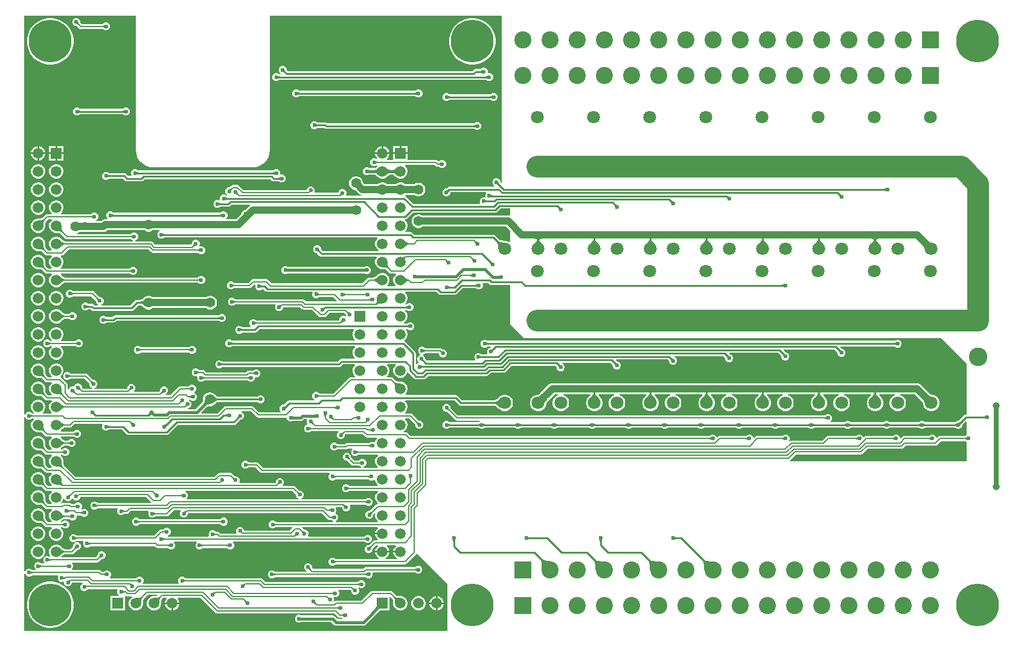
<source format=gbl>
G04*
G04 #@! TF.GenerationSoftware,Altium Limited,Altium Designer,23.5.1 (21)*
G04*
G04 Layer_Physical_Order=2*
G04 Layer_Color=16711680*
%FSLAX44Y44*%
%MOMM*%
G71*
G04*
G04 #@! TF.SameCoordinates,8DBBECA3-F22B-4787-8F39-2E3879C6619A*
G04*
G04*
G04 #@! TF.FilePolarity,Positive*
G04*
G01*
G75*
%ADD11C,0.2540*%
%ADD13C,0.2032*%
%ADD35C,1.0000*%
%ADD36C,0.3810*%
%ADD37C,1.0160*%
%ADD38C,0.6350*%
%ADD41C,1.5000*%
%ADD42R,1.5000X1.5000*%
%ADD43C,1.8000*%
%ADD44C,2.6000*%
%ADD45C,6.0000*%
%ADD46R,2.4000X2.4000*%
%ADD47C,2.4000*%
%ADD48R,1.5000X1.5000*%
%ADD49C,0.6000*%
%ADD50C,1.4000*%
%ADD51C,3.0480*%
G36*
X673100Y631993D02*
X671927Y631507D01*
X671177Y632256D01*
X671148Y632296D01*
X671107Y632361D01*
X671083Y632406D01*
X671071Y632432D01*
X671071Y632433D01*
X671068Y632529D01*
X671020Y632729D01*
Y633562D01*
X670177Y635598D01*
X668618Y637157D01*
X666582Y638000D01*
X664378D01*
X662342Y637157D01*
X660783Y635598D01*
X659940Y633562D01*
Y631358D01*
X660783Y629322D01*
X662342Y627763D01*
X663087Y627455D01*
X662835Y626185D01*
X599440D01*
X597953Y625889D01*
X596693Y625047D01*
X595634Y623987D01*
X595594Y623958D01*
X595529Y623917D01*
X595484Y623893D01*
X595458Y623881D01*
X595457Y623881D01*
X595361Y623878D01*
X595162Y623830D01*
X594328D01*
X592292Y622987D01*
X590733Y621428D01*
X589890Y619392D01*
Y617188D01*
X590733Y615152D01*
X592292Y613593D01*
X594328Y612750D01*
X596532D01*
X598568Y613593D01*
X600127Y615152D01*
X600970Y617188D01*
Y618022D01*
X601018Y618221D01*
X601021Y618317D01*
X601021Y618318D01*
X601033Y618344D01*
X601057Y618389D01*
X601074Y618415D01*
X650695D01*
X651221Y617145D01*
X650623Y616548D01*
X649780Y614512D01*
Y612308D01*
X649837Y612172D01*
X648939Y611273D01*
X648802Y611330D01*
X646598D01*
X644562Y610487D01*
X643003Y608928D01*
X642160Y606892D01*
Y604688D01*
X642725Y603325D01*
X641941Y602055D01*
X548979D01*
X538687Y612347D01*
X537968Y612827D01*
X537938Y614224D01*
X538198Y614531D01*
X540486Y614614D01*
X550492D01*
X552578Y613410D01*
X555004Y612760D01*
X557516D01*
X559942Y613410D01*
X562118Y614666D01*
X563894Y616442D01*
X565150Y618618D01*
X565800Y621044D01*
Y623556D01*
X565150Y625982D01*
X563894Y628158D01*
X562118Y629934D01*
X559942Y631190D01*
X557516Y631840D01*
X555004D01*
X552578Y631190D01*
X550492Y629986D01*
X539183D01*
X538044Y629996D01*
X537331Y630028D01*
X537025Y630334D01*
X534735Y631656D01*
X532182Y632340D01*
X529538D01*
X526985Y631656D01*
X524695Y630334D01*
X524465Y630104D01*
X521234Y629986D01*
X513783D01*
X512644Y629996D01*
X511931Y630028D01*
X511625Y630334D01*
X509335Y631656D01*
X506782Y632340D01*
X504138D01*
X501585Y631656D01*
X499295Y630334D01*
X499065Y630104D01*
X495834Y629986D01*
X480704D01*
X478143Y632546D01*
X477520Y634872D01*
X476264Y637048D01*
X474488Y638824D01*
X472312Y640080D01*
X469886Y640730D01*
X467374D01*
X464948Y640080D01*
X462772Y638824D01*
X460996Y637048D01*
X459740Y634872D01*
X459090Y632446D01*
Y629934D01*
X459740Y627508D01*
X460996Y625332D01*
X462772Y623556D01*
X464948Y622300D01*
X467274Y621677D01*
X472085Y616865D01*
X473677Y615644D01*
X475531Y614876D01*
X476453Y614755D01*
X476370Y613485D01*
X455339D01*
X454555Y614755D01*
X455120Y616118D01*
Y618322D01*
X454277Y620358D01*
X452718Y621917D01*
X450682Y622760D01*
X448478D01*
X446442Y621917D01*
X444883Y620358D01*
X444040Y618322D01*
Y617544D01*
X411057D01*
X410208Y618814D01*
X410670Y619928D01*
Y622132D01*
X409827Y624168D01*
X408268Y625727D01*
X406232Y626570D01*
X404028D01*
X401992Y625727D01*
X400433Y624168D01*
X399590Y622132D01*
Y621608D01*
X311001D01*
X304999Y627610D01*
X303823Y628396D01*
X302436Y628672D01*
X302435Y628672D01*
X296116D01*
X296116Y628672D01*
X294729Y628396D01*
X293552Y627610D01*
X291410Y625468D01*
X291395Y625458D01*
X291350Y625433D01*
X291303Y625412D01*
X291249Y625394D01*
X291184Y625377D01*
X291103Y625363D01*
X291004Y625354D01*
X290798Y625349D01*
X290580Y625300D01*
X289728D01*
X287692Y624457D01*
X286133Y622898D01*
X285290Y620862D01*
Y618658D01*
X286133Y616622D01*
X287535Y615220D01*
X287626Y614803D01*
X287624Y614750D01*
X287419Y613802D01*
X286945Y613703D01*
X286938Y613707D01*
X286348Y614297D01*
X284312Y615140D01*
X282108D01*
X280072Y614297D01*
X278513Y612738D01*
X277670Y610702D01*
Y608498D01*
X277937Y607853D01*
X276965Y606881D01*
X275422Y607520D01*
X273218D01*
X271182Y606677D01*
X269623Y605118D01*
X268780Y603082D01*
Y600878D01*
X269623Y598842D01*
X271182Y597283D01*
X273218Y596440D01*
X275422D01*
X277458Y597283D01*
X278048Y597873D01*
X278223Y597980D01*
X278293Y598046D01*
X278293Y598046D01*
X278320Y598056D01*
X278369Y598071D01*
X278444Y598088D01*
X278492Y598095D01*
X289560D01*
X291047Y598391D01*
X292307Y599233D01*
X294217Y601143D01*
X320062D01*
X320314Y599873D01*
X320007Y599746D01*
X318415Y598525D01*
X313441Y593550D01*
X312588D01*
X310552Y592707D01*
X308993Y591148D01*
X308150Y589112D01*
Y588259D01*
X300346Y580456D01*
X286851D01*
X286325Y581726D01*
X287419Y582820D01*
X288262Y584856D01*
Y587060D01*
X287419Y589096D01*
X285860Y590654D01*
X283824Y591498D01*
X281620D01*
X279584Y590654D01*
X278995Y590065D01*
X278820Y589958D01*
X278749Y589892D01*
X278749Y589892D01*
X278722Y589882D01*
X278673Y589867D01*
X278598Y589850D01*
X278550Y589842D01*
X128145D01*
X128097Y589850D01*
X128021Y589867D01*
X127972Y589882D01*
X127945Y589892D01*
X127945Y589892D01*
X127875Y589958D01*
X127700Y590065D01*
X127110Y590654D01*
X125074Y591498D01*
X122870D01*
X120834Y590654D01*
X119276Y589096D01*
X118432Y587060D01*
Y584856D01*
X119276Y582820D01*
X120370Y581726D01*
X119843Y580456D01*
X116840D01*
X114851Y580194D01*
X112997Y579426D01*
X111405Y578205D01*
X111405Y578205D01*
X111117Y577916D01*
X104224D01*
X103971Y579186D01*
X104738Y579503D01*
X106297Y581062D01*
X107140Y583098D01*
Y585302D01*
X106297Y587338D01*
X104738Y588897D01*
X102702Y589740D01*
X100498D01*
X98462Y588897D01*
X97860Y588294D01*
X97671Y588175D01*
X97521Y588032D01*
X97445Y587969D01*
X97378Y587922D01*
X97320Y587887D01*
X97269Y587862D01*
X97220Y587844D01*
X97172Y587829D01*
X97154Y587826D01*
X54979D01*
X54654Y589096D01*
X56294Y590735D01*
X57616Y593025D01*
X58300Y595578D01*
Y598222D01*
X57616Y600775D01*
X56294Y603065D01*
X54425Y604934D01*
X52135Y606256D01*
X49582Y606940D01*
X46938D01*
X44385Y606256D01*
X42095Y604934D01*
X40226Y603065D01*
X38904Y600775D01*
X38220Y598222D01*
Y595578D01*
X38904Y593025D01*
X40226Y590735D01*
X41866Y589096D01*
X41541Y587826D01*
X35560D01*
X35560Y587826D01*
X34172Y587550D01*
X32996Y586764D01*
X32996Y586764D01*
X28658Y582426D01*
X28498Y582327D01*
X28207Y582193D01*
X27792Y582051D01*
X27257Y581915D01*
X26608Y581796D01*
X25875Y581704D01*
X23997Y581595D01*
X22922Y581589D01*
X22680Y581540D01*
X21538D01*
X18985Y580856D01*
X16695Y579534D01*
X14826Y577665D01*
X13504Y575375D01*
X12820Y572822D01*
Y570178D01*
X13504Y567625D01*
X14826Y565335D01*
X16695Y563466D01*
X18985Y562144D01*
X21538Y561460D01*
X24182D01*
X26735Y562144D01*
X29025Y563466D01*
X30894Y565335D01*
X32216Y567625D01*
X32900Y570178D01*
Y571320D01*
X32949Y571562D01*
X32955Y572637D01*
X33064Y574515D01*
X33156Y575248D01*
X33275Y575897D01*
X33411Y576432D01*
X33554Y576847D01*
X33687Y577138D01*
X33786Y577298D01*
X37062Y580574D01*
X41541D01*
X41866Y579304D01*
X40226Y577665D01*
X38904Y575375D01*
X38220Y572822D01*
Y570178D01*
X38904Y567625D01*
X40226Y565335D01*
X42095Y563466D01*
X44385Y562144D01*
X46938Y561460D01*
X48080D01*
X48322Y561411D01*
X49397Y561405D01*
X51275Y561296D01*
X52008Y561204D01*
X52657Y561085D01*
X53193Y560949D01*
X53607Y560807D01*
X53898Y560673D01*
X54058Y560574D01*
X60936Y553696D01*
X60936Y553696D01*
X62112Y552910D01*
X63500Y552634D01*
X63500Y552634D01*
X153034D01*
X153052Y552631D01*
X153101Y552616D01*
X153148Y552598D01*
X153200Y552573D01*
X153258Y552538D01*
X153325Y552491D01*
X153401Y552428D01*
X153551Y552285D01*
X153740Y552166D01*
X154342Y551563D01*
X155712Y550996D01*
X155460Y549726D01*
X60086D01*
X59903Y549769D01*
X59602Y549880D01*
X59208Y550073D01*
X58734Y550355D01*
X58191Y550730D01*
X57608Y551183D01*
X56202Y552434D01*
X55438Y553191D01*
X55232Y553327D01*
X54425Y554134D01*
X52135Y555456D01*
X49582Y556140D01*
X46938D01*
X44385Y555456D01*
X42095Y554134D01*
X40226Y552265D01*
X38904Y549975D01*
X38220Y547422D01*
Y544778D01*
X38904Y542225D01*
X40226Y539935D01*
X41866Y538296D01*
X41541Y537026D01*
X37062D01*
X33786Y540302D01*
X33687Y540462D01*
X33554Y540753D01*
X33411Y541167D01*
X33275Y541703D01*
X33156Y542352D01*
X33064Y543085D01*
X32955Y544963D01*
X32949Y546038D01*
X32900Y546280D01*
Y547422D01*
X32216Y549975D01*
X30894Y552265D01*
X29025Y554134D01*
X26735Y555456D01*
X24182Y556140D01*
X21538D01*
X18985Y555456D01*
X16695Y554134D01*
X14826Y552265D01*
X13504Y549975D01*
X12820Y547422D01*
Y544778D01*
X13504Y542225D01*
X14826Y539935D01*
X16695Y538066D01*
X18985Y536744D01*
X21538Y536060D01*
X22680D01*
X22922Y536011D01*
X23997Y536005D01*
X25875Y535896D01*
X26608Y535804D01*
X27257Y535685D01*
X27792Y535549D01*
X28207Y535406D01*
X28498Y535273D01*
X28658Y535174D01*
X32996Y530836D01*
X32996Y530836D01*
X34172Y530050D01*
X35560Y529774D01*
X35560Y529774D01*
X41541D01*
X41866Y528504D01*
X40226Y526865D01*
X38904Y524575D01*
X38220Y522022D01*
Y519378D01*
X38904Y516825D01*
X40226Y514535D01*
X41866Y512896D01*
X41541Y511626D01*
X37062D01*
X33786Y514902D01*
X33687Y515062D01*
X33554Y515353D01*
X33411Y515768D01*
X33275Y516303D01*
X33156Y516952D01*
X33064Y517685D01*
X32955Y519563D01*
X32949Y520638D01*
X32900Y520880D01*
Y522022D01*
X32216Y524575D01*
X30894Y526865D01*
X29025Y528734D01*
X26735Y530056D01*
X24182Y530740D01*
X21538D01*
X18985Y530056D01*
X16695Y528734D01*
X14826Y526865D01*
X13504Y524575D01*
X12820Y522022D01*
Y519378D01*
X13504Y516825D01*
X14826Y514535D01*
X16695Y512666D01*
X18985Y511344D01*
X21538Y510660D01*
X22680D01*
X22922Y510611D01*
X23997Y510605D01*
X25875Y510496D01*
X26608Y510404D01*
X27257Y510285D01*
X27792Y510149D01*
X28207Y510006D01*
X28498Y509873D01*
X28658Y509774D01*
X32996Y505436D01*
X32996Y505436D01*
X34172Y504650D01*
X35560Y504374D01*
X35560Y504374D01*
X41541D01*
X41866Y503104D01*
X40226Y501465D01*
X38904Y499175D01*
X38220Y496622D01*
Y493978D01*
X38904Y491425D01*
X40226Y489135D01*
X42095Y487266D01*
X44385Y485944D01*
X46938Y485260D01*
X49582D01*
X52135Y485944D01*
X54425Y487266D01*
X55232Y488073D01*
X55438Y488209D01*
X56202Y488966D01*
X57608Y490217D01*
X58191Y490670D01*
X58734Y491045D01*
X59208Y491327D01*
X59602Y491520D01*
X59903Y491631D01*
X60086Y491674D01*
X247014D01*
X247032Y491671D01*
X247080Y491656D01*
X247129Y491638D01*
X247180Y491613D01*
X247238Y491578D01*
X247305Y491531D01*
X247381Y491468D01*
X247531Y491325D01*
X247720Y491206D01*
X248322Y490603D01*
X250358Y489760D01*
X252562D01*
X254598Y490603D01*
X256157Y492162D01*
X257000Y494198D01*
Y496402D01*
X256157Y498438D01*
X254598Y499997D01*
X252562Y500840D01*
X250358D01*
X248322Y499997D01*
X247720Y499394D01*
X247531Y499275D01*
X247381Y499132D01*
X247305Y499069D01*
X247238Y499022D01*
X247180Y498987D01*
X247129Y498962D01*
X247080Y498944D01*
X247032Y498929D01*
X247014Y498926D01*
X60086D01*
X59903Y498969D01*
X59602Y499080D01*
X59208Y499273D01*
X58734Y499555D01*
X58191Y499930D01*
X57608Y500383D01*
X56202Y501634D01*
X55438Y502391D01*
X55232Y502527D01*
X54654Y503104D01*
X54979Y504374D01*
X151764D01*
X151782Y504371D01*
X151831Y504356D01*
X151878Y504338D01*
X151930Y504313D01*
X151988Y504278D01*
X152055Y504231D01*
X152132Y504168D01*
X152281Y504025D01*
X152470Y503906D01*
X153072Y503303D01*
X155108Y502460D01*
X157312D01*
X159348Y503303D01*
X160907Y504862D01*
X161750Y506898D01*
Y509102D01*
X160907Y511138D01*
X159348Y512697D01*
X157312Y513540D01*
X155108D01*
X153072Y512697D01*
X152470Y512094D01*
X152281Y511975D01*
X152131Y511832D01*
X152055Y511769D01*
X151988Y511722D01*
X151930Y511687D01*
X151879Y511662D01*
X151831Y511644D01*
X151782Y511629D01*
X151764Y511626D01*
X54979D01*
X54654Y512896D01*
X56294Y514535D01*
X57616Y516825D01*
X58300Y519378D01*
Y522022D01*
X57616Y524575D01*
X56294Y526865D01*
X54654Y528504D01*
X54979Y529774D01*
X55880D01*
X55880Y529774D01*
X57267Y530050D01*
X58444Y530836D01*
X66018Y538410D01*
X177568D01*
X181332Y534646D01*
X181332Y534646D01*
X182509Y533860D01*
X183896Y533584D01*
X183896Y533584D01*
X247014D01*
X247032Y533581D01*
X247080Y533566D01*
X247129Y533548D01*
X247180Y533523D01*
X247238Y533488D01*
X247305Y533441D01*
X247381Y533378D01*
X247531Y533235D01*
X247720Y533116D01*
X248322Y532513D01*
X250358Y531670D01*
X252562D01*
X254598Y532513D01*
X256157Y534072D01*
X257000Y536108D01*
Y538312D01*
X256157Y540348D01*
X254598Y541907D01*
X252562Y542750D01*
X250358D01*
X249713Y542483D01*
X248741Y543455D01*
X249380Y544998D01*
Y547202D01*
X248537Y549238D01*
X246978Y550797D01*
X244942Y551640D01*
X242738D01*
X240702Y550797D01*
X239143Y549238D01*
X238300Y547202D01*
Y546350D01*
X238251Y546132D01*
X238246Y545926D01*
X238237Y545827D01*
X238223Y545746D01*
X238206Y545681D01*
X238188Y545627D01*
X238167Y545580D01*
X238142Y545535D01*
X238132Y545520D01*
X237512Y544900D01*
X187081D01*
X183317Y548664D01*
X182141Y549450D01*
X180753Y549726D01*
X180753Y549726D01*
X159500D01*
X159248Y550996D01*
X160618Y551563D01*
X162177Y553122D01*
X163020Y555158D01*
Y557362D01*
X162177Y559398D01*
X160618Y560957D01*
X158582Y561800D01*
X156378D01*
X154342Y560957D01*
X153740Y560354D01*
X153551Y560235D01*
X153401Y560092D01*
X153325Y560029D01*
X153258Y559982D01*
X153200Y559947D01*
X153149Y559922D01*
X153101Y559904D01*
X153052Y559889D01*
X153034Y559886D01*
X78091D01*
X77924Y561156D01*
X78612Y561340D01*
X80698Y562544D01*
X114300D01*
X116289Y562806D01*
X118143Y563574D01*
X119735Y564795D01*
X120024Y565084D01*
X172032D01*
X174118Y563880D01*
X176544Y563230D01*
X179056D01*
X181482Y563880D01*
X183568Y565084D01*
X192956D01*
X193209Y563814D01*
X192442Y563497D01*
X190883Y561938D01*
X190040Y559902D01*
Y557698D01*
X190883Y555662D01*
X192442Y554103D01*
X194478Y553260D01*
X196682D01*
X198718Y554103D01*
X199308Y554693D01*
X199483Y554800D01*
X199553Y554865D01*
X199553Y554866D01*
X199580Y554876D01*
X199629Y554891D01*
X199704Y554908D01*
X199752Y554915D01*
X498281D01*
X498807Y553645D01*
X497426Y552265D01*
X496104Y549975D01*
X495420Y547422D01*
Y544778D01*
X496104Y542225D01*
X497426Y539935D01*
X499295Y538066D01*
X500649Y537285D01*
X500308Y536015D01*
X421979D01*
X419717Y538276D01*
X419688Y538316D01*
X419647Y538381D01*
X419623Y538426D01*
X419612Y538452D01*
X419611Y538453D01*
X419608Y538549D01*
X419560Y538749D01*
Y539582D01*
X418717Y541618D01*
X417158Y543177D01*
X415122Y544020D01*
X412918D01*
X410882Y543177D01*
X409323Y541618D01*
X408480Y539582D01*
Y537378D01*
X409323Y535342D01*
X410882Y533783D01*
X412918Y532940D01*
X413751D01*
X413951Y532892D01*
X414047Y532889D01*
X414048Y532888D01*
X414074Y532877D01*
X414119Y532853D01*
X414184Y532812D01*
X414224Y532783D01*
X417623Y529383D01*
X418883Y528541D01*
X420370Y528245D01*
X497147D01*
X497633Y527072D01*
X497426Y526865D01*
X496104Y524575D01*
X495420Y522022D01*
Y519378D01*
X496104Y516825D01*
X497426Y514535D01*
X499295Y512666D01*
X501585Y511344D01*
X504138Y510660D01*
X505280D01*
X505522Y510611D01*
X506597Y510605D01*
X508475Y510496D01*
X509208Y510404D01*
X509857Y510285D01*
X510392Y510149D01*
X510807Y510006D01*
X511098Y509873D01*
X511258Y509774D01*
X515596Y505436D01*
X515596Y505436D01*
X516772Y504650D01*
X518160Y504374D01*
X518160Y504374D01*
X524141D01*
X524466Y503104D01*
X522826Y501465D01*
X521504Y499175D01*
X520820Y496622D01*
Y493978D01*
X521504Y491425D01*
X522826Y489135D01*
X524207Y487755D01*
X523681Y486485D01*
X512639D01*
X512113Y487755D01*
X513494Y489135D01*
X514816Y491425D01*
X515500Y493978D01*
Y496622D01*
X514816Y499175D01*
X513494Y501465D01*
X511625Y503334D01*
X509335Y504656D01*
X506782Y505340D01*
X504138D01*
X501585Y504656D01*
X499295Y503334D01*
X498488Y502527D01*
X498282Y502391D01*
X497518Y501634D01*
X496112Y500383D01*
X495529Y499930D01*
X494986Y499555D01*
X494512Y499273D01*
X494118Y499080D01*
X493817Y498969D01*
X493634Y498926D01*
X487680D01*
X486292Y498650D01*
X485116Y497864D01*
X485116Y497864D01*
X477796Y490544D01*
X350244D01*
X345258Y495530D01*
X344081Y496316D01*
X342694Y496592D01*
X342694Y496592D01*
X324056D01*
X324056Y496592D01*
X322668Y496316D01*
X321492Y495530D01*
X317268Y491306D01*
X297816D01*
X297798Y491309D01*
X297750Y491324D01*
X297701Y491342D01*
X297650Y491367D01*
X297592Y491402D01*
X297525Y491449D01*
X297449Y491512D01*
X297299Y491655D01*
X297110Y491774D01*
X296508Y492377D01*
X294472Y493220D01*
X292268D01*
X290232Y492377D01*
X288673Y490818D01*
X287830Y488782D01*
Y486578D01*
X288673Y484542D01*
X290232Y482983D01*
X292268Y482140D01*
X294472D01*
X296508Y482983D01*
X297110Y483586D01*
X297299Y483705D01*
X297449Y483848D01*
X297525Y483911D01*
X297592Y483958D01*
X297650Y483993D01*
X297701Y484018D01*
X297750Y484036D01*
X297798Y484051D01*
X297816Y484054D01*
X318770D01*
X318770Y484054D01*
X320158Y484330D01*
X321334Y485116D01*
X325558Y489340D01*
X326814D01*
X327520Y488284D01*
X327200Y487512D01*
Y485308D01*
X328043Y483272D01*
X329602Y481713D01*
X331638Y480870D01*
X333842D01*
X335878Y481713D01*
X336468Y482303D01*
X336643Y482410D01*
X336713Y482476D01*
X336713Y482476D01*
X336740Y482486D01*
X336789Y482501D01*
X336865Y482518D01*
X336912Y482525D01*
X338751D01*
X341423Y479853D01*
X342683Y479011D01*
X344170Y478715D01*
X406791D01*
X407640Y477445D01*
X407210Y476408D01*
Y474204D01*
X408053Y472168D01*
X409612Y470609D01*
X411648Y469766D01*
X413852D01*
X415888Y470609D01*
X416195Y470916D01*
X416235Y470936D01*
X416413Y471074D01*
X416525Y471150D01*
X416628Y471211D01*
X416723Y471259D01*
X416812Y471296D01*
X416895Y471324D01*
X416976Y471345D01*
X417026Y471354D01*
X436648D01*
X441685Y466317D01*
X441199Y465144D01*
X398504D01*
X396264Y467384D01*
X395088Y468170D01*
X393700Y468446D01*
X393700Y468446D01*
X299086D01*
X299068Y468449D01*
X299020Y468464D01*
X298972Y468482D01*
X298920Y468507D01*
X298862Y468542D01*
X298795Y468589D01*
X298718Y468652D01*
X298569Y468795D01*
X298380Y468914D01*
X297778Y469517D01*
X295742Y470360D01*
X293538D01*
X291502Y469517D01*
X289943Y467958D01*
X289100Y465922D01*
Y463718D01*
X289943Y461682D01*
X291502Y460123D01*
X293538Y459280D01*
X295742D01*
X297778Y460123D01*
X298380Y460726D01*
X298569Y460845D01*
X298719Y460988D01*
X298795Y461051D01*
X298862Y461098D01*
X298920Y461133D01*
X298971Y461158D01*
X299020Y461176D01*
X299068Y461191D01*
X299086Y461194D01*
X355180D01*
X355812Y459924D01*
X355140Y458302D01*
Y456098D01*
X355983Y454062D01*
X357542Y452503D01*
X359578Y451660D01*
X361782D01*
X363818Y452503D01*
X365377Y454062D01*
X366220Y456098D01*
Y456950D01*
X366260Y457130D01*
X390515D01*
X392755Y454890D01*
X392755Y454890D01*
X393931Y454104D01*
X395319Y453828D01*
X395319Y453828D01*
X406803D01*
X416361Y444270D01*
X416361Y444270D01*
X417537Y443484D01*
X418924Y443208D01*
X418925Y443208D01*
X424355D01*
X424356Y443208D01*
X425743Y443484D01*
X426919Y444270D01*
X431905Y449256D01*
X452396D01*
X454032Y447620D01*
X454042Y447605D01*
X454067Y447560D01*
X454088Y447513D01*
X454106Y447459D01*
X454123Y447394D01*
X454137Y447313D01*
X454146Y447214D01*
X454151Y447008D01*
X454200Y446790D01*
Y445938D01*
X454467Y445293D01*
X453495Y444321D01*
X451952Y444960D01*
X449748D01*
X447712Y444117D01*
X446153Y442558D01*
X445310Y440522D01*
Y439670D01*
X445261Y439452D01*
X445256Y439246D01*
X445247Y439147D01*
X445233Y439066D01*
X445216Y439001D01*
X445198Y438947D01*
X445177Y438900D01*
X445152Y438855D01*
X445142Y438840D01*
X444776Y438474D01*
X329058D01*
X329040Y438477D01*
X328992Y438492D01*
X328943Y438510D01*
X328892Y438535D01*
X328834Y438570D01*
X328767Y438617D01*
X328690Y438680D01*
X328541Y438823D01*
X328352Y438942D01*
X327750Y439545D01*
X325714Y440388D01*
X323510D01*
X321474Y439545D01*
X319915Y437986D01*
X319072Y435950D01*
Y433746D01*
X319915Y431710D01*
X321021Y430605D01*
X320495Y429335D01*
X308972D01*
X308924Y429342D01*
X308849Y429359D01*
X308800Y429374D01*
X308773Y429384D01*
X308773Y429384D01*
X308703Y429450D01*
X308528Y429557D01*
X307938Y430147D01*
X305902Y430990D01*
X303698D01*
X301662Y430147D01*
X300103Y428588D01*
X299260Y426552D01*
Y424348D01*
X300103Y422312D01*
X301662Y420753D01*
X303698Y419910D01*
X305902D01*
X307938Y420753D01*
X308528Y421343D01*
X308703Y421450D01*
X308773Y421516D01*
X308773Y421516D01*
X308800Y421526D01*
X308849Y421541D01*
X308925Y421558D01*
X308972Y421565D01*
X326390D01*
X327877Y421861D01*
X329137Y422703D01*
X333079Y426645D01*
X465397D01*
X465883Y425472D01*
X465676Y425265D01*
X464354Y422975D01*
X463670Y420422D01*
Y417778D01*
X464354Y415225D01*
X465676Y412935D01*
X467057Y411555D01*
X466531Y410285D01*
X295002Y410285D01*
X294954Y410292D01*
X294879Y410309D01*
X294830Y410324D01*
X294803Y410334D01*
X294803Y410334D01*
X294732Y410400D01*
X294557Y410507D01*
X293968Y411097D01*
X291932Y411940D01*
X289728D01*
X287692Y411097D01*
X286133Y409538D01*
X285290Y407502D01*
Y405298D01*
X286133Y403262D01*
X287692Y401703D01*
X289728Y400860D01*
X291932D01*
X293968Y401703D01*
X294558Y402293D01*
X294733Y402401D01*
X294803Y402466D01*
X294803Y402466D01*
X294830Y402476D01*
X294879Y402491D01*
X294954Y402508D01*
X295002Y402515D01*
X466531Y402515D01*
X467057Y401245D01*
X465676Y399865D01*
X464354Y397575D01*
X463670Y395022D01*
Y392378D01*
X464354Y389825D01*
X465676Y387535D01*
X467057Y386155D01*
X466531Y384885D01*
X448310D01*
X446823Y384589D01*
X445563Y383747D01*
X442891Y381075D01*
X281032D01*
X280984Y381082D01*
X280909Y381099D01*
X280860Y381114D01*
X280833Y381124D01*
X280833Y381124D01*
X280763Y381190D01*
X280588Y381297D01*
X279998Y381887D01*
X277962Y382730D01*
X275758D01*
X273722Y381887D01*
X272163Y380328D01*
X271320Y378292D01*
Y376088D01*
X272163Y374052D01*
X273722Y372493D01*
X275758Y371650D01*
X277962D01*
X279998Y372493D01*
X280588Y373083D01*
X280763Y373190D01*
X280833Y373256D01*
X280833Y373256D01*
X280860Y373266D01*
X280909Y373281D01*
X280984Y373298D01*
X281032Y373305D01*
X444500D01*
X445987Y373601D01*
X447247Y374443D01*
X449919Y377115D01*
X466531D01*
X467057Y375845D01*
X465676Y374465D01*
X464354Y372175D01*
X463670Y369622D01*
Y366978D01*
X464354Y364425D01*
X465676Y362135D01*
X467316Y360496D01*
X466991Y359226D01*
X461010D01*
X461010Y359226D01*
X459622Y358950D01*
X458446Y358164D01*
X458446Y358164D01*
X436648Y336366D01*
X417196D01*
X417178Y336369D01*
X417130Y336384D01*
X417081Y336402D01*
X417030Y336427D01*
X416972Y336462D01*
X416905Y336509D01*
X416828Y336572D01*
X416679Y336715D01*
X416490Y336834D01*
X415888Y337437D01*
X413852Y338280D01*
X411648D01*
X409612Y337437D01*
X408053Y335878D01*
X407210Y333842D01*
Y331638D01*
X408053Y329602D01*
X409612Y328043D01*
X410357Y327735D01*
X410105Y326465D01*
X374650D01*
X373163Y326169D01*
X371903Y325327D01*
X367234Y320657D01*
X367194Y320628D01*
X367129Y320587D01*
X367084Y320563D01*
X367058Y320551D01*
X367057Y320551D01*
X366961Y320548D01*
X366762Y320500D01*
X365928D01*
X363892Y319657D01*
X362333Y318098D01*
X361490Y316062D01*
Y313858D01*
X362333Y311822D01*
X363190Y310966D01*
X362663Y309696D01*
X332972D01*
X325144Y317524D01*
X323968Y318310D01*
X322580Y318586D01*
X322580Y318586D01*
X285750D01*
X284363Y318310D01*
X283186Y317524D01*
X283186Y317524D01*
X274088Y308426D01*
X252133D01*
X251647Y309599D01*
X259439Y317391D01*
X259629Y317532D01*
X259946Y317722D01*
X260306Y317894D01*
X260712Y318046D01*
X261169Y318177D01*
X261682Y318283D01*
X262249Y318360D01*
X262872Y318405D01*
X263617Y318417D01*
X263844Y318466D01*
X264901D01*
X267327Y319116D01*
X269503Y320373D01*
X270239Y321109D01*
X270423Y321225D01*
X271742Y322471D01*
X272280Y322915D01*
X272798Y323298D01*
X273269Y323601D01*
X273687Y323830D01*
X274045Y323987D01*
X274338Y324083D01*
X274529Y324122D01*
X330761D01*
X330809Y324114D01*
X330885Y324098D01*
X330934Y324083D01*
X330960Y324072D01*
X330961Y324072D01*
X331031Y324007D01*
X331206Y323899D01*
X331796Y323310D01*
X333832Y322466D01*
X336036D01*
X338072Y323310D01*
X339630Y324868D01*
X340474Y326904D01*
Y329108D01*
X339630Y331144D01*
X338072Y332703D01*
X336036Y333546D01*
X333832D01*
X331796Y332703D01*
X331206Y332113D01*
X331031Y332006D01*
X330961Y331941D01*
X330960Y331941D01*
X330934Y331930D01*
X330885Y331915D01*
X330809Y331898D01*
X330761Y331891D01*
X274529D01*
X274338Y331930D01*
X274045Y332025D01*
X273687Y332183D01*
X273269Y332411D01*
X272798Y332715D01*
X272305Y333079D01*
X271103Y334120D01*
X270460Y334753D01*
X270257Y334886D01*
X269503Y335640D01*
X267327Y336896D01*
X264901Y337546D01*
X262389D01*
X259963Y336896D01*
X257787Y335640D01*
X256011Y333864D01*
X254755Y331689D01*
X254105Y329262D01*
Y328206D01*
X254056Y327978D01*
X254044Y327233D01*
X253998Y326610D01*
X253921Y326043D01*
X253816Y325531D01*
X253685Y325073D01*
X253532Y324667D01*
X253360Y324308D01*
X253170Y323991D01*
X253029Y323800D01*
X243514Y314285D01*
X233496D01*
X233429Y314317D01*
X232876Y315555D01*
X233068Y315770D01*
X233512D01*
X235548Y316613D01*
X237107Y318172D01*
X237950Y320208D01*
Y322412D01*
X237107Y324448D01*
X235548Y326007D01*
X234177Y326574D01*
X234409Y327739D01*
X235487Y327831D01*
X235629Y327833D01*
X235651Y327826D01*
X235699Y327808D01*
X235750Y327783D01*
X235808Y327748D01*
X235875Y327701D01*
X235951Y327638D01*
X236101Y327495D01*
X236290Y327376D01*
X236892Y326773D01*
X238928Y325930D01*
X241132D01*
X243168Y326773D01*
X244727Y328332D01*
X245570Y330368D01*
Y332572D01*
X244727Y334608D01*
X243168Y336167D01*
X241734Y336761D01*
Y338135D01*
X241898Y338203D01*
X243457Y339762D01*
X244300Y341798D01*
Y344002D01*
X243457Y346038D01*
X241898Y347597D01*
X239862Y348440D01*
X237658D01*
X235622Y347597D01*
X235020Y346994D01*
X234831Y346875D01*
X234681Y346732D01*
X234605Y346669D01*
X234538Y346622D01*
X234480Y346587D01*
X234429Y346562D01*
X234380Y346544D01*
X234332Y346529D01*
X234314Y346526D01*
X222494D01*
X222493Y346526D01*
X221106Y346250D01*
X219930Y345464D01*
X219930Y345464D01*
X208546Y334080D01*
X202023D01*
X201771Y335350D01*
X202528Y335663D01*
X204087Y337222D01*
X204930Y339258D01*
Y341462D01*
X204087Y343498D01*
X202528Y345057D01*
X200492Y345900D01*
X198288D01*
X196252Y345057D01*
X194693Y343498D01*
X193850Y341462D01*
Y340610D01*
X193801Y340392D01*
X193796Y340186D01*
X193787Y340087D01*
X193773Y340006D01*
X193756Y339941D01*
X193738Y339887D01*
X193717Y339840D01*
X193692Y339795D01*
X193682Y339780D01*
X192300Y338398D01*
X157392D01*
X157201Y338749D01*
X157002Y339668D01*
X158367Y341032D01*
X159210Y343068D01*
Y345272D01*
X158367Y347308D01*
X156808Y348867D01*
X154772Y349710D01*
X152568D01*
X150532Y348867D01*
X148973Y347308D01*
X148130Y345272D01*
Y344420D01*
X148081Y344202D01*
X148076Y343996D01*
X148067Y343897D01*
X148053Y343816D01*
X148036Y343751D01*
X148018Y343697D01*
X147997Y343650D01*
X147972Y343605D01*
X147962Y343590D01*
X147088Y342716D01*
X101484D01*
X101432Y343964D01*
X103468Y344807D01*
X105027Y346366D01*
X105870Y348402D01*
Y350606D01*
X105027Y352642D01*
X103468Y354201D01*
X101432Y355044D01*
X100821D01*
X100689Y355081D01*
X100472Y355099D01*
X100354Y355117D01*
X100253Y355139D01*
X100168Y355164D01*
X100094Y355192D01*
X100028Y355223D01*
X99968Y355257D01*
X99939Y355277D01*
X91972Y363244D01*
X90795Y364030D01*
X89408Y364306D01*
X89408Y364306D01*
X67946D01*
X67928Y364309D01*
X67880Y364324D01*
X67832Y364342D01*
X67780Y364367D01*
X67722Y364402D01*
X67655Y364449D01*
X67579Y364512D01*
X67429Y364655D01*
X67240Y364774D01*
X66638Y365377D01*
X64602Y366220D01*
X62398D01*
X60362Y365377D01*
X58803Y363818D01*
X57960Y361782D01*
Y359578D01*
X58803Y357542D01*
X60362Y355983D01*
X62398Y355140D01*
X64602D01*
X66638Y355983D01*
X67240Y356586D01*
X67429Y356705D01*
X67579Y356848D01*
X67655Y356911D01*
X67722Y356958D01*
X67780Y356993D01*
X67831Y357018D01*
X67880Y357036D01*
X67928Y357051D01*
X67946Y357054D01*
X87906D01*
X94698Y350262D01*
X94699Y350262D01*
X94714Y350233D01*
X94725Y350206D01*
X94735Y350173D01*
X94745Y350130D01*
X94752Y350071D01*
X94755Y349994D01*
X94749Y349800D01*
X94790Y349550D01*
Y348402D01*
X95633Y346366D01*
X97192Y344807D01*
X99228Y343964D01*
X99176Y342716D01*
X85830D01*
X84448Y344098D01*
X84438Y344113D01*
X84413Y344158D01*
X84392Y344205D01*
X84374Y344259D01*
X84357Y344324D01*
X84343Y344405D01*
X84334Y344504D01*
X84329Y344710D01*
X84280Y344928D01*
Y345780D01*
X83437Y347816D01*
X81878Y349375D01*
X79842Y350218D01*
X77638D01*
X75602Y349375D01*
X74043Y347816D01*
X73585Y346710D01*
X72222Y345900D01*
X70018D01*
X67982Y345057D01*
X66423Y343498D01*
X65856Y342127D01*
X64586Y342380D01*
Y347980D01*
X64586Y347980D01*
X64310Y349367D01*
X63524Y350544D01*
X63524Y350544D01*
X55904Y358164D01*
X54728Y358950D01*
X54696Y358956D01*
X54456Y360116D01*
X54457Y360298D01*
X56294Y362135D01*
X57616Y364425D01*
X58300Y366978D01*
Y369622D01*
X57616Y372175D01*
X56294Y374465D01*
X54425Y376334D01*
X52135Y377656D01*
X49582Y378340D01*
X46938D01*
X44385Y377656D01*
X42095Y376334D01*
X40226Y374465D01*
X38904Y372175D01*
X38220Y369622D01*
Y366978D01*
X38904Y364425D01*
X40226Y362135D01*
X41866Y360496D01*
X41541Y359226D01*
X37062D01*
X33786Y362502D01*
X33687Y362662D01*
X33554Y362953D01*
X33411Y363368D01*
X33275Y363903D01*
X33156Y364552D01*
X33064Y365285D01*
X32955Y367163D01*
X32949Y368238D01*
X32900Y368480D01*
Y369622D01*
X32216Y372175D01*
X30894Y374465D01*
X29025Y376334D01*
X26735Y377656D01*
X24182Y378340D01*
X21538D01*
X18985Y377656D01*
X16695Y376334D01*
X14826Y374465D01*
X13504Y372175D01*
X12820Y369622D01*
Y366978D01*
X13504Y364425D01*
X14826Y362135D01*
X16695Y360266D01*
X18985Y358944D01*
X21538Y358260D01*
X22680D01*
X22922Y358211D01*
X23997Y358205D01*
X25875Y358096D01*
X26608Y358004D01*
X27257Y357885D01*
X27792Y357749D01*
X28207Y357607D01*
X28498Y357473D01*
X28658Y357374D01*
X32996Y353036D01*
X32996Y353036D01*
X34172Y352250D01*
X35560Y351974D01*
X35560Y351974D01*
X41541D01*
X41866Y350704D01*
X40226Y349065D01*
X38904Y346775D01*
X38220Y344222D01*
Y341578D01*
X38904Y339025D01*
X40226Y336735D01*
X41866Y335096D01*
X41541Y333826D01*
X37062D01*
X33786Y337102D01*
X33687Y337262D01*
X33554Y337553D01*
X33411Y337967D01*
X33275Y338503D01*
X33156Y339152D01*
X33064Y339885D01*
X32955Y341763D01*
X32949Y342838D01*
X32900Y343080D01*
Y344222D01*
X32216Y346775D01*
X30894Y349065D01*
X29025Y350934D01*
X26735Y352256D01*
X24182Y352940D01*
X21538D01*
X18985Y352256D01*
X16695Y350934D01*
X14826Y349065D01*
X13504Y346775D01*
X12820Y344222D01*
Y341578D01*
X13504Y339025D01*
X14826Y336735D01*
X16695Y334866D01*
X18985Y333544D01*
X21538Y332860D01*
X22680D01*
X22922Y332811D01*
X23997Y332805D01*
X25875Y332696D01*
X26608Y332604D01*
X27257Y332485D01*
X27792Y332349D01*
X28207Y332206D01*
X28498Y332073D01*
X28658Y331974D01*
X32996Y327636D01*
X32996Y327636D01*
X34172Y326850D01*
X35560Y326574D01*
X35560Y326574D01*
X41541D01*
X41866Y325304D01*
X40226Y323665D01*
X38904Y321375D01*
X38220Y318822D01*
Y316178D01*
X38904Y313625D01*
X40226Y311335D01*
X41866Y309696D01*
X41541Y308426D01*
X29579D01*
X29254Y309696D01*
X30894Y311335D01*
X32216Y313625D01*
X32900Y316178D01*
Y318822D01*
X32216Y321375D01*
X30894Y323665D01*
X29025Y325534D01*
X26735Y326856D01*
X24182Y327540D01*
X21538D01*
X18985Y326856D01*
X16695Y325534D01*
X14826Y323665D01*
X13504Y321375D01*
X12820Y318822D01*
Y316178D01*
X13504Y313625D01*
X14826Y311335D01*
X16466Y309696D01*
X16141Y308426D01*
X14606D01*
X14588Y308429D01*
X14540Y308444D01*
X14491Y308462D01*
X14440Y308487D01*
X14382Y308522D01*
X14315Y308569D01*
X14239Y308632D01*
X14089Y308775D01*
X13900Y308894D01*
X13298Y309497D01*
X11262Y310340D01*
X9058D01*
X7022Y309497D01*
X5463Y307938D01*
X4896Y306567D01*
X3626Y306820D01*
Y866374D01*
X160204D01*
Y677230D01*
X160159D01*
X160620Y672550D01*
X161985Y668049D01*
X164202Y663901D01*
X167185Y660266D01*
X170821Y657282D01*
X174969Y655065D01*
X179470Y653699D01*
X184150Y653239D01*
Y653284D01*
X323850D01*
Y653239D01*
X328531Y653699D01*
X333031Y655065D01*
X337179Y657282D01*
X340815Y660266D01*
X343798Y663901D01*
X346015Y668049D01*
X347380Y672550D01*
X347841Y677230D01*
X347796D01*
Y866374D01*
X673100D01*
Y631993D01*
D02*
G37*
G36*
X668489Y632198D02*
X668520Y631967D01*
X668573Y631738D01*
X668649Y631510D01*
X668747Y631282D01*
X668868Y631056D01*
X669010Y630831D01*
X669175Y630607D01*
X669363Y630385D01*
X669573Y630163D01*
X667777Y628367D01*
X667555Y628577D01*
X667333Y628764D01*
X667109Y628930D01*
X666884Y629072D01*
X666658Y629193D01*
X666431Y629291D01*
X666202Y629367D01*
X665973Y629420D01*
X665742Y629451D01*
X665510Y629460D01*
X668480Y632430D01*
X668489Y632198D01*
D02*
G37*
G36*
X1211978Y620200D02*
X1211807Y620358D01*
X1211622Y620499D01*
X1211422Y620623D01*
X1211207Y620731D01*
X1210977Y620822D01*
X1210732Y620897D01*
X1210472Y620955D01*
X1210197Y620997D01*
X1209907Y621022D01*
X1209602Y621030D01*
Y623570D01*
X1209907Y623578D01*
X1210197Y623603D01*
X1210472Y623645D01*
X1210732Y623703D01*
X1210977Y623778D01*
X1211207Y623869D01*
X1211422Y623977D01*
X1211622Y624101D01*
X1211807Y624242D01*
X1211978Y624400D01*
Y620200D01*
D02*
G37*
G36*
X294817Y622310D02*
X294627Y622105D01*
X294457Y621889D01*
X294307Y621662D01*
X294178Y621426D01*
X294069Y621179D01*
X293981Y620922D01*
X293912Y620654D01*
X293864Y620377D01*
X293837Y620088D01*
X293830Y619790D01*
X290860Y622760D01*
X291158Y622767D01*
X291446Y622794D01*
X291724Y622842D01*
X291992Y622910D01*
X292249Y622999D01*
X292496Y623108D01*
X292732Y623237D01*
X292959Y623387D01*
X293175Y623557D01*
X293380Y623747D01*
X294817Y622310D01*
D02*
G37*
G36*
X599523Y620587D02*
X599313Y620365D01*
X599126Y620143D01*
X598960Y619919D01*
X598818Y619694D01*
X598697Y619468D01*
X598599Y619240D01*
X598523Y619012D01*
X598470Y618783D01*
X598439Y618552D01*
X598430Y618320D01*
X595460Y621290D01*
X595692Y621299D01*
X595923Y621330D01*
X596152Y621383D01*
X596381Y621459D01*
X596608Y621557D01*
X596834Y621678D01*
X597059Y621820D01*
X597282Y621986D01*
X597505Y622173D01*
X597727Y622383D01*
X599523Y620587D01*
D02*
G37*
G36*
X404386Y618124D02*
X404266Y618142D01*
X404138Y618137D01*
X404001Y618108D01*
X403855Y618057D01*
X403701Y617983D01*
X403538Y617885D01*
X403367Y617764D01*
X403186Y617621D01*
X402800Y617264D01*
X401364Y618700D01*
X401554Y618898D01*
X401864Y619267D01*
X401985Y619438D01*
X402083Y619601D01*
X402157Y619755D01*
X402208Y619901D01*
X402237Y620038D01*
X402242Y620166D01*
X402224Y620286D01*
X404386Y618124D01*
D02*
G37*
G36*
X536293Y627518D02*
X536456Y627489D01*
X536706Y627463D01*
X537974Y627407D01*
X540878Y627380D01*
Y617220D01*
X536216Y617050D01*
Y627550D01*
X536293Y627518D01*
D02*
G37*
G36*
X525504Y617050D02*
X525427Y617082D01*
X525264Y617111D01*
X525014Y617137D01*
X523746Y617193D01*
X520842Y617220D01*
Y627380D01*
X525504Y627550D01*
Y617050D01*
D02*
G37*
G36*
X510893Y627518D02*
X511056Y627489D01*
X511306Y627463D01*
X512574Y627407D01*
X515478Y627380D01*
Y617220D01*
X510816Y617050D01*
Y627550D01*
X510893Y627518D01*
D02*
G37*
G36*
X500104Y617050D02*
X500027Y617082D01*
X499864Y617111D01*
X499614Y617137D01*
X498346Y617193D01*
X495442Y617220D01*
Y627380D01*
X500104Y627550D01*
Y617050D01*
D02*
G37*
G36*
X302727Y618162D02*
X302754Y617873D01*
X302802Y617596D01*
X302871Y617328D01*
X302959Y617071D01*
X303068Y616824D01*
X303197Y616588D01*
X303347Y616361D01*
X303517Y616145D01*
X303707Y615940D01*
X302270Y614503D01*
X302065Y614693D01*
X301849Y614863D01*
X301622Y615013D01*
X301386Y615142D01*
X301139Y615251D01*
X300882Y615340D01*
X300614Y615408D01*
X300336Y615456D01*
X300048Y615483D01*
X299750Y615490D01*
X302720Y618460D01*
X302727Y618162D01*
D02*
G37*
G36*
X449344Y614229D02*
X449101Y614237D01*
X448861Y614220D01*
X448623Y614180D01*
X448387Y614116D01*
X448155Y614028D01*
X447924Y613917D01*
X447697Y613782D01*
X447472Y613622D01*
X447249Y613439D01*
X447030Y613233D01*
X445593Y614670D01*
X445799Y614889D01*
X445982Y615112D01*
X446142Y615337D01*
X446277Y615564D01*
X446388Y615795D01*
X446476Y616027D01*
X446540Y616263D01*
X446580Y616501D01*
X446597Y616741D01*
X446589Y616984D01*
X449344Y614229D01*
D02*
G37*
G36*
X1147495Y615803D02*
X1147718Y615616D01*
X1147941Y615451D01*
X1148166Y615308D01*
X1148392Y615187D01*
X1148620Y615089D01*
X1148848Y615013D01*
X1149077Y614960D01*
X1149308Y614929D01*
X1149540Y614920D01*
X1146570Y611950D01*
X1146561Y612182D01*
X1146530Y612413D01*
X1146477Y612642D01*
X1146401Y612870D01*
X1146303Y613098D01*
X1146182Y613324D01*
X1146040Y613549D01*
X1145874Y613773D01*
X1145687Y613995D01*
X1145477Y614217D01*
X1147273Y616013D01*
X1147495Y615803D01*
D02*
G37*
G36*
X657789Y615151D02*
X657962Y614999D01*
X658151Y614865D01*
X658357Y614748D01*
X658580Y614650D01*
X658819Y614569D01*
X659075Y614506D01*
X659348Y614462D01*
X659637Y614435D01*
X659943Y614426D01*
X659704Y611886D01*
X659400Y611879D01*
X659109Y611856D01*
X658832Y611819D01*
X658569Y611766D01*
X658319Y611698D01*
X658083Y611616D01*
X657861Y611519D01*
X657653Y611406D01*
X657458Y611279D01*
X657277Y611136D01*
X657633Y615321D01*
X657789Y615151D01*
D02*
G37*
G36*
X990015Y613263D02*
X990238Y613075D01*
X990461Y612910D01*
X990686Y612768D01*
X990912Y612647D01*
X991140Y612549D01*
X991368Y612473D01*
X991597Y612420D01*
X991828Y612389D01*
X992060Y612380D01*
X989090Y609410D01*
X989081Y609642D01*
X989050Y609873D01*
X988997Y610102D01*
X988921Y610331D01*
X988823Y610558D01*
X988702Y610784D01*
X988559Y611009D01*
X988394Y611232D01*
X988207Y611455D01*
X987997Y611677D01*
X989793Y613473D01*
X990015Y613263D01*
D02*
G37*
G36*
X285523Y611542D02*
X285708Y611401D01*
X285908Y611277D01*
X286123Y611169D01*
X286353Y611077D01*
X286598Y611003D01*
X286858Y610945D01*
X287133Y610903D01*
X287423Y610878D01*
X287728Y610870D01*
Y608330D01*
X287423Y608322D01*
X287133Y608297D01*
X286858Y608255D01*
X286598Y608197D01*
X286353Y608122D01*
X286123Y608031D01*
X285908Y607923D01*
X285708Y607799D01*
X285523Y607658D01*
X285352Y607500D01*
Y611700D01*
X285523Y611542D01*
D02*
G37*
G36*
X650013Y607732D02*
X650198Y607591D01*
X650398Y607467D01*
X650613Y607359D01*
X650843Y607267D01*
X651088Y607193D01*
X651348Y607135D01*
X651623Y607093D01*
X651913Y607068D01*
X652218Y607060D01*
Y604520D01*
X651913Y604512D01*
X651623Y604487D01*
X651348Y604445D01*
X651088Y604387D01*
X650843Y604313D01*
X650613Y604221D01*
X650398Y604113D01*
X650198Y603989D01*
X650013Y603848D01*
X649842Y603690D01*
Y607890D01*
X650013Y607732D01*
D02*
G37*
G36*
X911275Y606913D02*
X911497Y606726D01*
X911721Y606561D01*
X911946Y606418D01*
X912172Y606297D01*
X912400Y606199D01*
X912628Y606123D01*
X912857Y606070D01*
X913088Y606039D01*
X913320Y606030D01*
X910350Y603060D01*
X910341Y603292D01*
X910310Y603523D01*
X910257Y603752D01*
X910181Y603980D01*
X910083Y604208D01*
X909962Y604434D01*
X909819Y604659D01*
X909654Y604883D01*
X909467Y605105D01*
X909257Y605327D01*
X911053Y607123D01*
X911275Y606913D01*
D02*
G37*
G36*
X276633Y603922D02*
X276818Y603781D01*
X277018Y603657D01*
X277233Y603549D01*
X277463Y603457D01*
X277708Y603383D01*
X277968Y603325D01*
X278243Y603283D01*
X278533Y603258D01*
X278838Y603250D01*
Y600710D01*
X278533Y600702D01*
X278243Y600677D01*
X277968Y600635D01*
X277708Y600577D01*
X277463Y600503D01*
X277233Y600411D01*
X277018Y600303D01*
X276818Y600179D01*
X276633Y600038D01*
X276462Y599880D01*
Y604080D01*
X276633Y603922D01*
D02*
G37*
G36*
X832535Y601833D02*
X832757Y601646D01*
X832981Y601480D01*
X833206Y601338D01*
X833432Y601217D01*
X833660Y601119D01*
X833888Y601043D01*
X834117Y600990D01*
X834348Y600959D01*
X834580Y600950D01*
X831610Y597980D01*
X831601Y598212D01*
X831570Y598443D01*
X831517Y598672D01*
X831441Y598900D01*
X831343Y599128D01*
X831222Y599354D01*
X831079Y599579D01*
X830915Y599803D01*
X830727Y600025D01*
X830517Y600247D01*
X832313Y602043D01*
X832535Y601833D01*
D02*
G37*
G36*
X753795Y598023D02*
X754017Y597836D01*
X754241Y597671D01*
X754466Y597528D01*
X754692Y597407D01*
X754920Y597309D01*
X755148Y597233D01*
X755377Y597180D01*
X755608Y597149D01*
X755840Y597140D01*
X752870Y594170D01*
X752861Y594402D01*
X752830Y594633D01*
X752777Y594862D01*
X752701Y595090D01*
X752603Y595318D01*
X752482Y595544D01*
X752339Y595769D01*
X752175Y595993D01*
X751987Y596215D01*
X751777Y596437D01*
X753573Y598233D01*
X753795Y598023D01*
D02*
G37*
G36*
X684530Y586311D02*
X683260Y585369D01*
X681990Y585536D01*
X562028D01*
X559942Y586740D01*
X557516Y587390D01*
X555004D01*
X552578Y586740D01*
X550402Y585484D01*
X548626Y583708D01*
X547370Y581532D01*
X546720Y579106D01*
Y576594D01*
X547370Y574168D01*
X548626Y571992D01*
X550402Y570216D01*
X552578Y568960D01*
X555004Y568310D01*
X557516D01*
X559942Y568960D01*
X562028Y570164D01*
X678806D01*
X684530Y564441D01*
Y549419D01*
X683260Y548686D01*
X681584Y549654D01*
X678649Y550440D01*
X677295D01*
X677054Y550489D01*
X675766Y550496D01*
X673503Y550631D01*
X672602Y550748D01*
X671799Y550898D01*
X671124Y551072D01*
X670583Y551261D01*
X670178Y551449D01*
X669907Y551619D01*
X669896Y551627D01*
X663787Y557737D01*
X662527Y558579D01*
X661040Y558875D01*
X550249D01*
X547577Y561547D01*
X546317Y562389D01*
X544830Y562685D01*
X538039D01*
X537513Y563955D01*
X538894Y565335D01*
X540216Y567625D01*
X540900Y570178D01*
Y572822D01*
X540216Y575375D01*
X538894Y577665D01*
X537484Y579075D01*
X537882Y580449D01*
X538697Y580611D01*
X539957Y581453D01*
X548217Y589713D01*
X663680D01*
X665166Y590009D01*
X666426Y590851D01*
X671131Y595555D01*
X684530D01*
Y586311D01*
D02*
G37*
G36*
X280580Y583858D02*
X280410Y584016D01*
X280224Y584157D01*
X280024Y584281D01*
X279809Y584389D01*
X279579Y584480D01*
X279334Y584555D01*
X279074Y584613D01*
X278799Y584655D01*
X278509Y584680D01*
X278204Y584688D01*
Y587228D01*
X278509Y587236D01*
X278799Y587261D01*
X279074Y587303D01*
X279334Y587361D01*
X279579Y587435D01*
X279809Y587527D01*
X280024Y587635D01*
X280224Y587759D01*
X280410Y587900D01*
X280580Y588058D01*
Y583858D01*
D02*
G37*
G36*
X126285Y587900D02*
X126470Y587759D01*
X126670Y587635D01*
X126885Y587527D01*
X127115Y587435D01*
X127360Y587361D01*
X127620Y587303D01*
X127895Y587261D01*
X128185Y587236D01*
X128490Y587228D01*
Y584688D01*
X128185Y584680D01*
X127895Y584655D01*
X127620Y584613D01*
X127360Y584555D01*
X127115Y584480D01*
X126885Y584389D01*
X126670Y584281D01*
X126470Y584157D01*
X126285Y584016D01*
X126115Y583858D01*
Y588058D01*
X126285Y587900D01*
D02*
G37*
G36*
X99458Y582100D02*
X99242Y582306D01*
X99018Y582490D01*
X98788Y582653D01*
X98551Y582794D01*
X98306Y582913D01*
X98055Y583011D01*
X97796Y583086D01*
X97530Y583141D01*
X97257Y583173D01*
X96977Y583184D01*
Y585216D01*
X97257Y585227D01*
X97530Y585259D01*
X97796Y585314D01*
X98055Y585389D01*
X98306Y585487D01*
X98551Y585606D01*
X98788Y585747D01*
X99018Y585910D01*
X99242Y586094D01*
X99458Y586300D01*
Y582100D01*
D02*
G37*
G36*
X32015Y579218D02*
X31690Y578833D01*
X31400Y578364D01*
X31146Y577810D01*
X30927Y577172D01*
X30744Y576450D01*
X30596Y575644D01*
X30484Y574753D01*
X30366Y572719D01*
X30360Y571575D01*
X22935Y579000D01*
X24079Y579006D01*
X26113Y579124D01*
X27004Y579236D01*
X27810Y579384D01*
X28532Y579567D01*
X29170Y579786D01*
X29724Y580040D01*
X30193Y580330D01*
X30578Y580655D01*
X32015Y579218D01*
D02*
G37*
G36*
X55766Y570281D02*
X55884Y568247D01*
X55996Y567356D01*
X56144Y566550D01*
X56327Y565828D01*
X56546Y565190D01*
X56800Y564636D01*
X57090Y564167D01*
X57415Y563782D01*
X55978Y562345D01*
X55593Y562670D01*
X55124Y562960D01*
X54570Y563214D01*
X53932Y563433D01*
X53210Y563616D01*
X52404Y563764D01*
X51513Y563876D01*
X49479Y563994D01*
X48335Y564000D01*
X55760Y571425D01*
X55766Y570281D01*
D02*
G37*
G36*
X197893Y560742D02*
X198078Y560601D01*
X198278Y560477D01*
X198493Y560369D01*
X198723Y560277D01*
X198968Y560203D01*
X199228Y560145D01*
X199503Y560103D01*
X199793Y560078D01*
X200098Y560070D01*
Y557530D01*
X199793Y557522D01*
X199503Y557497D01*
X199228Y557455D01*
X198968Y557397D01*
X198723Y557323D01*
X198493Y557231D01*
X198278Y557123D01*
X198078Y556999D01*
X197893Y556858D01*
X197722Y556700D01*
Y560900D01*
X197893Y560742D01*
D02*
G37*
G36*
X155338Y554160D02*
X155121Y554366D01*
X154898Y554550D01*
X154668Y554713D01*
X154431Y554854D01*
X154186Y554973D01*
X153935Y555071D01*
X153676Y555146D01*
X153410Y555201D01*
X153137Y555233D01*
X152857Y555244D01*
Y557276D01*
X153137Y557287D01*
X153410Y557319D01*
X153676Y557374D01*
X153935Y557449D01*
X154186Y557547D01*
X154431Y557666D01*
X154668Y557807D01*
X154898Y557970D01*
X155121Y558154D01*
X155338Y558360D01*
Y554160D01*
D02*
G37*
G36*
X636465Y549897D02*
X636681Y549727D01*
X636908Y549577D01*
X637144Y549448D01*
X637391Y549339D01*
X637648Y549250D01*
X637916Y549182D01*
X638194Y549134D01*
X638482Y549107D01*
X638780Y549100D01*
X635810Y546130D01*
X635803Y546428D01*
X635775Y546716D01*
X635728Y546994D01*
X635659Y547262D01*
X635571Y547519D01*
X635462Y547766D01*
X635333Y548002D01*
X635183Y548229D01*
X635013Y548445D01*
X634823Y548650D01*
X636260Y550087D01*
X636465Y549897D01*
D02*
G37*
G36*
X1119150Y552600D02*
X1119301Y551950D01*
X1119553Y551260D01*
X1119905Y550532D01*
X1120358Y549763D01*
X1120911Y548955D01*
X1121565Y548107D01*
X1123174Y546294D01*
X1124130Y545327D01*
X1111530D01*
X1112486Y546294D01*
X1114095Y548107D01*
X1114749Y548955D01*
X1115303Y549763D01*
X1115755Y550532D01*
X1116107Y551260D01*
X1116359Y551950D01*
X1116510Y552600D01*
X1116560Y553210D01*
X1119100D01*
X1119150Y552600D01*
D02*
G37*
G36*
X1040410D02*
X1040561Y551950D01*
X1040813Y551260D01*
X1041165Y550532D01*
X1041618Y549763D01*
X1042171Y548955D01*
X1042825Y548107D01*
X1044434Y546294D01*
X1045390Y545327D01*
X1032790D01*
X1033746Y546294D01*
X1035355Y548107D01*
X1036009Y548955D01*
X1036562Y549763D01*
X1037015Y550532D01*
X1037367Y551260D01*
X1037619Y551950D01*
X1037770Y552600D01*
X1037820Y553210D01*
X1040360D01*
X1040410Y552600D01*
D02*
G37*
G36*
X961670D02*
X961821Y551950D01*
X962073Y551260D01*
X962425Y550532D01*
X962878Y549763D01*
X963431Y548955D01*
X964085Y548107D01*
X965694Y546294D01*
X966650Y545327D01*
X954050D01*
X955006Y546294D01*
X956615Y548107D01*
X957269Y548955D01*
X957822Y549763D01*
X958275Y550532D01*
X958627Y551260D01*
X958879Y551950D01*
X959030Y552600D01*
X959080Y553210D01*
X961620D01*
X961670Y552600D01*
D02*
G37*
G36*
X882930D02*
X883081Y551950D01*
X883333Y551260D01*
X883685Y550532D01*
X884137Y549763D01*
X884691Y548955D01*
X885345Y548107D01*
X886954Y546294D01*
X887910Y545327D01*
X875310D01*
X876266Y546294D01*
X877875Y548107D01*
X878529Y548955D01*
X879082Y549763D01*
X879535Y550532D01*
X879887Y551260D01*
X880139Y551950D01*
X880290Y552600D01*
X880340Y553210D01*
X882880D01*
X882930Y552600D01*
D02*
G37*
G36*
X804190D02*
X804341Y551950D01*
X804593Y551260D01*
X804945Y550532D01*
X805397Y549763D01*
X805951Y548955D01*
X806605Y548107D01*
X808214Y546294D01*
X809170Y545327D01*
X796570D01*
X797526Y546294D01*
X799135Y548107D01*
X799789Y548955D01*
X800342Y549763D01*
X800795Y550532D01*
X801147Y551260D01*
X801399Y551950D01*
X801550Y552600D01*
X801600Y553210D01*
X804140D01*
X804190Y552600D01*
D02*
G37*
G36*
X1207770Y553720D02*
X1205840Y553695D01*
X1202588Y553491D01*
X1201268Y553314D01*
X1200150Y553085D01*
X1199236Y552806D01*
X1198524Y552475D01*
X1198515Y552468D01*
X1198447Y552255D01*
X1198191Y551174D01*
X1198173Y551067D01*
X1198425Y550554D01*
X1198883Y549796D01*
X1199444Y549004D01*
X1200106Y548176D01*
X1201736Y546418D01*
X1202704Y545486D01*
X1197632Y545356D01*
X1197610Y543721D01*
X1195070D01*
X1195049Y545290D01*
X1190108Y545164D01*
X1191051Y546166D01*
X1193284Y548903D01*
X1193829Y549726D01*
X1194276Y550505D01*
X1194517Y551013D01*
X1194489Y551174D01*
X1194233Y552255D01*
X1194165Y552468D01*
X1194156Y552475D01*
X1193444Y552806D01*
X1192530Y553085D01*
X1191412Y553314D01*
X1186840Y553695D01*
X1184910Y553720D01*
X1196340Y563880D01*
X1207770Y553720D01*
D02*
G37*
G36*
X735330D02*
X733400Y553695D01*
X730148Y553491D01*
X728828Y553314D01*
X727710Y553085D01*
X726796Y552806D01*
X726084Y552475D01*
X726075Y552468D01*
X726007Y552255D01*
X725751Y551174D01*
X725733Y551067D01*
X725985Y550554D01*
X726443Y549796D01*
X727004Y549004D01*
X727666Y548176D01*
X729296Y546418D01*
X730264Y545486D01*
X725191Y545356D01*
X725170Y543721D01*
X722630D01*
X722609Y545290D01*
X717668Y545164D01*
X718611Y546166D01*
X720844Y548903D01*
X721389Y549726D01*
X721836Y550505D01*
X722077Y551013D01*
X722049Y551174D01*
X721793Y552255D01*
X721725Y552468D01*
X721716Y552475D01*
X721004Y552806D01*
X720090Y553085D01*
X718972Y553314D01*
X714400Y553695D01*
X712470Y553720D01*
X723900Y563880D01*
X735330Y553720D01*
D02*
G37*
G36*
X243810Y543100D02*
X243512Y543093D01*
X243223Y543065D01*
X242946Y543018D01*
X242678Y542949D01*
X242421Y542861D01*
X242174Y542752D01*
X241938Y542623D01*
X241711Y542473D01*
X241495Y542303D01*
X241290Y542113D01*
X239853Y543550D01*
X240043Y543755D01*
X240213Y543971D01*
X240363Y544198D01*
X240492Y544434D01*
X240601Y544681D01*
X240690Y544938D01*
X240758Y545206D01*
X240805Y545484D01*
X240833Y545772D01*
X240840Y546070D01*
X243810Y543100D01*
D02*
G37*
G36*
X537029Y550546D02*
X538551Y549191D01*
X539260Y548640D01*
X539935Y548175D01*
X540575Y547793D01*
X541181Y547497D01*
X541752Y547285D01*
X542289Y547158D01*
X542791Y547116D01*
Y545084D01*
X542289Y545042D01*
X541752Y544915D01*
X541181Y544703D01*
X540575Y544407D01*
X539935Y544025D01*
X539260Y543560D01*
X538551Y543009D01*
X537029Y541655D01*
X536216Y540850D01*
Y551350D01*
X537029Y550546D01*
D02*
G37*
G36*
X54429D02*
X55951Y549191D01*
X56660Y548640D01*
X57335Y548175D01*
X57975Y547793D01*
X58581Y547497D01*
X59152Y547285D01*
X59689Y547158D01*
X60191Y547116D01*
Y545084D01*
X59689Y545042D01*
X59152Y544915D01*
X58581Y544703D01*
X57975Y544407D01*
X57335Y544025D01*
X56660Y543560D01*
X55951Y543009D01*
X54429Y541655D01*
X53616Y540850D01*
Y551350D01*
X54429Y550546D01*
D02*
G37*
G36*
X1270547Y550864D02*
X1272460Y549210D01*
X1273018Y548807D01*
X1273538Y548478D01*
X1274017Y548222D01*
X1274458Y548041D01*
X1274859Y547933D01*
X1275220Y547900D01*
X1266310Y538990D01*
X1266277Y539351D01*
X1266169Y539752D01*
X1265988Y540192D01*
X1265732Y540672D01*
X1265403Y541191D01*
X1265000Y541750D01*
X1263971Y542986D01*
X1262646Y544380D01*
X1269830Y551564D01*
X1270547Y550864D01*
D02*
G37*
G36*
X668376Y549521D02*
X668943Y549168D01*
X669608Y548858D01*
X670372Y548592D01*
X671236Y548369D01*
X672198Y548189D01*
X673260Y548051D01*
X675681Y547907D01*
X677040Y547900D01*
X668130Y538990D01*
X668123Y540349D01*
X667979Y542770D01*
X667841Y543832D01*
X667661Y544794D01*
X667438Y545658D01*
X667172Y546422D01*
X666862Y547087D01*
X666509Y547654D01*
X666113Y548121D01*
X667909Y549917D01*
X668376Y549521D01*
D02*
G37*
G36*
X30366Y544881D02*
X30484Y542847D01*
X30596Y541956D01*
X30744Y541150D01*
X30927Y540428D01*
X31146Y539790D01*
X31400Y539236D01*
X31690Y538767D01*
X32015Y538382D01*
X30578Y536945D01*
X30193Y537270D01*
X29724Y537560D01*
X29170Y537814D01*
X28532Y538033D01*
X27810Y538216D01*
X27004Y538364D01*
X26113Y538476D01*
X24079Y538595D01*
X22935Y538600D01*
X30360Y546025D01*
X30366Y544881D01*
D02*
G37*
G36*
X249318Y535110D02*
X249102Y535316D01*
X248878Y535500D01*
X248648Y535663D01*
X248411Y535804D01*
X248166Y535923D01*
X247915Y536021D01*
X247656Y536096D01*
X247390Y536151D01*
X247117Y536183D01*
X246837Y536194D01*
Y538226D01*
X247117Y538237D01*
X247390Y538269D01*
X247656Y538324D01*
X247915Y538399D01*
X248166Y538497D01*
X248411Y538616D01*
X248648Y538757D01*
X248878Y538920D01*
X249102Y539104D01*
X249318Y539310D01*
Y535110D01*
D02*
G37*
G36*
X417029Y538218D02*
X417060Y537987D01*
X417113Y537758D01*
X417189Y537529D01*
X417287Y537302D01*
X417408Y537076D01*
X417550Y536851D01*
X417715Y536628D01*
X417903Y536405D01*
X418113Y536183D01*
X416317Y534387D01*
X416095Y534597D01*
X415872Y534785D01*
X415649Y534950D01*
X415424Y535092D01*
X415198Y535213D01*
X414971Y535311D01*
X414742Y535387D01*
X414513Y535440D01*
X414282Y535471D01*
X414050Y535480D01*
X417020Y538450D01*
X417029Y538218D01*
D02*
G37*
G36*
X538690Y527094D02*
X538386Y526762D01*
X538130Y526422D01*
X537923Y526076D01*
X537765Y525723D01*
X537655Y525363D01*
X537594Y524995D01*
X537581Y524621D01*
X537618Y524239D01*
X537702Y523851D01*
X537836Y523455D01*
X533615Y527676D01*
X534011Y527542D01*
X534399Y527458D01*
X534781Y527421D01*
X535155Y527434D01*
X535522Y527495D01*
X535883Y527605D01*
X536236Y527763D01*
X536582Y527971D01*
X536922Y528226D01*
X537254Y528530D01*
X538690Y527094D01*
D02*
G37*
G36*
X632655Y525767D02*
X632871Y525597D01*
X633098Y525447D01*
X633334Y525318D01*
X633581Y525209D01*
X633838Y525121D01*
X634106Y525052D01*
X634384Y525005D01*
X634672Y524977D01*
X634970Y524970D01*
X632000Y522000D01*
X631993Y522298D01*
X631965Y522587D01*
X631918Y522864D01*
X631850Y523132D01*
X631761Y523389D01*
X631652Y523636D01*
X631523Y523872D01*
X631373Y524099D01*
X631203Y524315D01*
X631013Y524520D01*
X632450Y525957D01*
X632655Y525767D01*
D02*
G37*
G36*
X595825Y523227D02*
X596041Y523057D01*
X596268Y522907D01*
X596504Y522778D01*
X596751Y522669D01*
X597008Y522580D01*
X597276Y522512D01*
X597553Y522464D01*
X597842Y522437D01*
X598140Y522430D01*
X595170Y519460D01*
X595163Y519758D01*
X595135Y520047D01*
X595088Y520324D01*
X595019Y520592D01*
X594931Y520849D01*
X594822Y521096D01*
X594693Y521332D01*
X594543Y521559D01*
X594373Y521775D01*
X594183Y521980D01*
X595620Y523417D01*
X595825Y523227D01*
D02*
G37*
G36*
X658325Y520773D02*
X658548Y520586D01*
X658771Y520420D01*
X658996Y520278D01*
X659222Y520157D01*
X659449Y520059D01*
X659678Y519983D01*
X659907Y519930D01*
X660138Y519899D01*
X660370Y519890D01*
X657400Y516920D01*
X657391Y517152D01*
X657360Y517383D01*
X657307Y517612D01*
X657231Y517840D01*
X657133Y518068D01*
X657012Y518294D01*
X656870Y518519D01*
X656704Y518742D01*
X656517Y518965D01*
X656307Y519187D01*
X658103Y520983D01*
X658325Y520773D01*
D02*
G37*
G36*
X512966Y519481D02*
X513084Y517447D01*
X513196Y516556D01*
X513344Y515750D01*
X513527Y515028D01*
X513746Y514390D01*
X514000Y513836D01*
X514290Y513367D01*
X514615Y512982D01*
X513178Y511545D01*
X512793Y511870D01*
X512324Y512160D01*
X511770Y512414D01*
X511132Y512633D01*
X510410Y512816D01*
X509604Y512964D01*
X508713Y513076D01*
X506679Y513195D01*
X505535Y513200D01*
X512960Y520625D01*
X512966Y519481D01*
D02*
G37*
G36*
X30366D02*
X30484Y517447D01*
X30596Y516556D01*
X30744Y515750D01*
X30927Y515028D01*
X31146Y514390D01*
X31400Y513836D01*
X31690Y513367D01*
X32015Y512982D01*
X30578Y511545D01*
X30193Y511870D01*
X29724Y512160D01*
X29170Y512414D01*
X28532Y512633D01*
X27810Y512816D01*
X27004Y512964D01*
X26113Y513076D01*
X24079Y513195D01*
X22935Y513200D01*
X30360Y520625D01*
X30366Y519481D01*
D02*
G37*
G36*
X154068Y505900D02*
X153851Y506106D01*
X153628Y506290D01*
X153398Y506453D01*
X153161Y506594D01*
X152916Y506713D01*
X152665Y506811D01*
X152406Y506886D01*
X152140Y506941D01*
X151867Y506973D01*
X151587Y506984D01*
Y509016D01*
X151867Y509027D01*
X152140Y509059D01*
X152406Y509114D01*
X152665Y509189D01*
X152916Y509287D01*
X153161Y509406D01*
X153398Y509547D01*
X153628Y509710D01*
X153851Y509894D01*
X154068Y510100D01*
Y505900D01*
D02*
G37*
G36*
X631588Y499550D02*
X631371Y499756D01*
X631148Y499940D01*
X630918Y500103D01*
X630681Y500244D01*
X630436Y500363D01*
X630185Y500461D01*
X629926Y500536D01*
X629660Y500591D01*
X629387Y500623D01*
X629107Y500634D01*
Y502666D01*
X629387Y502677D01*
X629660Y502709D01*
X629926Y502764D01*
X630185Y502839D01*
X630436Y502937D01*
X630681Y503056D01*
X630918Y503197D01*
X631148Y503360D01*
X631371Y503544D01*
X631588Y503750D01*
Y499550D01*
D02*
G37*
G36*
X553377Y502443D02*
X553463Y502410D01*
X553581Y502381D01*
X553730Y502355D01*
X554125Y502316D01*
X554648Y502293D01*
X555298Y502285D01*
Y498475D01*
X554957Y498473D01*
X553581Y498379D01*
X553463Y498350D01*
X553377Y498317D01*
X553322Y498280D01*
Y502480D01*
X553377Y502443D01*
D02*
G37*
G36*
X669688Y497010D02*
X669633Y497047D01*
X669547Y497080D01*
X669429Y497109D01*
X669280Y497135D01*
X668885Y497174D01*
X668362Y497197D01*
X667712Y497205D01*
Y501015D01*
X668053Y501017D01*
X669429Y501111D01*
X669547Y501140D01*
X669633Y501173D01*
X669688Y501210D01*
Y497010D01*
D02*
G37*
G36*
X249318Y493200D02*
X249102Y493406D01*
X248878Y493590D01*
X248648Y493753D01*
X248411Y493894D01*
X248166Y494013D01*
X247915Y494111D01*
X247656Y494186D01*
X247390Y494241D01*
X247117Y494273D01*
X246837Y494284D01*
Y496316D01*
X247117Y496327D01*
X247390Y496359D01*
X247656Y496414D01*
X247915Y496489D01*
X248166Y496587D01*
X248411Y496706D01*
X248648Y496847D01*
X248878Y497010D01*
X249102Y497194D01*
X249318Y497400D01*
Y493200D01*
D02*
G37*
G36*
X537346Y499207D02*
X537897Y498600D01*
X538448Y498065D01*
X538998Y497601D01*
X539548Y497208D01*
X540097Y496887D01*
X540646Y496637D01*
X541194Y496459D01*
X541742Y496352D01*
X542290Y496316D01*
Y494284D01*
X541742Y494248D01*
X541194Y494141D01*
X540646Y493963D01*
X540097Y493713D01*
X539548Y493392D01*
X538998Y492999D01*
X538448Y492535D01*
X537897Y492000D01*
X537346Y491393D01*
X536795Y490715D01*
Y499885D01*
X537346Y499207D01*
D02*
G37*
G36*
X500104Y490050D02*
X499291Y490854D01*
X497769Y492209D01*
X497060Y492760D01*
X496385Y493226D01*
X495745Y493607D01*
X495139Y493903D01*
X494568Y494115D01*
X494031Y494242D01*
X493529Y494284D01*
Y496316D01*
X494031Y496358D01*
X494568Y496485D01*
X495139Y496697D01*
X495745Y496993D01*
X496385Y497374D01*
X497060Y497840D01*
X497769Y498391D01*
X499291Y499745D01*
X500104Y500550D01*
Y490050D01*
D02*
G37*
G36*
X54429Y499745D02*
X55951Y498391D01*
X56660Y497840D01*
X57335Y497374D01*
X57975Y496993D01*
X58581Y496697D01*
X59152Y496485D01*
X59689Y496358D01*
X60191Y496316D01*
Y494284D01*
X59689Y494242D01*
X59152Y494115D01*
X58581Y493903D01*
X57975Y493607D01*
X57335Y493226D01*
X56660Y492760D01*
X55951Y492209D01*
X54429Y490854D01*
X53616Y490050D01*
Y500550D01*
X54429Y499745D01*
D02*
G37*
G36*
X1068688Y485800D02*
X1068517Y485958D01*
X1068332Y486099D01*
X1068132Y486223D01*
X1067917Y486331D01*
X1067687Y486423D01*
X1067442Y486497D01*
X1067182Y486555D01*
X1066907Y486597D01*
X1066617Y486622D01*
X1066312Y486630D01*
Y489170D01*
X1066617Y489178D01*
X1066907Y489203D01*
X1067182Y489245D01*
X1067442Y489303D01*
X1067687Y489378D01*
X1067917Y489469D01*
X1068132Y489577D01*
X1068332Y489701D01*
X1068517Y489842D01*
X1068688Y490000D01*
Y485800D01*
D02*
G37*
G36*
X638666Y485580D02*
X638495Y485738D01*
X638310Y485879D01*
X638110Y486003D01*
X637895Y486111D01*
X637665Y486203D01*
X637420Y486277D01*
X637160Y486335D01*
X636885Y486377D01*
X636595Y486402D01*
X636290Y486410D01*
Y488950D01*
X636595Y488958D01*
X636885Y488983D01*
X637160Y489025D01*
X637420Y489083D01*
X637665Y489157D01*
X637895Y489249D01*
X638110Y489357D01*
X638310Y489481D01*
X638495Y489622D01*
X638666Y489780D01*
Y485580D01*
D02*
G37*
G36*
X295728Y489574D02*
X295952Y489390D01*
X296182Y489227D01*
X296419Y489086D01*
X296664Y488967D01*
X296915Y488869D01*
X297174Y488794D01*
X297440Y488739D01*
X297713Y488707D01*
X297993Y488696D01*
Y486664D01*
X297713Y486653D01*
X297440Y486621D01*
X297174Y486566D01*
X296915Y486491D01*
X296664Y486393D01*
X296419Y486274D01*
X296182Y486133D01*
X295952Y485970D01*
X295728Y485786D01*
X295512Y485580D01*
Y489780D01*
X295728Y489574D01*
D02*
G37*
G36*
X335053Y488352D02*
X335238Y488211D01*
X335438Y488087D01*
X335653Y487979D01*
X335883Y487887D01*
X336128Y487813D01*
X336388Y487755D01*
X336663Y487713D01*
X336953Y487688D01*
X337258Y487680D01*
Y485140D01*
X336953Y485132D01*
X336663Y485107D01*
X336388Y485065D01*
X336128Y485007D01*
X335883Y484933D01*
X335653Y484841D01*
X335438Y484733D01*
X335238Y484609D01*
X335053Y484468D01*
X334882Y484310D01*
Y488510D01*
X335053Y488352D01*
D02*
G37*
G36*
X597943Y487082D02*
X598128Y486941D01*
X598328Y486817D01*
X598543Y486709D01*
X598773Y486618D01*
X599018Y486543D01*
X599278Y486485D01*
X599553Y486443D01*
X599843Y486418D01*
X600148Y486410D01*
Y483870D01*
X599843Y483862D01*
X599553Y483837D01*
X599278Y483795D01*
X599018Y483737D01*
X598773Y483662D01*
X598543Y483571D01*
X598328Y483463D01*
X598128Y483339D01*
X597943Y483198D01*
X597772Y483040D01*
Y487240D01*
X597943Y487082D01*
D02*
G37*
G36*
X655573Y489553D02*
X656833Y488711D01*
X658320Y488415D01*
X684530D01*
Y433070D01*
X703580Y414020D01*
X1289050D01*
X1324610Y378460D01*
Y306535D01*
X1323730D01*
X1322243Y306239D01*
X1320983Y305397D01*
X1313384Y297797D01*
X1313344Y297768D01*
X1313279Y297727D01*
X1313234Y297703D01*
X1313208Y297691D01*
X1313207Y297691D01*
X1313111Y297688D01*
X1312912Y297640D01*
X1312078D01*
X1310042Y296797D01*
X1309452Y296207D01*
X1309277Y296100D01*
X1309207Y296035D01*
X1309207Y296034D01*
X1309180Y296024D01*
X1309131Y296009D01*
X1309055Y295992D01*
X1309008Y295985D01*
X1266552D01*
X1266504Y295992D01*
X1266429Y296009D01*
X1266380Y296024D01*
X1266353Y296034D01*
X1266353Y296034D01*
X1266283Y296100D01*
X1266107Y296207D01*
X1265518Y296797D01*
X1263482Y297640D01*
X1261278D01*
X1259242Y296797D01*
X1258652Y296207D01*
X1258477Y296100D01*
X1258407Y296035D01*
X1258407Y296034D01*
X1258380Y296024D01*
X1258331Y296009D01*
X1258255Y295992D01*
X1258207Y295985D01*
X1217022D01*
X1216974Y295992D01*
X1216899Y296009D01*
X1216850Y296024D01*
X1216823Y296034D01*
X1216823Y296034D01*
X1216753Y296100D01*
X1216578Y296207D01*
X1215988Y296797D01*
X1213952Y297640D01*
X1211748D01*
X1209712Y296797D01*
X1209122Y296207D01*
X1208947Y296100D01*
X1208877Y296035D01*
X1208877Y296034D01*
X1208850Y296024D01*
X1208801Y296009D01*
X1208726Y295992D01*
X1208678Y295985D01*
X1162412D01*
X1162364Y295992D01*
X1162289Y296009D01*
X1162240Y296024D01*
X1162213Y296034D01*
X1162213Y296034D01*
X1162143Y296100D01*
X1161967Y296207D01*
X1161378Y296797D01*
X1159342Y297640D01*
X1157138D01*
X1155102Y296797D01*
X1154512Y296207D01*
X1154337Y296100D01*
X1154267Y296035D01*
X1154267Y296034D01*
X1154240Y296024D01*
X1154191Y296009D01*
X1154116Y295992D01*
X1154068Y295985D01*
X1134277D01*
X1133945Y296865D01*
X1133909Y297255D01*
X1135387Y298732D01*
X1136230Y300768D01*
Y302972D01*
X1135387Y305008D01*
X1133828Y306567D01*
X1131792Y307410D01*
X1129588D01*
X1127552Y306567D01*
X1126950Y305964D01*
X1126761Y305844D01*
X1126611Y305702D01*
X1126535Y305639D01*
X1126468Y305592D01*
X1126410Y305557D01*
X1126359Y305532D01*
X1126311Y305514D01*
X1126262Y305499D01*
X1126244Y305496D01*
X611492D01*
X601338Y315650D01*
X601328Y315665D01*
X601303Y315710D01*
X601282Y315757D01*
X601264Y315811D01*
X601247Y315876D01*
X601233Y315957D01*
X601224Y316056D01*
X601219Y316262D01*
X601170Y316480D01*
Y317332D01*
X600327Y319368D01*
X598768Y320927D01*
X596732Y321770D01*
X594528D01*
X592492Y320927D01*
X590933Y319368D01*
X590090Y317332D01*
Y315128D01*
X590933Y313092D01*
X592492Y311533D01*
X594528Y310690D01*
X595380D01*
X595598Y310641D01*
X595804Y310636D01*
X595903Y310627D01*
X595984Y310613D01*
X596049Y310596D01*
X596103Y310578D01*
X596150Y310557D01*
X596195Y310532D01*
X596210Y310522D01*
X607426Y299306D01*
X607426Y299306D01*
X608602Y298520D01*
X609990Y298244D01*
X609990Y298244D01*
X642198D01*
X642451Y296974D01*
X642022Y296797D01*
X641432Y296207D01*
X641257Y296100D01*
X641187Y296035D01*
X641187Y296034D01*
X641160Y296024D01*
X641111Y296009D01*
X641036Y295992D01*
X640988Y295985D01*
X599802D01*
X599754Y295992D01*
X599679Y296009D01*
X599630Y296024D01*
X599603Y296034D01*
X599603Y296034D01*
X599533Y296100D01*
X599357Y296207D01*
X598768Y296797D01*
X596732Y297640D01*
X594528D01*
X592492Y296797D01*
X590933Y295238D01*
X590090Y293202D01*
Y290998D01*
X590933Y288962D01*
X592492Y287403D01*
X594528Y286560D01*
X596732D01*
X598768Y287403D01*
X599358Y287993D01*
X599533Y288100D01*
X599603Y288165D01*
X599603Y288166D01*
X599630Y288176D01*
X599679Y288191D01*
X599754Y288208D01*
X599802Y288215D01*
X640988D01*
X641036Y288208D01*
X641111Y288191D01*
X641160Y288176D01*
X641187Y288166D01*
X641187Y288166D01*
X641257Y288100D01*
X641432Y287993D01*
X642022Y287403D01*
X644058Y286560D01*
X646262D01*
X648298Y287403D01*
X648888Y287993D01*
X649063Y288100D01*
X649133Y288165D01*
X649133Y288166D01*
X649160Y288176D01*
X649209Y288191D01*
X649285Y288208D01*
X649332Y288215D01*
X691788D01*
X691836Y288208D01*
X691911Y288191D01*
X691960Y288176D01*
X691987Y288166D01*
X691987Y288166D01*
X692057Y288100D01*
X692233Y287993D01*
X692822Y287403D01*
X694858Y286560D01*
X697062D01*
X699098Y287403D01*
X699688Y287993D01*
X699863Y288100D01*
X699933Y288165D01*
X699933Y288166D01*
X699960Y288176D01*
X700009Y288191D01*
X700085Y288208D01*
X700132Y288215D01*
X742588D01*
X742636Y288208D01*
X742711Y288191D01*
X742760Y288176D01*
X742787Y288166D01*
X742787Y288166D01*
X742857Y288100D01*
X743033Y287993D01*
X743622Y287403D01*
X745658Y286560D01*
X747862D01*
X749898Y287403D01*
X750488Y287993D01*
X750663Y288100D01*
X750733Y288165D01*
X750733Y288166D01*
X750760Y288176D01*
X750809Y288191D01*
X750884Y288208D01*
X750932Y288215D01*
X795928D01*
X795976Y288208D01*
X796051Y288191D01*
X796100Y288176D01*
X796127Y288166D01*
X796127Y288166D01*
X796197Y288100D01*
X796373Y287993D01*
X796962Y287403D01*
X798998Y286560D01*
X801202D01*
X803238Y287403D01*
X803828Y287993D01*
X804003Y288100D01*
X804073Y288165D01*
X804073Y288166D01*
X804100Y288176D01*
X804149Y288191D01*
X804224Y288208D01*
X804272Y288215D01*
X846728D01*
X846776Y288208D01*
X846851Y288191D01*
X846900Y288176D01*
X846927Y288166D01*
X846927Y288166D01*
X846997Y288100D01*
X847172Y287993D01*
X847762Y287403D01*
X849798Y286560D01*
X852002D01*
X854038Y287403D01*
X854628Y287993D01*
X854803Y288100D01*
X854873Y288165D01*
X854873Y288166D01*
X854900Y288176D01*
X854949Y288191D01*
X855024Y288208D01*
X855072Y288215D01*
X897528D01*
X897576Y288208D01*
X897651Y288191D01*
X897700Y288176D01*
X897727Y288166D01*
X897727Y288166D01*
X897797Y288100D01*
X897972Y287993D01*
X898562Y287403D01*
X900598Y286560D01*
X902802D01*
X904838Y287403D01*
X905428Y287993D01*
X905603Y288100D01*
X905673Y288165D01*
X905673Y288166D01*
X905700Y288176D01*
X905749Y288191D01*
X905825Y288208D01*
X905872Y288215D01*
X948328D01*
X948376Y288208D01*
X948451Y288191D01*
X948500Y288176D01*
X948527Y288166D01*
X948527Y288166D01*
X948597Y288100D01*
X948773Y287993D01*
X949362Y287403D01*
X951398Y286560D01*
X953602D01*
X955638Y287403D01*
X956228Y287993D01*
X956403Y288100D01*
X956473Y288165D01*
X956473Y288166D01*
X956500Y288176D01*
X956549Y288191D01*
X956625Y288208D01*
X956672Y288215D01*
X1001668D01*
X1001716Y288208D01*
X1001791Y288191D01*
X1001840Y288176D01*
X1001867Y288166D01*
X1001867Y288166D01*
X1001937Y288100D01*
X1002113Y287993D01*
X1002702Y287403D01*
X1004738Y286560D01*
X1006942D01*
X1008978Y287403D01*
X1009568Y287993D01*
X1009743Y288100D01*
X1009813Y288165D01*
X1009813Y288166D01*
X1009840Y288176D01*
X1009889Y288191D01*
X1009965Y288208D01*
X1010012Y288215D01*
X1052468D01*
X1052516Y288208D01*
X1052591Y288191D01*
X1052640Y288176D01*
X1052667Y288166D01*
X1052667Y288166D01*
X1052737Y288100D01*
X1052913Y287993D01*
X1053502Y287403D01*
X1055538Y286560D01*
X1057742D01*
X1059778Y287403D01*
X1060368Y287993D01*
X1060543Y288100D01*
X1060613Y288165D01*
X1060613Y288166D01*
X1060640Y288176D01*
X1060689Y288191D01*
X1060764Y288208D01*
X1060812Y288215D01*
X1103268D01*
X1103316Y288208D01*
X1103391Y288191D01*
X1103440Y288176D01*
X1103467Y288166D01*
X1103467Y288166D01*
X1103537Y288100D01*
X1103712Y287993D01*
X1104302Y287403D01*
X1106338Y286560D01*
X1108542D01*
X1110578Y287403D01*
X1111168Y287993D01*
X1111343Y288100D01*
X1111413Y288165D01*
X1111413Y288166D01*
X1111440Y288176D01*
X1111489Y288191D01*
X1111564Y288208D01*
X1111612Y288215D01*
X1154068D01*
X1154116Y288208D01*
X1154191Y288191D01*
X1154240Y288176D01*
X1154267Y288166D01*
X1154267Y288166D01*
X1154337Y288100D01*
X1154512Y287993D01*
X1155102Y287403D01*
X1157138Y286560D01*
X1159342D01*
X1161378Y287403D01*
X1161968Y287993D01*
X1162143Y288100D01*
X1162213Y288165D01*
X1162213Y288166D01*
X1162240Y288176D01*
X1162289Y288191D01*
X1162365Y288208D01*
X1162412Y288215D01*
X1208678D01*
X1208726Y288208D01*
X1208801Y288191D01*
X1208850Y288176D01*
X1208877Y288166D01*
X1208877Y288166D01*
X1208947Y288100D01*
X1209122Y287993D01*
X1209712Y287403D01*
X1211748Y286560D01*
X1213952D01*
X1215988Y287403D01*
X1216578Y287993D01*
X1216753Y288100D01*
X1216823Y288165D01*
X1216823Y288166D01*
X1216850Y288176D01*
X1216899Y288191D01*
X1216974Y288208D01*
X1217022Y288215D01*
X1258207D01*
X1258255Y288208D01*
X1258331Y288191D01*
X1258380Y288176D01*
X1258407Y288166D01*
X1258407Y288166D01*
X1258477Y288100D01*
X1258652Y287993D01*
X1259242Y287403D01*
X1261278Y286560D01*
X1263482D01*
X1265518Y287403D01*
X1266107Y287993D01*
X1266283Y288100D01*
X1266353Y288165D01*
X1266353Y288166D01*
X1266380Y288176D01*
X1266429Y288191D01*
X1266505Y288208D01*
X1266552Y288215D01*
X1309008D01*
X1309055Y288208D01*
X1309131Y288191D01*
X1309180Y288176D01*
X1309207Y288166D01*
X1309207Y288166D01*
X1309277Y288100D01*
X1309452Y287993D01*
X1310042Y287403D01*
X1312078Y286560D01*
X1314282D01*
X1316318Y287403D01*
X1317877Y288962D01*
X1318720Y290998D01*
Y291831D01*
X1318768Y292031D01*
X1318771Y292127D01*
X1318772Y292128D01*
X1318783Y292154D01*
X1318807Y292199D01*
X1318848Y292264D01*
X1318877Y292304D01*
X1323437Y296863D01*
X1324610Y296377D01*
Y277784D01*
X1324520Y277747D01*
X1323918Y277144D01*
X1323729Y277025D01*
X1323579Y276882D01*
X1323503Y276819D01*
X1323436Y276772D01*
X1323378Y276737D01*
X1323327Y276712D01*
X1323279Y276694D01*
X1323230Y276679D01*
X1323212Y276676D01*
X1287780D01*
X1287780Y276676D01*
X1286393Y276400D01*
X1285216Y275614D01*
X1285216Y275614D01*
X1283571Y273969D01*
X1282269Y274463D01*
X1281555Y276188D01*
X1279996Y277747D01*
X1277960Y278590D01*
X1275756D01*
X1273720Y277747D01*
X1273118Y277144D01*
X1272929Y277025D01*
X1272779Y276882D01*
X1272703Y276819D01*
X1272636Y276772D01*
X1272578Y276737D01*
X1272527Y276712D01*
X1272478Y276694D01*
X1272430Y276679D01*
X1272412Y276676D01*
X1237996D01*
X1237996Y276676D01*
X1236609Y276400D01*
X1235432Y275614D01*
X1235432Y275614D01*
X1232868Y273050D01*
X1231598Y273576D01*
Y274152D01*
X1230755Y276188D01*
X1229196Y277747D01*
X1227160Y278590D01*
X1224956D01*
X1222920Y277747D01*
X1222318Y277144D01*
X1222129Y277025D01*
X1221979Y276882D01*
X1221903Y276819D01*
X1221836Y276772D01*
X1221778Y276737D01*
X1221727Y276712D01*
X1221678Y276694D01*
X1221630Y276679D01*
X1221612Y276676D01*
X1184022D01*
X1184022Y276676D01*
X1182634Y276400D01*
X1181458Y275614D01*
X1181458Y275614D01*
X1181012Y275168D01*
X1179766Y275416D01*
X1179447Y276188D01*
X1177888Y277747D01*
X1175852Y278590D01*
X1173648D01*
X1171612Y277747D01*
X1171010Y277144D01*
X1170821Y277025D01*
X1170671Y276882D01*
X1170595Y276819D01*
X1170528Y276772D01*
X1170470Y276737D01*
X1170419Y276712D01*
X1170370Y276694D01*
X1170322Y276679D01*
X1170304Y276676D01*
X1130682D01*
X1130682Y276676D01*
X1129294Y276400D01*
X1128118Y275614D01*
X1128118Y275614D01*
X1122624Y270120D01*
X1079073D01*
X1077685Y269844D01*
X1076843Y269280D01*
X1075934Y270201D01*
X1076658Y271948D01*
Y274152D01*
X1075815Y276188D01*
X1074256Y277747D01*
X1072220Y278590D01*
X1070016D01*
X1067980Y277747D01*
X1067378Y277144D01*
X1067189Y277025D01*
X1067039Y276882D01*
X1066963Y276819D01*
X1066896Y276772D01*
X1066838Y276737D01*
X1066787Y276712D01*
X1066739Y276694D01*
X1066690Y276679D01*
X1066672Y276676D01*
X1031240D01*
X1031240Y276676D01*
X1029853Y276400D01*
X1028676Y275614D01*
X1028676Y275614D01*
X1027031Y273969D01*
X1025729Y274463D01*
X1025015Y276188D01*
X1023456Y277747D01*
X1021420Y278590D01*
X1019216D01*
X1017180Y277747D01*
X1016578Y277144D01*
X1016389Y277025D01*
X1016239Y276882D01*
X1016163Y276819D01*
X1016096Y276772D01*
X1016038Y276737D01*
X1015987Y276712D01*
X1015938Y276694D01*
X1015890Y276679D01*
X1015872Y276676D01*
X978282D01*
X978282Y276676D01*
X976894Y276400D01*
X975718Y275614D01*
X975718Y275614D01*
X975272Y275168D01*
X974026Y275416D01*
X973707Y276188D01*
X972148Y277747D01*
X970112Y278590D01*
X967908D01*
X965872Y277747D01*
X965270Y277144D01*
X965081Y277025D01*
X964931Y276882D01*
X964855Y276819D01*
X964788Y276772D01*
X964730Y276737D01*
X964679Y276712D01*
X964631Y276694D01*
X964582Y276679D01*
X964564Y276676D01*
X545062D01*
X541044Y280694D01*
X539868Y281480D01*
X538480Y281756D01*
X538480Y281756D01*
X535563D01*
X535223Y283026D01*
X537025Y284066D01*
X538894Y285935D01*
X540216Y288225D01*
X540900Y290778D01*
Y293422D01*
X540216Y295975D01*
X538894Y298265D01*
X537254Y299904D01*
X537579Y301174D01*
X543328D01*
X551822Y292680D01*
X551832Y292665D01*
X551857Y292620D01*
X551878Y292573D01*
X551896Y292519D01*
X551913Y292454D01*
X551927Y292373D01*
X551936Y292274D01*
X551941Y292068D01*
X551990Y291850D01*
Y290998D01*
X552833Y288962D01*
X554392Y287403D01*
X556428Y286560D01*
X558632D01*
X560668Y287403D01*
X562227Y288962D01*
X563070Y290998D01*
Y293202D01*
X562227Y295238D01*
X560668Y296797D01*
X558632Y297640D01*
X557780D01*
X557562Y297689D01*
X557356Y297694D01*
X557257Y297703D01*
X557176Y297717D01*
X557111Y297734D01*
X557057Y297752D01*
X557010Y297773D01*
X556965Y297798D01*
X556950Y297808D01*
X547394Y307364D01*
X546217Y308150D01*
X544830Y308426D01*
X544830Y308426D01*
X537579D01*
X537254Y309696D01*
X538894Y311335D01*
X540216Y313625D01*
X540900Y316178D01*
Y318822D01*
X540216Y321375D01*
X538894Y323665D01*
X537513Y325045D01*
X538039Y326315D01*
X606721D01*
X612783Y320253D01*
X614043Y319411D01*
X615530Y319115D01*
X663016D01*
X663029Y319114D01*
X663341Y319042D01*
X663760Y318889D01*
X664276Y318640D01*
X664876Y318286D01*
X665551Y317824D01*
X666270Y317269D01*
X667965Y315765D01*
X668882Y314859D01*
X669087Y314723D01*
X670044Y313766D01*
X672676Y312246D01*
X675611Y311460D01*
X678649D01*
X681584Y312246D01*
X684216Y313766D01*
X686364Y315914D01*
X687884Y318546D01*
X688670Y321481D01*
Y324519D01*
X687884Y327454D01*
X686364Y330086D01*
X684216Y332234D01*
X681584Y333754D01*
X678649Y334540D01*
X675611D01*
X672676Y333754D01*
X670044Y332234D01*
X669087Y331277D01*
X668882Y331141D01*
X667965Y330235D01*
X666270Y328731D01*
X665551Y328176D01*
X664876Y327714D01*
X664276Y327360D01*
X663760Y327111D01*
X663341Y326958D01*
X663029Y326886D01*
X663016Y326885D01*
X617139D01*
X611077Y332947D01*
X609817Y333789D01*
X608330Y334085D01*
X538039D01*
X537513Y335355D01*
X538894Y336735D01*
X540216Y339025D01*
X540900Y341578D01*
Y344222D01*
X540216Y346775D01*
X538894Y349065D01*
X537025Y350934D01*
X534735Y352256D01*
X532182Y352940D01*
X531040D01*
X530798Y352989D01*
X529723Y352995D01*
X527845Y353104D01*
X527112Y353196D01*
X526463Y353315D01*
X525928Y353451D01*
X525513Y353593D01*
X525222Y353727D01*
X525062Y353826D01*
X520724Y358164D01*
X519548Y358950D01*
X518160Y359226D01*
X518160Y359226D01*
X512179D01*
X511854Y360496D01*
X513494Y362135D01*
X514816Y364425D01*
X515500Y366978D01*
Y369622D01*
X514816Y372175D01*
X513494Y374465D01*
X512113Y375845D01*
X512639Y377115D01*
X523681D01*
X524207Y375845D01*
X522826Y374465D01*
X521504Y372175D01*
X520820Y369622D01*
Y366978D01*
X521504Y364425D01*
X522826Y362135D01*
X524695Y360266D01*
X526985Y358944D01*
X529538Y358260D01*
X532182D01*
X534735Y358944D01*
X537025Y360266D01*
X538894Y362135D01*
X540216Y364425D01*
X540445Y365280D01*
X541861Y365659D01*
X550349Y357171D01*
X551610Y356329D01*
X553096Y356033D01*
X563234D01*
X564720Y356329D01*
X565981Y357171D01*
X569669Y360859D01*
X651603D01*
X653090Y361155D01*
X654350Y361997D01*
X657530Y365177D01*
X675595D01*
X677082Y365473D01*
X678342Y366315D01*
X686890Y374863D01*
X748673D01*
X750173Y373364D01*
X750202Y373324D01*
X750243Y373259D01*
X750267Y373214D01*
X750278Y373188D01*
X750279Y373187D01*
X750282Y373091D01*
X750330Y372892D01*
Y372058D01*
X751173Y370022D01*
X752732Y368463D01*
X754768Y367620D01*
X756972D01*
X759008Y368463D01*
X760567Y370022D01*
X761410Y372058D01*
Y374262D01*
X760567Y376298D01*
X759008Y377857D01*
X758263Y378165D01*
X758515Y379435D01*
X825381D01*
X828913Y375904D01*
X828942Y375864D01*
X828983Y375799D01*
X829007Y375754D01*
X829018Y375728D01*
X829019Y375727D01*
X829022Y375631D01*
X829070Y375432D01*
Y374598D01*
X829913Y372562D01*
X831472Y371003D01*
X833508Y370160D01*
X835712D01*
X837748Y371003D01*
X839307Y372562D01*
X840150Y374598D01*
Y376802D01*
X839307Y378838D01*
X837748Y380397D01*
X835712Y381240D01*
X834878D01*
X834679Y381288D01*
X834583Y381291D01*
X834582Y381292D01*
X834556Y381303D01*
X834511Y381327D01*
X834446Y381368D01*
X834406Y381397D01*
X832970Y382834D01*
X833456Y384007D01*
X905899D01*
X907653Y382254D01*
X907682Y382214D01*
X907723Y382149D01*
X907747Y382104D01*
X907758Y382078D01*
X907759Y382077D01*
X907762Y381981D01*
X907810Y381782D01*
Y380948D01*
X908653Y378912D01*
X910212Y377353D01*
X912248Y376510D01*
X914452D01*
X916488Y377353D01*
X918047Y378912D01*
X918890Y380948D01*
Y383152D01*
X918047Y385188D01*
X916488Y386747D01*
X915129Y387309D01*
X915382Y388579D01*
X983877D01*
X986393Y386063D01*
X986422Y386024D01*
X986463Y385959D01*
X986487Y385914D01*
X986498Y385888D01*
X986499Y385887D01*
X986502Y385791D01*
X986550Y385592D01*
Y384758D01*
X987393Y382722D01*
X988952Y381163D01*
X990988Y380320D01*
X993192D01*
X995228Y381163D01*
X996787Y382722D01*
X997630Y384758D01*
Y386962D01*
X996787Y388998D01*
X995228Y390557D01*
X993192Y391400D01*
X992547D01*
X992091Y391879D01*
X992090Y391881D01*
X992779Y393144D01*
X992790Y393151D01*
X1060585D01*
X1065133Y388604D01*
X1065162Y388564D01*
X1065203Y388499D01*
X1065227Y388454D01*
X1065238Y388428D01*
X1065239Y388427D01*
X1065242Y388331D01*
X1065290Y388131D01*
Y387298D01*
X1066133Y385262D01*
X1067692Y383703D01*
X1069728Y382860D01*
X1071932D01*
X1073968Y383703D01*
X1075527Y385262D01*
X1076370Y387298D01*
Y389502D01*
X1075527Y391538D01*
X1073968Y393097D01*
X1071932Y393940D01*
X1071098D01*
X1070899Y393988D01*
X1070803Y393991D01*
X1070802Y393992D01*
X1070776Y394003D01*
X1070731Y394027D01*
X1070666Y394068D01*
X1070626Y394097D01*
X1068174Y396550D01*
X1068660Y397723D01*
X1139833D01*
X1143873Y393684D01*
X1143902Y393644D01*
X1143943Y393579D01*
X1143967Y393534D01*
X1143979Y393508D01*
X1143979Y393507D01*
X1143982Y393411D01*
X1144030Y393212D01*
Y392378D01*
X1144873Y390342D01*
X1146432Y388783D01*
X1148468Y387940D01*
X1150672D01*
X1152708Y388783D01*
X1154267Y390342D01*
X1155110Y392378D01*
Y394582D01*
X1154267Y396618D01*
X1152708Y398177D01*
X1150672Y399020D01*
X1149838D01*
X1149639Y399068D01*
X1149543Y399071D01*
X1149542Y399072D01*
X1149516Y399083D01*
X1149471Y399107D01*
X1149406Y399148D01*
X1149366Y399177D01*
X1147422Y401122D01*
X1147908Y402295D01*
X1224138D01*
X1224186Y402288D01*
X1224261Y402271D01*
X1224310Y402256D01*
X1224337Y402246D01*
X1224337Y402246D01*
X1224407Y402180D01*
X1224583Y402073D01*
X1225172Y401483D01*
X1227208Y400640D01*
X1229412D01*
X1231448Y401483D01*
X1233007Y403042D01*
X1233850Y405078D01*
Y407282D01*
X1233007Y409318D01*
X1231448Y410877D01*
X1229412Y411720D01*
X1227208D01*
X1225172Y410877D01*
X1224582Y410287D01*
X1224407Y410180D01*
X1224337Y410115D01*
X1224337Y410114D01*
X1224310Y410104D01*
X1224261Y410089D01*
X1224185Y410072D01*
X1224138Y410065D01*
X653362D01*
X653314Y410072D01*
X653239Y410089D01*
X653190Y410104D01*
X653163Y410114D01*
X653163Y410114D01*
X653093Y410180D01*
X652917Y410287D01*
X652328Y410877D01*
X650292Y411720D01*
X648088D01*
X646052Y410877D01*
X644493Y409318D01*
X643650Y407282D01*
Y405078D01*
X644493Y403042D01*
X646052Y401483D01*
X648088Y400640D01*
X650292D01*
X652328Y401483D01*
X652917Y402073D01*
X653093Y402180D01*
X653163Y402246D01*
X653163Y402246D01*
X653190Y402256D01*
X653239Y402271D01*
X653315Y402288D01*
X653362Y402295D01*
X657228D01*
X657280Y402256D01*
X657904Y401025D01*
X657796Y400846D01*
X657471Y400510D01*
X656758D01*
X654722Y399667D01*
X653163Y398108D01*
X652320Y396072D01*
Y393868D01*
X652885Y392505D01*
X652101Y391235D01*
X644252D01*
X644204Y391242D01*
X644129Y391259D01*
X644080Y391274D01*
X644053Y391284D01*
X644053Y391284D01*
X643983Y391350D01*
X643808Y391457D01*
X643218Y392047D01*
X641182Y392890D01*
X638978D01*
X636942Y392047D01*
X635383Y390488D01*
X634540Y388452D01*
Y386248D01*
X635383Y384212D01*
X635981Y383615D01*
X635455Y382345D01*
X568029D01*
X565767Y384606D01*
X565738Y384646D01*
X565697Y384711D01*
X565673Y384756D01*
X565662Y384782D01*
X565661Y384783D01*
X565658Y384879D01*
X565610Y385079D01*
Y385912D01*
X564767Y387948D01*
X563208Y389507D01*
X563044Y389575D01*
Y390949D01*
X564478Y391543D01*
X565080Y392146D01*
X565269Y392265D01*
X565419Y392408D01*
X565495Y392471D01*
X565562Y392518D01*
X565620Y392553D01*
X565671Y392578D01*
X565719Y392596D01*
X565768Y392611D01*
X565786Y392614D01*
X584955D01*
X584956Y392604D01*
X584961Y392398D01*
X585010Y392180D01*
Y391328D01*
X585853Y389292D01*
X587412Y387733D01*
X589448Y386890D01*
X591652D01*
X593688Y387733D01*
X595247Y389292D01*
X596090Y391328D01*
Y393532D01*
X595247Y395568D01*
X593688Y397127D01*
X591652Y397970D01*
X590800D01*
X590582Y398019D01*
X590376Y398024D01*
X590277Y398033D01*
X590196Y398047D01*
X590131Y398064D01*
X590077Y398082D01*
X590030Y398103D01*
X589985Y398128D01*
X589970Y398138D01*
X589304Y398804D01*
X588128Y399590D01*
X586740Y399866D01*
X586740Y399866D01*
X565786D01*
X565768Y399869D01*
X565719Y399884D01*
X565672Y399902D01*
X565620Y399927D01*
X565562Y399962D01*
X565495Y400009D01*
X565419Y400072D01*
X565269Y400215D01*
X565080Y400334D01*
X564478Y400937D01*
X562442Y401780D01*
X560238D01*
X558202Y400937D01*
X556643Y399378D01*
X555800Y397342D01*
Y395138D01*
X556643Y393102D01*
X558202Y391543D01*
X558366Y391475D01*
Y390101D01*
X556932Y389507D01*
X555373Y387948D01*
X554530Y385912D01*
Y383708D01*
X555373Y381672D01*
X556855Y380190D01*
X556824Y379818D01*
X556494Y378920D01*
X556428D01*
X554392Y378077D01*
X553795Y377479D01*
X552525Y378005D01*
Y392430D01*
X552229Y393917D01*
X551387Y395177D01*
X537417Y409147D01*
X536872Y409511D01*
X536921Y411006D01*
X537025Y411066D01*
X538894Y412935D01*
X540216Y415225D01*
X540900Y417778D01*
Y420422D01*
X540216Y422975D01*
X538894Y425265D01*
X538687Y425472D01*
X539173Y426645D01*
X540658D01*
X540706Y426638D01*
X540781Y426621D01*
X540830Y426606D01*
X540857Y426596D01*
X540857Y426596D01*
X540927Y426530D01*
X541102Y426423D01*
X541692Y425833D01*
X543728Y424990D01*
X545932D01*
X547968Y425833D01*
X549527Y427392D01*
X550370Y429428D01*
Y431632D01*
X549527Y433668D01*
X547968Y435227D01*
X545932Y436070D01*
X543728D01*
X541692Y435227D01*
X541102Y434637D01*
X540927Y434530D01*
X540857Y434464D01*
X540857Y434464D01*
X540830Y434454D01*
X540781Y434439D01*
X540705Y434422D01*
X540658Y434415D01*
X536012D01*
X535671Y435685D01*
X537025Y436466D01*
X538894Y438335D01*
X540216Y440625D01*
X540900Y443178D01*
Y445822D01*
X540216Y448375D01*
X538894Y450665D01*
X537513Y452045D01*
X538039Y453315D01*
X539388D01*
X539436Y453308D01*
X539511Y453291D01*
X539560Y453276D01*
X539587Y453266D01*
X539587Y453266D01*
X539657Y453200D01*
X539832Y453093D01*
X540422Y452503D01*
X542458Y451660D01*
X544662D01*
X546698Y452503D01*
X548257Y454062D01*
X549100Y456098D01*
Y458302D01*
X548257Y460338D01*
X546698Y461897D01*
X544662Y462740D01*
X542458D01*
X540422Y461897D01*
X539832Y461307D01*
X539657Y461200D01*
X539587Y461134D01*
X539587Y461134D01*
X539560Y461124D01*
X539511Y461109D01*
X539436Y461092D01*
X539388Y461085D01*
X538039D01*
X537513Y462355D01*
X538894Y463735D01*
X540216Y466025D01*
X540900Y468578D01*
Y471222D01*
X540216Y473775D01*
X538894Y476065D01*
X537513Y477445D01*
X538039Y478715D01*
X581321D01*
X584453Y475583D01*
X585713Y474741D01*
X587200Y474445D01*
X606716D01*
X608202Y474741D01*
X609463Y475583D01*
X617675Y483795D01*
X636636D01*
X636684Y483788D01*
X636759Y483771D01*
X636808Y483756D01*
X636835Y483746D01*
X636835Y483746D01*
X636905Y483680D01*
X637080Y483573D01*
X637670Y482983D01*
X639706Y482140D01*
X641910D01*
X643946Y482983D01*
X645505Y484542D01*
X646348Y486578D01*
Y488782D01*
X645974Y489685D01*
X646822Y490955D01*
X654171D01*
X655573Y489553D01*
D02*
G37*
G36*
X415297Y476939D02*
X415496Y476741D01*
X415705Y476567D01*
X415926Y476415D01*
X416156Y476287D01*
X416398Y476182D01*
X416650Y476101D01*
X416913Y476043D01*
X417186Y476008D01*
X417469Y475996D01*
X417233Y473964D01*
X416958Y473954D01*
X416686Y473925D01*
X416418Y473876D01*
X416154Y473807D01*
X415894Y473719D01*
X415638Y473612D01*
X415385Y473485D01*
X415137Y473338D01*
X414892Y473172D01*
X414651Y472986D01*
X415108Y477161D01*
X415297Y476939D01*
D02*
G37*
G36*
X483252Y472880D02*
X483036Y473086D01*
X482812Y473270D01*
X482582Y473433D01*
X482345Y473574D01*
X482100Y473693D01*
X481849Y473791D01*
X481590Y473866D01*
X481324Y473921D01*
X481051Y473953D01*
X480771Y473964D01*
Y475996D01*
X481051Y476007D01*
X481324Y476039D01*
X481590Y476094D01*
X481849Y476169D01*
X482100Y476267D01*
X482345Y476386D01*
X482582Y476527D01*
X482812Y476690D01*
X483036Y476874D01*
X483252Y477080D01*
Y472880D01*
D02*
G37*
G36*
X451939Y476874D02*
X452162Y476690D01*
X452392Y476527D01*
X452629Y476386D01*
X452874Y476267D01*
X453125Y476169D01*
X453384Y476094D01*
X453650Y476039D01*
X453923Y476007D01*
X454203Y475996D01*
Y473964D01*
X453923Y473953D01*
X453650Y473921D01*
X453384Y473866D01*
X453125Y473791D01*
X452874Y473693D01*
X452629Y473574D01*
X452392Y473433D01*
X452162Y473270D01*
X451939Y473086D01*
X451722Y472880D01*
Y477080D01*
X451939Y476874D01*
D02*
G37*
G36*
X489951Y465547D02*
X489684Y465698D01*
X489150Y465953D01*
X488882Y466057D01*
X488615Y466145D01*
X488347Y466216D01*
X488079Y466272D01*
X487811Y466312D01*
X487542Y466336D01*
X487274Y466344D01*
X486701Y468376D01*
X486989Y468388D01*
X487262Y468425D01*
X487519Y468487D01*
X487761Y468573D01*
X487987Y468684D01*
X488197Y468820D01*
X488392Y468980D01*
X488572Y469165D01*
X488736Y469375D01*
X488884Y469609D01*
X489951Y465547D01*
D02*
G37*
G36*
X296999Y466714D02*
X297222Y466530D01*
X297452Y466367D01*
X297689Y466226D01*
X297934Y466107D01*
X298185Y466009D01*
X298444Y465934D01*
X298710Y465879D01*
X298983Y465847D01*
X299263Y465836D01*
Y463804D01*
X298983Y463793D01*
X298710Y463761D01*
X298444Y463706D01*
X298185Y463631D01*
X297934Y463533D01*
X297689Y463414D01*
X297452Y463273D01*
X297222Y463110D01*
X296999Y462926D01*
X296782Y462720D01*
Y466920D01*
X296999Y466714D01*
D02*
G37*
G36*
X505150Y462406D02*
X504083Y462431D01*
X502170Y462358D01*
X501325Y462259D01*
X500552Y462119D01*
X499854Y461937D01*
X499229Y461715D01*
X498678Y461451D01*
X498200Y461146D01*
X497796Y460800D01*
X496360Y462236D01*
X496706Y462640D01*
X497011Y463118D01*
X497275Y463669D01*
X497497Y464294D01*
X497679Y464992D01*
X497819Y465765D01*
X497918Y466610D01*
X497975Y467530D01*
X497966Y469590D01*
X505150Y462406D01*
D02*
G37*
G36*
X364667Y459750D02*
X364477Y459545D01*
X364307Y459329D01*
X364157Y459102D01*
X364028Y458866D01*
X363919Y458619D01*
X363830Y458362D01*
X363762Y458094D01*
X363714Y457817D01*
X363687Y457528D01*
X363680Y457230D01*
X360710Y460200D01*
X361008Y460207D01*
X361297Y460234D01*
X361574Y460282D01*
X361842Y460350D01*
X362099Y460439D01*
X362346Y460548D01*
X362582Y460677D01*
X362809Y460827D01*
X363025Y460997D01*
X363230Y461187D01*
X364667Y459750D01*
D02*
G37*
G36*
X541418Y455100D02*
X541247Y455258D01*
X541062Y455399D01*
X540862Y455523D01*
X540647Y455631D01*
X540417Y455723D01*
X540172Y455797D01*
X539912Y455855D01*
X539637Y455897D01*
X539347Y455922D01*
X539042Y455930D01*
Y458470D01*
X539347Y458478D01*
X539637Y458503D01*
X539912Y458545D01*
X540172Y458603D01*
X540417Y458677D01*
X540647Y458769D01*
X540862Y458877D01*
X541062Y459001D01*
X541247Y459142D01*
X541418Y459300D01*
Y455100D01*
D02*
G37*
G36*
X425733Y455687D02*
X425523Y455465D01*
X425336Y455243D01*
X425170Y455019D01*
X425028Y454794D01*
X424907Y454568D01*
X424809Y454341D01*
X424733Y454112D01*
X424680Y453883D01*
X424649Y453652D01*
X424640Y453420D01*
X421670Y456390D01*
X421902Y456399D01*
X422133Y456430D01*
X422362Y456483D01*
X422590Y456559D01*
X422818Y456657D01*
X423044Y456778D01*
X423269Y456920D01*
X423493Y457085D01*
X423715Y457273D01*
X423937Y457483D01*
X425733Y455687D01*
D02*
G37*
G36*
X457395Y450837D02*
X457611Y450667D01*
X457838Y450517D01*
X458074Y450388D01*
X458321Y450279D01*
X458578Y450191D01*
X458846Y450122D01*
X459123Y450075D01*
X459412Y450047D01*
X459710Y450040D01*
X456740Y447070D01*
X456733Y447368D01*
X456706Y447657D01*
X456658Y447934D01*
X456590Y448202D01*
X456501Y448459D01*
X456392Y448706D01*
X456263Y448942D01*
X456113Y449169D01*
X455943Y449385D01*
X455753Y449590D01*
X457190Y451027D01*
X457395Y450837D01*
D02*
G37*
G36*
X450820Y436420D02*
X450522Y436413D01*
X450233Y436385D01*
X449956Y436338D01*
X449688Y436269D01*
X449431Y436181D01*
X449184Y436072D01*
X448948Y435943D01*
X448721Y435793D01*
X448505Y435623D01*
X448300Y435433D01*
X446863Y436870D01*
X447053Y437075D01*
X447223Y437291D01*
X447373Y437518D01*
X447502Y437754D01*
X447611Y438001D01*
X447700Y438258D01*
X447768Y438526D01*
X447816Y438803D01*
X447843Y439092D01*
X447850Y439390D01*
X450820Y436420D01*
D02*
G37*
G36*
X326970Y436742D02*
X327194Y436558D01*
X327424Y436395D01*
X327661Y436254D01*
X327906Y436135D01*
X328157Y436037D01*
X328416Y435962D01*
X328682Y435907D01*
X328955Y435875D01*
X329235Y435864D01*
Y433832D01*
X328955Y433821D01*
X328682Y433789D01*
X328416Y433734D01*
X328157Y433659D01*
X327906Y433561D01*
X327661Y433442D01*
X327424Y433301D01*
X327194Y433138D01*
X326970Y432954D01*
X326754Y432748D01*
Y436948D01*
X326970Y436742D01*
D02*
G37*
G36*
X542688Y428430D02*
X542517Y428588D01*
X542332Y428729D01*
X542132Y428853D01*
X541917Y428961D01*
X541687Y429053D01*
X541442Y429127D01*
X541182Y429185D01*
X540907Y429227D01*
X540617Y429252D01*
X540312Y429260D01*
Y431800D01*
X540617Y431808D01*
X540907Y431833D01*
X541182Y431875D01*
X541442Y431933D01*
X541687Y432007D01*
X541917Y432099D01*
X542132Y432207D01*
X542332Y432331D01*
X542517Y432472D01*
X542688Y432630D01*
Y428430D01*
D02*
G37*
G36*
X307113Y427392D02*
X307298Y427251D01*
X307498Y427127D01*
X307713Y427019D01*
X307943Y426927D01*
X308188Y426853D01*
X308448Y426795D01*
X308723Y426753D01*
X309013Y426728D01*
X309318Y426720D01*
Y424180D01*
X309013Y424172D01*
X308723Y424147D01*
X308448Y424105D01*
X308188Y424047D01*
X307943Y423973D01*
X307713Y423881D01*
X307498Y423773D01*
X307298Y423649D01*
X307113Y423508D01*
X306942Y423350D01*
Y427550D01*
X307113Y427392D01*
D02*
G37*
G36*
X293143Y408342D02*
X293328Y408201D01*
X293528Y408077D01*
X293743Y407969D01*
X293973Y407878D01*
X294218Y407803D01*
X294478Y407745D01*
X294753Y407703D01*
X295043Y407678D01*
X295348Y407670D01*
X295348Y405130D01*
X295043Y405122D01*
X294753Y405097D01*
X294478Y405055D01*
X294218Y404997D01*
X293973Y404922D01*
X293743Y404831D01*
X293528Y404723D01*
X293328Y404599D01*
X293143Y404458D01*
X292972Y404300D01*
X292972Y408500D01*
X293143Y408342D01*
D02*
G37*
G36*
X1226168Y404080D02*
X1225997Y404238D01*
X1225812Y404379D01*
X1225612Y404503D01*
X1225397Y404611D01*
X1225167Y404702D01*
X1224922Y404777D01*
X1224662Y404835D01*
X1224387Y404877D01*
X1224097Y404902D01*
X1223792Y404910D01*
Y407450D01*
X1224097Y407458D01*
X1224387Y407483D01*
X1224662Y407525D01*
X1224922Y407583D01*
X1225167Y407658D01*
X1225397Y407749D01*
X1225612Y407857D01*
X1225812Y407981D01*
X1225997Y408122D01*
X1226168Y408280D01*
Y404080D01*
D02*
G37*
G36*
X651503Y408122D02*
X651688Y407981D01*
X651888Y407857D01*
X652103Y407749D01*
X652333Y407658D01*
X652578Y407583D01*
X652838Y407525D01*
X653113Y407483D01*
X653403Y407458D01*
X653708Y407450D01*
Y404910D01*
X653403Y404902D01*
X653113Y404877D01*
X652838Y404835D01*
X652578Y404777D01*
X652333Y404702D01*
X652103Y404611D01*
X651888Y404503D01*
X651688Y404379D01*
X651503Y404238D01*
X651332Y404080D01*
Y408280D01*
X651503Y408122D01*
D02*
G37*
G36*
X661953Y397267D02*
X661743Y397045D01*
X661555Y396823D01*
X661390Y396599D01*
X661248Y396374D01*
X661127Y396148D01*
X661029Y395920D01*
X660953Y395692D01*
X660900Y395463D01*
X660869Y395232D01*
X660860Y395000D01*
X657890Y397970D01*
X658122Y397979D01*
X658353Y398010D01*
X658582Y398063D01*
X658811Y398139D01*
X659038Y398237D01*
X659264Y398358D01*
X659489Y398500D01*
X659713Y398666D01*
X659935Y398853D01*
X660157Y399063D01*
X661953Y397267D01*
D02*
G37*
G36*
X563699Y398134D02*
X563922Y397950D01*
X564152Y397787D01*
X564389Y397646D01*
X564634Y397527D01*
X564885Y397429D01*
X565144Y397354D01*
X565410Y397299D01*
X565683Y397267D01*
X565963Y397256D01*
Y395224D01*
X565683Y395213D01*
X565410Y395181D01*
X565144Y395126D01*
X564885Y395051D01*
X564634Y394953D01*
X564389Y394834D01*
X564152Y394693D01*
X563922Y394530D01*
X563699Y394346D01*
X563482Y394140D01*
Y398340D01*
X563699Y398134D01*
D02*
G37*
G36*
X1147495Y397363D02*
X1147718Y397175D01*
X1147941Y397010D01*
X1148166Y396868D01*
X1148392Y396747D01*
X1148620Y396649D01*
X1148848Y396573D01*
X1149077Y396520D01*
X1149308Y396489D01*
X1149540Y396480D01*
X1146570Y393510D01*
X1146561Y393742D01*
X1146530Y393973D01*
X1146477Y394202D01*
X1146401Y394431D01*
X1146303Y394658D01*
X1146182Y394884D01*
X1146040Y395109D01*
X1145874Y395332D01*
X1145687Y395555D01*
X1145477Y395777D01*
X1147273Y397573D01*
X1147495Y397363D01*
D02*
G37*
G36*
X588205Y396227D02*
X588421Y396057D01*
X588648Y395907D01*
X588884Y395778D01*
X589131Y395669D01*
X589388Y395580D01*
X589656Y395512D01*
X589934Y395465D01*
X590222Y395437D01*
X590520Y395430D01*
X587550Y392460D01*
X587543Y392758D01*
X587515Y393046D01*
X587468Y393324D01*
X587399Y393592D01*
X587311Y393849D01*
X587202Y394096D01*
X587073Y394332D01*
X586923Y394559D01*
X586753Y394775D01*
X586563Y394980D01*
X588000Y396417D01*
X588205Y396227D01*
D02*
G37*
G36*
X1068755Y392283D02*
X1068978Y392095D01*
X1069201Y391931D01*
X1069426Y391788D01*
X1069652Y391667D01*
X1069880Y391569D01*
X1070108Y391493D01*
X1070337Y391440D01*
X1070568Y391409D01*
X1070800Y391400D01*
X1067830Y388430D01*
X1067821Y388662D01*
X1067790Y388893D01*
X1067737Y389122D01*
X1067661Y389351D01*
X1067563Y389578D01*
X1067442Y389804D01*
X1067299Y390029D01*
X1067134Y390252D01*
X1066947Y390475D01*
X1066737Y390697D01*
X1068533Y392493D01*
X1068755Y392283D01*
D02*
G37*
G36*
X990015Y389743D02*
X990238Y389556D01*
X990461Y389390D01*
X990686Y389248D01*
X990912Y389127D01*
X991140Y389029D01*
X991368Y388953D01*
X991597Y388900D01*
X991828Y388869D01*
X992060Y388860D01*
X989090Y385890D01*
X989081Y386122D01*
X989050Y386353D01*
X988997Y386582D01*
X988921Y386810D01*
X988823Y387038D01*
X988702Y387264D01*
X988559Y387489D01*
X988394Y387713D01*
X988207Y387935D01*
X987997Y388157D01*
X989793Y389953D01*
X990015Y389743D01*
D02*
G37*
G36*
X642393Y389292D02*
X642578Y389151D01*
X642778Y389027D01*
X642993Y388919D01*
X643223Y388828D01*
X643468Y388753D01*
X643728Y388695D01*
X644003Y388653D01*
X644293Y388628D01*
X644598Y388620D01*
Y386080D01*
X644293Y386072D01*
X644003Y386047D01*
X643728Y386005D01*
X643468Y385947D01*
X643223Y385872D01*
X642993Y385781D01*
X642778Y385673D01*
X642578Y385549D01*
X642393Y385408D01*
X642222Y385250D01*
Y389450D01*
X642393Y389292D01*
D02*
G37*
G36*
X911275Y385933D02*
X911497Y385746D01*
X911721Y385580D01*
X911946Y385438D01*
X912172Y385317D01*
X912400Y385219D01*
X912628Y385143D01*
X912857Y385090D01*
X913088Y385059D01*
X913320Y385050D01*
X910350Y382080D01*
X910341Y382312D01*
X910310Y382543D01*
X910257Y382772D01*
X910181Y383000D01*
X910083Y383228D01*
X909962Y383454D01*
X909819Y383679D01*
X909654Y383903D01*
X909467Y384125D01*
X909257Y384347D01*
X911053Y386143D01*
X911275Y385933D01*
D02*
G37*
G36*
X563079Y384548D02*
X563110Y384317D01*
X563163Y384088D01*
X563239Y383859D01*
X563337Y383632D01*
X563458Y383406D01*
X563600Y383181D01*
X563765Y382957D01*
X563953Y382735D01*
X564163Y382513D01*
X562367Y380717D01*
X562145Y380927D01*
X561922Y381115D01*
X561699Y381280D01*
X561474Y381422D01*
X561248Y381543D01*
X561021Y381641D01*
X560792Y381717D01*
X560563Y381770D01*
X560332Y381801D01*
X560100Y381810D01*
X563070Y384780D01*
X563079Y384548D01*
D02*
G37*
G36*
X832535Y379583D02*
X832757Y379395D01*
X832981Y379230D01*
X833206Y379088D01*
X833432Y378967D01*
X833660Y378869D01*
X833888Y378793D01*
X834117Y378740D01*
X834348Y378709D01*
X834580Y378700D01*
X831610Y375730D01*
X831601Y375962D01*
X831570Y376193D01*
X831517Y376422D01*
X831441Y376651D01*
X831343Y376878D01*
X831222Y377104D01*
X831079Y377329D01*
X830915Y377552D01*
X830727Y377775D01*
X830517Y377997D01*
X832313Y379793D01*
X832535Y379583D01*
D02*
G37*
G36*
X279173Y379132D02*
X279358Y378991D01*
X279558Y378867D01*
X279773Y378759D01*
X280003Y378667D01*
X280248Y378593D01*
X280508Y378535D01*
X280783Y378493D01*
X281073Y378468D01*
X281378Y378460D01*
Y375920D01*
X281073Y375912D01*
X280783Y375887D01*
X280508Y375845D01*
X280248Y375787D01*
X280003Y375713D01*
X279773Y375621D01*
X279558Y375513D01*
X279358Y375389D01*
X279173Y375248D01*
X279002Y375090D01*
Y379290D01*
X279173Y379132D01*
D02*
G37*
G36*
X753795Y377043D02*
X754017Y376856D01*
X754241Y376690D01*
X754466Y376548D01*
X754692Y376427D01*
X754920Y376329D01*
X755148Y376253D01*
X755377Y376200D01*
X755608Y376169D01*
X755840Y376160D01*
X752870Y373190D01*
X752861Y373422D01*
X752830Y373653D01*
X752777Y373882D01*
X752701Y374110D01*
X752603Y374338D01*
X752482Y374564D01*
X752339Y374789D01*
X752175Y375013D01*
X751987Y375235D01*
X751777Y375457D01*
X753573Y377253D01*
X753795Y377043D01*
D02*
G37*
G36*
X559474Y375688D02*
X559674Y375577D01*
X559888Y375479D01*
X560115Y375394D01*
X560354Y375322D01*
X560607Y375263D01*
X560872Y375217D01*
X561151Y375184D01*
X561746Y375158D01*
X562232Y372618D01*
X561925Y372609D01*
X561636Y372580D01*
X561367Y372533D01*
X561115Y372467D01*
X560883Y372382D01*
X560668Y372278D01*
X560473Y372155D01*
X560296Y372013D01*
X560137Y371853D01*
X559997Y371673D01*
X559286Y375812D01*
X559474Y375688D01*
D02*
G37*
G36*
X30366Y367081D02*
X30484Y365047D01*
X30596Y364156D01*
X30744Y363350D01*
X30927Y362628D01*
X31146Y361990D01*
X31400Y361436D01*
X31690Y360967D01*
X32015Y360582D01*
X30578Y359145D01*
X30193Y359470D01*
X29724Y359760D01*
X29170Y360014D01*
X28532Y360233D01*
X27810Y360416D01*
X27004Y360564D01*
X26113Y360676D01*
X24079Y360794D01*
X22935Y360800D01*
X30360Y368225D01*
X30366Y367081D01*
D02*
G37*
G36*
X65858Y362574D02*
X66082Y362390D01*
X66312Y362227D01*
X66549Y362086D01*
X66794Y361967D01*
X67045Y361869D01*
X67304Y361794D01*
X67570Y361739D01*
X67843Y361707D01*
X68123Y361696D01*
Y359664D01*
X67843Y359653D01*
X67570Y359621D01*
X67304Y359566D01*
X67045Y359491D01*
X66794Y359393D01*
X66549Y359274D01*
X66312Y359133D01*
X66082Y358970D01*
X65858Y358786D01*
X65642Y358580D01*
Y362780D01*
X65858Y362574D01*
D02*
G37*
G36*
X98161Y353379D02*
X98375Y353208D01*
X98600Y353055D01*
X98836Y352921D01*
X99083Y352805D01*
X99341Y352708D01*
X99609Y352629D01*
X99889Y352567D01*
X100179Y352525D01*
X100480Y352500D01*
X97337Y349714D01*
X97347Y350008D01*
X97334Y350293D01*
X97299Y350568D01*
X97242Y350833D01*
X97163Y351089D01*
X97060Y351335D01*
X96936Y351571D01*
X96789Y351798D01*
X96620Y352015D01*
X96429Y352223D01*
X97957Y353568D01*
X98161Y353379D01*
D02*
G37*
G36*
X523527Y351730D02*
X523996Y351440D01*
X524550Y351186D01*
X525188Y350967D01*
X525910Y350784D01*
X526716Y350636D01*
X527607Y350524D01*
X529641Y350406D01*
X530785Y350400D01*
X523360Y342975D01*
X523354Y344119D01*
X523236Y346153D01*
X523124Y347044D01*
X522976Y347850D01*
X522793Y348572D01*
X522574Y349210D01*
X522320Y349764D01*
X522030Y350233D01*
X521705Y350618D01*
X523142Y352055D01*
X523527Y351730D01*
D02*
G37*
G36*
X236618Y340800D02*
X236402Y341006D01*
X236178Y341190D01*
X235948Y341353D01*
X235711Y341494D01*
X235466Y341613D01*
X235215Y341711D01*
X234956Y341786D01*
X234690Y341841D01*
X234417Y341873D01*
X234137Y341884D01*
Y343916D01*
X234417Y343927D01*
X234690Y343959D01*
X234956Y344014D01*
X235215Y344089D01*
X235466Y344187D01*
X235711Y344306D01*
X235948Y344447D01*
X236178Y344610D01*
X236402Y344794D01*
X236618Y345000D01*
Y340800D01*
D02*
G37*
G36*
X81747Y344350D02*
X81775Y344062D01*
X81822Y343784D01*
X81890Y343516D01*
X81979Y343259D01*
X82088Y343012D01*
X82217Y342776D01*
X82367Y342549D01*
X82537Y342333D01*
X82727Y342128D01*
X81290Y340691D01*
X81085Y340881D01*
X80869Y341051D01*
X80642Y341201D01*
X80406Y341330D01*
X80159Y341439D01*
X79902Y341527D01*
X79634Y341596D01*
X79356Y341643D01*
X79068Y341671D01*
X78770Y341678D01*
X81740Y344648D01*
X81747Y344350D01*
D02*
G37*
G36*
X153640Y341170D02*
X153342Y341163D01*
X153054Y341135D01*
X152776Y341088D01*
X152508Y341020D01*
X152251Y340931D01*
X152004Y340822D01*
X151768Y340693D01*
X151541Y340543D01*
X151325Y340373D01*
X151120Y340183D01*
X149683Y341620D01*
X149873Y341825D01*
X150043Y342041D01*
X150193Y342268D01*
X150322Y342504D01*
X150431Y342751D01*
X150520Y343008D01*
X150588Y343276D01*
X150635Y343554D01*
X150663Y343842D01*
X150670Y344140D01*
X153640Y341170D01*
D02*
G37*
G36*
X199360Y337360D02*
X199062Y337353D01*
X198773Y337326D01*
X198496Y337278D01*
X198228Y337210D01*
X197971Y337121D01*
X197724Y337012D01*
X197488Y336883D01*
X197261Y336733D01*
X197045Y336563D01*
X196840Y336373D01*
X195403Y337810D01*
X195593Y338015D01*
X195763Y338231D01*
X195913Y338458D01*
X196042Y338694D01*
X196151Y338941D01*
X196239Y339198D01*
X196308Y339466D01*
X196355Y339743D01*
X196383Y340032D01*
X196390Y340330D01*
X199360Y337360D01*
D02*
G37*
G36*
X74127Y340032D02*
X74155Y339743D01*
X74202Y339466D01*
X74271Y339198D01*
X74359Y338941D01*
X74468Y338694D01*
X74597Y338458D01*
X74747Y338231D01*
X74917Y338015D01*
X75107Y337810D01*
X73670Y336373D01*
X73465Y336563D01*
X73249Y336733D01*
X73022Y336883D01*
X72786Y337012D01*
X72539Y337121D01*
X72282Y337210D01*
X72014Y337278D01*
X71736Y337326D01*
X71448Y337353D01*
X71150Y337360D01*
X74120Y340330D01*
X74127Y340032D01*
D02*
G37*
G36*
X55766Y341681D02*
X55884Y339647D01*
X55996Y338756D01*
X56144Y337950D01*
X56327Y337228D01*
X56546Y336590D01*
X56800Y336036D01*
X57090Y335567D01*
X57415Y335182D01*
X55978Y333745D01*
X55593Y334070D01*
X55124Y334360D01*
X54570Y334614D01*
X53932Y334833D01*
X53210Y335016D01*
X52404Y335164D01*
X51513Y335276D01*
X49479Y335395D01*
X48335Y335400D01*
X55760Y342825D01*
X55766Y341681D01*
D02*
G37*
G36*
X30366D02*
X30484Y339647D01*
X30596Y338756D01*
X30744Y337950D01*
X30927Y337228D01*
X31146Y336590D01*
X31400Y336036D01*
X31690Y335567D01*
X32015Y335182D01*
X30578Y333745D01*
X30193Y334070D01*
X29724Y334360D01*
X29170Y334614D01*
X28532Y334833D01*
X27810Y335016D01*
X27004Y335164D01*
X26113Y335276D01*
X24079Y335395D01*
X22935Y335400D01*
X30360Y342825D01*
X30366Y341681D01*
D02*
G37*
G36*
X415108Y334634D02*
X415332Y334450D01*
X415562Y334287D01*
X415799Y334146D01*
X416044Y334027D01*
X416295Y333929D01*
X416554Y333854D01*
X416820Y333799D01*
X417093Y333767D01*
X417373Y333756D01*
Y331724D01*
X417093Y331713D01*
X416820Y331681D01*
X416554Y331626D01*
X416295Y331551D01*
X416044Y331453D01*
X415799Y331334D01*
X415562Y331193D01*
X415332Y331030D01*
X415108Y330846D01*
X414892Y330640D01*
Y334840D01*
X415108Y334634D01*
D02*
G37*
G36*
X237888Y329370D02*
X237672Y329576D01*
X237448Y329760D01*
X237218Y329923D01*
X236981Y330064D01*
X236736Y330183D01*
X236485Y330281D01*
X236226Y330356D01*
X235960Y330411D01*
X235687Y330443D01*
X235407Y330454D01*
Y332486D01*
X235687Y332497D01*
X235960Y332529D01*
X236226Y332584D01*
X236485Y332659D01*
X236736Y332757D01*
X236981Y332876D01*
X237218Y333017D01*
X237448Y333180D01*
X237672Y333364D01*
X237888Y333570D01*
Y329370D01*
D02*
G37*
G36*
X269345Y332217D02*
X270686Y331055D01*
X271325Y330583D01*
X271944Y330184D01*
X272542Y329857D01*
X273120Y329603D01*
X273677Y329422D01*
X274213Y329313D01*
X274729Y329276D01*
Y326736D01*
X274213Y326700D01*
X273677Y326591D01*
X273120Y326410D01*
X272542Y326156D01*
X271944Y325829D01*
X271325Y325429D01*
X270686Y324958D01*
X270026Y324413D01*
X268644Y323106D01*
Y326732D01*
X264991Y326659D01*
Y329354D01*
X265044Y329339D01*
X265171Y329326D01*
X265650Y329304D01*
X268644Y329278D01*
Y332906D01*
X269345Y332217D01*
D02*
G37*
G36*
X332791Y325906D02*
X332621Y326064D01*
X332436Y326205D01*
X332236Y326330D01*
X332021Y326437D01*
X331791Y326529D01*
X331545Y326604D01*
X331286Y326662D01*
X331011Y326703D01*
X330721Y326728D01*
X330416Y326736D01*
Y329276D01*
X330721Y329285D01*
X331011Y329310D01*
X331286Y329351D01*
X331545Y329409D01*
X331791Y329484D01*
X332021Y329575D01*
X332236Y329683D01*
X332436Y329808D01*
X332621Y329949D01*
X332791Y330106D01*
Y325906D01*
D02*
G37*
G36*
X224760Y323390D02*
X224462Y323383D01*
X224174Y323355D01*
X223896Y323308D01*
X223628Y323240D01*
X223371Y323151D01*
X223124Y323042D01*
X222888Y322913D01*
X222661Y322763D01*
X222445Y322593D01*
X222240Y322403D01*
X220803Y323840D01*
X220993Y324045D01*
X221163Y324261D01*
X221313Y324488D01*
X221442Y324724D01*
X221551Y324971D01*
X221639Y325228D01*
X221708Y325496D01*
X221756Y325774D01*
X221783Y326062D01*
X221790Y326360D01*
X224760Y323390D01*
D02*
G37*
G36*
X263575Y321007D02*
X262757Y320993D01*
X261980Y320937D01*
X261245Y320837D01*
X260551Y320694D01*
X259899Y320508D01*
X259288Y320278D01*
X258719Y320005D01*
X258191Y319689D01*
X257704Y319329D01*
X257259Y318927D01*
X254565Y321621D01*
X254968Y322066D01*
X255327Y322552D01*
X255644Y323080D01*
X255917Y323650D01*
X256146Y324261D01*
X256332Y324913D01*
X256476Y325607D01*
X256576Y326342D01*
X256632Y327118D01*
X256645Y327936D01*
X263575Y321007D01*
D02*
G37*
G36*
X232380Y318310D02*
X232082Y318303D01*
X231793Y318276D01*
X231516Y318228D01*
X231248Y318160D01*
X230991Y318071D01*
X230744Y317962D01*
X230508Y317833D01*
X230281Y317683D01*
X230065Y317513D01*
X229860Y317323D01*
X228423Y318760D01*
X228613Y318965D01*
X228783Y319181D01*
X228933Y319408D01*
X229062Y319644D01*
X229171Y319891D01*
X229259Y320148D01*
X229328Y320416D01*
X229375Y320694D01*
X229403Y320982D01*
X229410Y321280D01*
X232380Y318310D01*
D02*
G37*
G36*
X670703Y316700D02*
X669736Y317656D01*
X667923Y319265D01*
X667075Y319919D01*
X666267Y320472D01*
X665498Y320925D01*
X664769Y321277D01*
X664080Y321529D01*
X663430Y321680D01*
X662820Y321730D01*
Y324270D01*
X663430Y324320D01*
X664080Y324471D01*
X664769Y324723D01*
X665498Y325075D01*
X666267Y325527D01*
X667075Y326081D01*
X667923Y326735D01*
X669736Y328344D01*
X670703Y329300D01*
Y316700D01*
D02*
G37*
G36*
X371123Y317257D02*
X370913Y317035D01*
X370726Y316812D01*
X370560Y316589D01*
X370418Y316364D01*
X370297Y316138D01*
X370199Y315910D01*
X370123Y315682D01*
X370070Y315453D01*
X370039Y315222D01*
X370030Y314990D01*
X367060Y317960D01*
X367292Y317969D01*
X367523Y318000D01*
X367752Y318053D01*
X367980Y318129D01*
X368208Y318227D01*
X368434Y318348D01*
X368659Y318490D01*
X368882Y318655D01*
X369105Y318843D01*
X369327Y319053D01*
X371123Y317257D01*
D02*
G37*
G36*
X441088Y314130D02*
X440872Y314336D01*
X440648Y314520D01*
X440418Y314683D01*
X440181Y314824D01*
X439936Y314943D01*
X439685Y315041D01*
X439426Y315116D01*
X439160Y315171D01*
X438887Y315203D01*
X438607Y315214D01*
Y317246D01*
X438887Y317257D01*
X439160Y317289D01*
X439426Y317344D01*
X439685Y317419D01*
X439936Y317517D01*
X440181Y317636D01*
X440418Y317777D01*
X440648Y317940D01*
X440872Y318124D01*
X441088Y318330D01*
Y314130D01*
D02*
G37*
G36*
X54429Y321945D02*
X55951Y320591D01*
X56660Y320040D01*
X57335Y319575D01*
X57975Y319193D01*
X58581Y318897D01*
X59152Y318685D01*
X59689Y318558D01*
X60191Y318516D01*
Y316484D01*
X59689Y316442D01*
X59152Y316315D01*
X58581Y316103D01*
X57975Y315807D01*
X57335Y315425D01*
X56660Y314960D01*
X55951Y314409D01*
X54429Y313055D01*
X53616Y312250D01*
Y322750D01*
X54429Y321945D01*
D02*
G37*
G36*
X598637Y315902D02*
X598665Y315613D01*
X598712Y315336D01*
X598781Y315068D01*
X598869Y314811D01*
X598978Y314564D01*
X599107Y314328D01*
X599257Y314101D01*
X599427Y313885D01*
X599617Y313680D01*
X598180Y312243D01*
X597975Y312433D01*
X597759Y312603D01*
X597532Y312753D01*
X597296Y312882D01*
X597049Y312991D01*
X596792Y313079D01*
X596524Y313148D01*
X596246Y313195D01*
X595958Y313223D01*
X595660Y313230D01*
X598630Y316200D01*
X598637Y315902D01*
D02*
G37*
G36*
X1369758Y315309D02*
X1369703Y315166D01*
X1369654Y314969D01*
X1369612Y314720D01*
X1369547Y314061D01*
X1369508Y313191D01*
X1369495Y312107D01*
X1363145D01*
X1363142Y312675D01*
X1362986Y314969D01*
X1362937Y315166D01*
X1362882Y315309D01*
X1362820Y315399D01*
X1369820D01*
X1369758Y315309D01*
D02*
G37*
G36*
X181611Y307975D02*
X181563Y307948D01*
X181464Y307867D01*
X181110Y307544D01*
X181012Y307448D01*
X181580Y306880D01*
X181348Y306871D01*
X181117Y306840D01*
X180888Y306787D01*
X180660Y306711D01*
X180432Y306613D01*
X180206Y306492D01*
X179981Y306350D01*
X179757Y306185D01*
X179540Y306002D01*
X178810Y305284D01*
X177014Y307080D01*
X177846Y307946D01*
X177915Y308027D01*
X178080Y308251D01*
X178222Y308476D01*
X178343Y308702D01*
X178441Y308930D01*
X178517Y309158D01*
X178570Y309387D01*
X178601Y309618D01*
X178610Y309850D01*
X179153Y309307D01*
X179705Y309881D01*
X181611Y307975D01*
D02*
G37*
G36*
X102069Y309618D02*
X102100Y309387D01*
X102153Y309158D01*
X102229Y308930D01*
X102327Y308702D01*
X102448Y308476D01*
X102590Y308251D01*
X102755Y308027D01*
X102943Y307805D01*
X103153Y307583D01*
X101357Y305787D01*
X101135Y305997D01*
X100913Y306185D01*
X100689Y306350D01*
X100464Y306492D01*
X100238Y306613D01*
X100010Y306711D01*
X99782Y306787D01*
X99553Y306840D01*
X99322Y306871D01*
X99090Y306880D01*
X102060Y309850D01*
X102069Y309618D01*
D02*
G37*
G36*
X184622Y309785D02*
X184659Y309701D01*
X184722Y309597D01*
X184810Y309473D01*
X185062Y309167D01*
X185415Y308781D01*
X185869Y308316D01*
X183174Y305621D01*
X182932Y305861D01*
X181893Y306768D01*
X181789Y306831D01*
X181705Y306868D01*
X181640Y306880D01*
X184610Y309850D01*
X184622Y309785D01*
D02*
G37*
G36*
X427344Y306252D02*
X427160Y306028D01*
X426997Y305798D01*
X426856Y305561D01*
X426737Y305316D01*
X426639Y305065D01*
X426564Y304806D01*
X426509Y304540D01*
X426477Y304267D01*
X426466Y303987D01*
X424434D01*
X424423Y304267D01*
X424391Y304540D01*
X424336Y304806D01*
X424261Y305065D01*
X424163Y305316D01*
X424044Y305561D01*
X423903Y305798D01*
X423740Y306028D01*
X423556Y306252D01*
X423350Y306468D01*
X427550D01*
X427344Y306252D01*
D02*
G37*
G36*
X288688Y303462D02*
X288517Y303620D01*
X288332Y303761D01*
X288132Y303885D01*
X287917Y303993D01*
X287687Y304084D01*
X287442Y304159D01*
X287182Y304217D01*
X286907Y304259D01*
X286617Y304284D01*
X286312Y304292D01*
Y306832D01*
X286617Y306840D01*
X286907Y306865D01*
X287182Y306907D01*
X287442Y306965D01*
X287687Y307040D01*
X287917Y307131D01*
X288132Y307239D01*
X288332Y307363D01*
X288517Y307504D01*
X288688Y307662D01*
Y303462D01*
D02*
G37*
G36*
X411878Y302700D02*
X411823Y302737D01*
X411737Y302770D01*
X411619Y302799D01*
X411470Y302825D01*
X411075Y302864D01*
X410552Y302887D01*
X409902Y302895D01*
Y306705D01*
X410243Y306707D01*
X411619Y306801D01*
X411737Y306830D01*
X411823Y306863D01*
X411878Y306900D01*
Y302700D01*
D02*
G37*
G36*
X12519Y306694D02*
X12742Y306510D01*
X12972Y306347D01*
X13209Y306206D01*
X13454Y306087D01*
X13705Y305989D01*
X13964Y305914D01*
X14230Y305859D01*
X14503Y305827D01*
X14783Y305816D01*
Y303784D01*
X14503Y303773D01*
X14230Y303741D01*
X13964Y303686D01*
X13705Y303611D01*
X13454Y303513D01*
X13209Y303394D01*
X12972Y303253D01*
X12742Y303090D01*
X12519Y302906D01*
X12302Y302700D01*
Y306900D01*
X12519Y306694D01*
D02*
G37*
G36*
X306040Y301800D02*
X305808Y301791D01*
X305577Y301760D01*
X305348Y301707D01*
X305119Y301631D01*
X304892Y301533D01*
X304666Y301412D01*
X304441Y301270D01*
X304217Y301105D01*
X303995Y300917D01*
X303773Y300707D01*
X301977Y302503D01*
X302187Y302725D01*
X302374Y302948D01*
X302540Y303171D01*
X302682Y303396D01*
X302803Y303622D01*
X302901Y303850D01*
X302977Y304078D01*
X303030Y304307D01*
X303061Y304538D01*
X303070Y304770D01*
X306040Y301800D01*
D02*
G37*
G36*
X1351288Y300550D02*
X1351117Y300708D01*
X1350932Y300849D01*
X1350732Y300973D01*
X1350517Y301081D01*
X1350287Y301173D01*
X1350042Y301247D01*
X1349782Y301305D01*
X1349507Y301347D01*
X1349217Y301372D01*
X1348912Y301380D01*
Y303920D01*
X1349217Y303928D01*
X1349507Y303953D01*
X1349782Y303995D01*
X1350042Y304053D01*
X1350287Y304128D01*
X1350517Y304219D01*
X1350732Y304327D01*
X1350932Y304451D01*
X1351117Y304592D01*
X1351288Y304750D01*
Y300550D01*
D02*
G37*
G36*
X470298Y300160D02*
X470081Y300366D01*
X469858Y300550D01*
X469628Y300713D01*
X469391Y300854D01*
X469146Y300973D01*
X468895Y301071D01*
X468636Y301146D01*
X468370Y301201D01*
X468097Y301233D01*
X467817Y301244D01*
Y303276D01*
X468097Y303287D01*
X468370Y303319D01*
X468636Y303374D01*
X468895Y303449D01*
X469146Y303547D01*
X469391Y303666D01*
X469628Y303807D01*
X469858Y303970D01*
X470081Y304154D01*
X470298Y304360D01*
Y300160D01*
D02*
G37*
G36*
X379387Y304323D02*
X379473Y304290D01*
X379590Y304261D01*
X379740Y304235D01*
X380135Y304196D01*
X380658Y304173D01*
X381307Y304165D01*
Y300355D01*
X380967Y300353D01*
X379590Y300259D01*
X379473Y300230D01*
X379387Y300197D01*
X379332Y300160D01*
Y304360D01*
X379387Y304323D01*
D02*
G37*
G36*
X1128548Y299770D02*
X1128332Y299976D01*
X1128108Y300160D01*
X1127878Y300323D01*
X1127641Y300464D01*
X1127396Y300583D01*
X1127145Y300681D01*
X1126886Y300756D01*
X1126620Y300811D01*
X1126347Y300843D01*
X1126067Y300854D01*
Y302886D01*
X1126347Y302897D01*
X1126620Y302929D01*
X1126886Y302983D01*
X1127145Y303059D01*
X1127396Y303157D01*
X1127641Y303276D01*
X1127878Y303417D01*
X1128108Y303580D01*
X1128332Y303764D01*
X1128548Y303970D01*
Y299770D01*
D02*
G37*
G36*
X436077Y303202D02*
X436105Y302913D01*
X436152Y302636D01*
X436221Y302368D01*
X436309Y302111D01*
X436418Y301864D01*
X436547Y301628D01*
X436697Y301401D01*
X436867Y301185D01*
X437057Y300980D01*
X435620Y299543D01*
X435415Y299733D01*
X435199Y299903D01*
X434972Y300053D01*
X434736Y300182D01*
X434489Y300291D01*
X434232Y300380D01*
X433964Y300448D01*
X433686Y300495D01*
X433398Y300523D01*
X433100Y300530D01*
X436070Y303500D01*
X436077Y303202D01*
D02*
G37*
G36*
X408137Y296852D02*
X408164Y296563D01*
X408212Y296286D01*
X408280Y296018D01*
X408369Y295761D01*
X408478Y295514D01*
X408607Y295278D01*
X408757Y295051D01*
X408927Y294835D01*
X409117Y294630D01*
X407680Y293193D01*
X407475Y293383D01*
X407259Y293553D01*
X407032Y293703D01*
X406796Y293832D01*
X406549Y293941D01*
X406292Y294030D01*
X406024Y294098D01*
X405746Y294146D01*
X405458Y294173D01*
X405160Y294180D01*
X408130Y297150D01*
X408137Y296852D01*
D02*
G37*
G36*
X1317273Y294397D02*
X1317063Y294175D01*
X1316875Y293953D01*
X1316710Y293729D01*
X1316568Y293504D01*
X1316447Y293278D01*
X1316349Y293050D01*
X1316273Y292822D01*
X1316220Y292593D01*
X1316189Y292362D01*
X1316180Y292130D01*
X1313210Y295100D01*
X1313442Y295109D01*
X1313672Y295140D01*
X1313902Y295193D01*
X1314131Y295269D01*
X1314358Y295367D01*
X1314584Y295488D01*
X1314809Y295630D01*
X1315033Y295795D01*
X1315255Y295983D01*
X1315477Y296193D01*
X1317273Y294397D01*
D02*
G37*
G36*
X555185Y295897D02*
X555401Y295727D01*
X555628Y295577D01*
X555864Y295448D01*
X556111Y295339D01*
X556368Y295250D01*
X556636Y295182D01*
X556913Y295135D01*
X557202Y295107D01*
X557500Y295100D01*
X554530Y292130D01*
X554523Y292428D01*
X554496Y292717D01*
X554448Y292994D01*
X554380Y293262D01*
X554291Y293519D01*
X554182Y293766D01*
X554053Y294002D01*
X553903Y294229D01*
X553733Y294445D01*
X553543Y294650D01*
X554980Y296087D01*
X555185Y295897D01*
D02*
G37*
G36*
X153865D02*
X154081Y295727D01*
X154308Y295577D01*
X154544Y295448D01*
X154791Y295339D01*
X155048Y295250D01*
X155316Y295182D01*
X155594Y295135D01*
X155882Y295107D01*
X156180Y295100D01*
X153210Y292130D01*
X153203Y292428D01*
X153175Y292717D01*
X153128Y292994D01*
X153060Y293262D01*
X152971Y293519D01*
X152862Y293766D01*
X152733Y294002D01*
X152583Y294229D01*
X152413Y294445D01*
X152223Y294650D01*
X153660Y296087D01*
X153865Y295897D01*
D02*
G37*
G36*
X1311038Y290000D02*
X1310867Y290158D01*
X1310682Y290299D01*
X1310482Y290423D01*
X1310267Y290531D01*
X1310037Y290623D01*
X1309792Y290697D01*
X1309532Y290755D01*
X1309257Y290797D01*
X1308967Y290822D01*
X1308662Y290830D01*
Y293370D01*
X1308967Y293378D01*
X1309257Y293403D01*
X1309532Y293445D01*
X1309792Y293503D01*
X1310037Y293577D01*
X1310267Y293669D01*
X1310482Y293777D01*
X1310682Y293901D01*
X1310867Y294042D01*
X1311038Y294200D01*
Y290000D01*
D02*
G37*
G36*
X1264693Y294042D02*
X1264878Y293901D01*
X1265078Y293777D01*
X1265293Y293669D01*
X1265523Y293577D01*
X1265768Y293503D01*
X1266028Y293445D01*
X1266303Y293403D01*
X1266593Y293378D01*
X1266898Y293370D01*
Y290830D01*
X1266593Y290822D01*
X1266303Y290797D01*
X1266028Y290755D01*
X1265768Y290697D01*
X1265523Y290623D01*
X1265293Y290531D01*
X1265078Y290423D01*
X1264878Y290299D01*
X1264693Y290158D01*
X1264522Y290000D01*
Y294200D01*
X1264693Y294042D01*
D02*
G37*
G36*
X1260238Y290000D02*
X1260067Y290158D01*
X1259882Y290299D01*
X1259682Y290423D01*
X1259467Y290531D01*
X1259237Y290623D01*
X1258992Y290697D01*
X1258732Y290755D01*
X1258457Y290797D01*
X1258167Y290822D01*
X1257862Y290830D01*
Y293370D01*
X1258167Y293378D01*
X1258457Y293403D01*
X1258732Y293445D01*
X1258992Y293503D01*
X1259237Y293577D01*
X1259467Y293669D01*
X1259682Y293777D01*
X1259882Y293901D01*
X1260067Y294042D01*
X1260238Y294200D01*
Y290000D01*
D02*
G37*
G36*
X1215163Y294042D02*
X1215348Y293901D01*
X1215548Y293777D01*
X1215763Y293669D01*
X1215993Y293577D01*
X1216238Y293503D01*
X1216498Y293445D01*
X1216773Y293403D01*
X1217063Y293378D01*
X1217368Y293370D01*
Y290830D01*
X1217063Y290822D01*
X1216773Y290797D01*
X1216498Y290755D01*
X1216238Y290697D01*
X1215993Y290623D01*
X1215763Y290531D01*
X1215548Y290423D01*
X1215348Y290299D01*
X1215163Y290158D01*
X1214992Y290000D01*
Y294200D01*
X1215163Y294042D01*
D02*
G37*
G36*
X1210708Y290000D02*
X1210537Y290158D01*
X1210352Y290299D01*
X1210152Y290423D01*
X1209937Y290531D01*
X1209707Y290623D01*
X1209462Y290697D01*
X1209202Y290755D01*
X1208927Y290797D01*
X1208637Y290822D01*
X1208332Y290830D01*
Y293370D01*
X1208637Y293378D01*
X1208927Y293403D01*
X1209202Y293445D01*
X1209462Y293503D01*
X1209707Y293577D01*
X1209937Y293669D01*
X1210152Y293777D01*
X1210352Y293901D01*
X1210537Y294042D01*
X1210708Y294200D01*
Y290000D01*
D02*
G37*
G36*
X1160553Y294042D02*
X1160738Y293901D01*
X1160938Y293777D01*
X1161153Y293669D01*
X1161383Y293577D01*
X1161628Y293503D01*
X1161888Y293445D01*
X1162163Y293403D01*
X1162453Y293378D01*
X1162758Y293370D01*
Y290830D01*
X1162453Y290822D01*
X1162163Y290797D01*
X1161888Y290755D01*
X1161628Y290697D01*
X1161383Y290623D01*
X1161153Y290531D01*
X1160938Y290423D01*
X1160738Y290299D01*
X1160553Y290158D01*
X1160382Y290000D01*
Y294200D01*
X1160553Y294042D01*
D02*
G37*
G36*
X1156098Y290000D02*
X1155927Y290158D01*
X1155742Y290299D01*
X1155542Y290423D01*
X1155327Y290531D01*
X1155097Y290623D01*
X1154852Y290697D01*
X1154592Y290755D01*
X1154317Y290797D01*
X1154027Y290822D01*
X1153722Y290830D01*
Y293370D01*
X1154027Y293378D01*
X1154317Y293403D01*
X1154592Y293445D01*
X1154852Y293503D01*
X1155097Y293577D01*
X1155327Y293669D01*
X1155542Y293777D01*
X1155742Y293901D01*
X1155927Y294042D01*
X1156098Y294200D01*
Y290000D01*
D02*
G37*
G36*
X1109753Y294042D02*
X1109938Y293901D01*
X1110138Y293777D01*
X1110353Y293669D01*
X1110583Y293577D01*
X1110828Y293503D01*
X1111088Y293445D01*
X1111363Y293403D01*
X1111653Y293378D01*
X1111958Y293370D01*
Y290830D01*
X1111653Y290822D01*
X1111363Y290797D01*
X1111088Y290755D01*
X1110828Y290697D01*
X1110583Y290623D01*
X1110353Y290531D01*
X1110138Y290423D01*
X1109938Y290299D01*
X1109753Y290158D01*
X1109582Y290000D01*
Y294200D01*
X1109753Y294042D01*
D02*
G37*
G36*
X1105298Y290000D02*
X1105127Y290158D01*
X1104942Y290299D01*
X1104742Y290423D01*
X1104527Y290531D01*
X1104297Y290623D01*
X1104052Y290697D01*
X1103792Y290755D01*
X1103517Y290797D01*
X1103227Y290822D01*
X1102922Y290830D01*
Y293370D01*
X1103227Y293378D01*
X1103517Y293403D01*
X1103792Y293445D01*
X1104052Y293503D01*
X1104297Y293577D01*
X1104527Y293669D01*
X1104742Y293777D01*
X1104942Y293901D01*
X1105127Y294042D01*
X1105298Y294200D01*
Y290000D01*
D02*
G37*
G36*
X1058953Y294042D02*
X1059138Y293901D01*
X1059338Y293777D01*
X1059553Y293669D01*
X1059783Y293577D01*
X1060028Y293503D01*
X1060288Y293445D01*
X1060563Y293403D01*
X1060853Y293378D01*
X1061158Y293370D01*
Y290830D01*
X1060853Y290822D01*
X1060563Y290797D01*
X1060288Y290755D01*
X1060028Y290697D01*
X1059783Y290623D01*
X1059553Y290531D01*
X1059338Y290423D01*
X1059138Y290299D01*
X1058953Y290158D01*
X1058782Y290000D01*
Y294200D01*
X1058953Y294042D01*
D02*
G37*
G36*
X1054498Y290000D02*
X1054327Y290158D01*
X1054142Y290299D01*
X1053942Y290423D01*
X1053727Y290531D01*
X1053497Y290623D01*
X1053252Y290697D01*
X1052992Y290755D01*
X1052717Y290797D01*
X1052427Y290822D01*
X1052122Y290830D01*
Y293370D01*
X1052427Y293378D01*
X1052717Y293403D01*
X1052992Y293445D01*
X1053252Y293503D01*
X1053497Y293577D01*
X1053727Y293669D01*
X1053942Y293777D01*
X1054142Y293901D01*
X1054327Y294042D01*
X1054498Y294200D01*
Y290000D01*
D02*
G37*
G36*
X1008153Y294042D02*
X1008338Y293901D01*
X1008538Y293777D01*
X1008753Y293669D01*
X1008983Y293577D01*
X1009228Y293503D01*
X1009488Y293445D01*
X1009763Y293403D01*
X1010053Y293378D01*
X1010358Y293370D01*
Y290830D01*
X1010053Y290822D01*
X1009763Y290797D01*
X1009488Y290755D01*
X1009228Y290697D01*
X1008983Y290623D01*
X1008753Y290531D01*
X1008538Y290423D01*
X1008338Y290299D01*
X1008153Y290158D01*
X1007982Y290000D01*
Y294200D01*
X1008153Y294042D01*
D02*
G37*
G36*
X1003698Y290000D02*
X1003527Y290158D01*
X1003342Y290299D01*
X1003142Y290423D01*
X1002927Y290531D01*
X1002697Y290623D01*
X1002452Y290697D01*
X1002192Y290755D01*
X1001917Y290797D01*
X1001627Y290822D01*
X1001322Y290830D01*
Y293370D01*
X1001627Y293378D01*
X1001917Y293403D01*
X1002192Y293445D01*
X1002452Y293503D01*
X1002697Y293577D01*
X1002927Y293669D01*
X1003142Y293777D01*
X1003342Y293901D01*
X1003527Y294042D01*
X1003698Y294200D01*
Y290000D01*
D02*
G37*
G36*
X954813Y294042D02*
X954998Y293901D01*
X955198Y293777D01*
X955413Y293669D01*
X955643Y293577D01*
X955888Y293503D01*
X956148Y293445D01*
X956423Y293403D01*
X956713Y293378D01*
X957018Y293370D01*
Y290830D01*
X956713Y290822D01*
X956423Y290797D01*
X956148Y290755D01*
X955888Y290697D01*
X955643Y290623D01*
X955413Y290531D01*
X955198Y290423D01*
X954998Y290299D01*
X954813Y290158D01*
X954642Y290000D01*
Y294200D01*
X954813Y294042D01*
D02*
G37*
G36*
X950358Y290000D02*
X950187Y290158D01*
X950002Y290299D01*
X949802Y290423D01*
X949587Y290531D01*
X949357Y290623D01*
X949112Y290697D01*
X948852Y290755D01*
X948577Y290797D01*
X948287Y290822D01*
X947982Y290830D01*
Y293370D01*
X948287Y293378D01*
X948577Y293403D01*
X948852Y293445D01*
X949112Y293503D01*
X949357Y293577D01*
X949587Y293669D01*
X949802Y293777D01*
X950002Y293901D01*
X950187Y294042D01*
X950358Y294200D01*
Y290000D01*
D02*
G37*
G36*
X904013Y294042D02*
X904198Y293901D01*
X904398Y293777D01*
X904613Y293669D01*
X904843Y293577D01*
X905088Y293503D01*
X905348Y293445D01*
X905623Y293403D01*
X905913Y293378D01*
X906218Y293370D01*
Y290830D01*
X905913Y290822D01*
X905623Y290797D01*
X905348Y290755D01*
X905088Y290697D01*
X904843Y290623D01*
X904613Y290531D01*
X904398Y290423D01*
X904198Y290299D01*
X904013Y290158D01*
X903842Y290000D01*
Y294200D01*
X904013Y294042D01*
D02*
G37*
G36*
X899558Y290000D02*
X899387Y290158D01*
X899202Y290299D01*
X899002Y290423D01*
X898787Y290531D01*
X898557Y290623D01*
X898312Y290697D01*
X898052Y290755D01*
X897777Y290797D01*
X897487Y290822D01*
X897182Y290830D01*
Y293370D01*
X897487Y293378D01*
X897777Y293403D01*
X898052Y293445D01*
X898312Y293503D01*
X898557Y293577D01*
X898787Y293669D01*
X899002Y293777D01*
X899202Y293901D01*
X899387Y294042D01*
X899558Y294200D01*
Y290000D01*
D02*
G37*
G36*
X853213Y294042D02*
X853398Y293901D01*
X853598Y293777D01*
X853813Y293669D01*
X854043Y293577D01*
X854288Y293503D01*
X854548Y293445D01*
X854823Y293403D01*
X855113Y293378D01*
X855418Y293370D01*
Y290830D01*
X855113Y290822D01*
X854823Y290797D01*
X854548Y290755D01*
X854288Y290697D01*
X854043Y290623D01*
X853813Y290531D01*
X853598Y290423D01*
X853398Y290299D01*
X853213Y290158D01*
X853042Y290000D01*
Y294200D01*
X853213Y294042D01*
D02*
G37*
G36*
X848758Y290000D02*
X848587Y290158D01*
X848402Y290299D01*
X848202Y290423D01*
X847987Y290531D01*
X847757Y290623D01*
X847512Y290697D01*
X847252Y290755D01*
X846977Y290797D01*
X846687Y290822D01*
X846382Y290830D01*
Y293370D01*
X846687Y293378D01*
X846977Y293403D01*
X847252Y293445D01*
X847512Y293503D01*
X847757Y293577D01*
X847987Y293669D01*
X848202Y293777D01*
X848402Y293901D01*
X848587Y294042D01*
X848758Y294200D01*
Y290000D01*
D02*
G37*
G36*
X802413Y294042D02*
X802598Y293901D01*
X802798Y293777D01*
X803013Y293669D01*
X803243Y293577D01*
X803488Y293503D01*
X803748Y293445D01*
X804023Y293403D01*
X804313Y293378D01*
X804618Y293370D01*
Y290830D01*
X804313Y290822D01*
X804023Y290797D01*
X803748Y290755D01*
X803488Y290697D01*
X803243Y290623D01*
X803013Y290531D01*
X802798Y290423D01*
X802598Y290299D01*
X802413Y290158D01*
X802242Y290000D01*
Y294200D01*
X802413Y294042D01*
D02*
G37*
G36*
X797958Y290000D02*
X797787Y290158D01*
X797602Y290299D01*
X797402Y290423D01*
X797187Y290531D01*
X796957Y290623D01*
X796712Y290697D01*
X796452Y290755D01*
X796177Y290797D01*
X795887Y290822D01*
X795582Y290830D01*
Y293370D01*
X795887Y293378D01*
X796177Y293403D01*
X796452Y293445D01*
X796712Y293503D01*
X796957Y293577D01*
X797187Y293669D01*
X797402Y293777D01*
X797602Y293901D01*
X797787Y294042D01*
X797958Y294200D01*
Y290000D01*
D02*
G37*
G36*
X749073Y294042D02*
X749258Y293901D01*
X749458Y293777D01*
X749673Y293669D01*
X749903Y293577D01*
X750148Y293503D01*
X750408Y293445D01*
X750683Y293403D01*
X750973Y293378D01*
X751278Y293370D01*
Y290830D01*
X750973Y290822D01*
X750683Y290797D01*
X750408Y290755D01*
X750148Y290697D01*
X749903Y290623D01*
X749673Y290531D01*
X749458Y290423D01*
X749258Y290299D01*
X749073Y290158D01*
X748902Y290000D01*
Y294200D01*
X749073Y294042D01*
D02*
G37*
G36*
X744618Y290000D02*
X744447Y290158D01*
X744262Y290299D01*
X744062Y290423D01*
X743847Y290531D01*
X743617Y290623D01*
X743372Y290697D01*
X743112Y290755D01*
X742837Y290797D01*
X742547Y290822D01*
X742242Y290830D01*
Y293370D01*
X742547Y293378D01*
X742837Y293403D01*
X743112Y293445D01*
X743372Y293503D01*
X743617Y293577D01*
X743847Y293669D01*
X744062Y293777D01*
X744262Y293901D01*
X744447Y294042D01*
X744618Y294200D01*
Y290000D01*
D02*
G37*
G36*
X698273Y294042D02*
X698458Y293901D01*
X698658Y293777D01*
X698873Y293669D01*
X699103Y293577D01*
X699348Y293503D01*
X699608Y293445D01*
X699883Y293403D01*
X700173Y293378D01*
X700478Y293370D01*
Y290830D01*
X700173Y290822D01*
X699883Y290797D01*
X699608Y290755D01*
X699348Y290697D01*
X699103Y290623D01*
X698873Y290531D01*
X698658Y290423D01*
X698458Y290299D01*
X698273Y290158D01*
X698102Y290000D01*
Y294200D01*
X698273Y294042D01*
D02*
G37*
G36*
X693818Y290000D02*
X693647Y290158D01*
X693462Y290299D01*
X693262Y290423D01*
X693047Y290531D01*
X692817Y290623D01*
X692572Y290697D01*
X692312Y290755D01*
X692037Y290797D01*
X691747Y290822D01*
X691442Y290830D01*
Y293370D01*
X691747Y293378D01*
X692037Y293403D01*
X692312Y293445D01*
X692572Y293503D01*
X692817Y293577D01*
X693047Y293669D01*
X693262Y293777D01*
X693462Y293901D01*
X693647Y294042D01*
X693818Y294200D01*
Y290000D01*
D02*
G37*
G36*
X647473Y294042D02*
X647658Y293901D01*
X647858Y293777D01*
X648073Y293669D01*
X648303Y293577D01*
X648548Y293503D01*
X648808Y293445D01*
X649083Y293403D01*
X649373Y293378D01*
X649678Y293370D01*
Y290830D01*
X649373Y290822D01*
X649083Y290797D01*
X648808Y290755D01*
X648548Y290697D01*
X648303Y290623D01*
X648073Y290531D01*
X647858Y290423D01*
X647658Y290299D01*
X647473Y290158D01*
X647302Y290000D01*
Y294200D01*
X647473Y294042D01*
D02*
G37*
G36*
X643018Y290000D02*
X642847Y290158D01*
X642662Y290299D01*
X642462Y290423D01*
X642247Y290531D01*
X642017Y290623D01*
X641772Y290697D01*
X641512Y290755D01*
X641237Y290797D01*
X640947Y290822D01*
X640642Y290830D01*
Y293370D01*
X640947Y293378D01*
X641237Y293403D01*
X641512Y293445D01*
X641772Y293503D01*
X642017Y293577D01*
X642247Y293669D01*
X642462Y293777D01*
X642662Y293901D01*
X642847Y294042D01*
X643018Y294200D01*
Y290000D01*
D02*
G37*
G36*
X597943Y294042D02*
X598128Y293901D01*
X598328Y293777D01*
X598543Y293669D01*
X598773Y293577D01*
X599018Y293503D01*
X599278Y293445D01*
X599553Y293403D01*
X599843Y293378D01*
X600148Y293370D01*
Y290830D01*
X599843Y290822D01*
X599553Y290797D01*
X599278Y290755D01*
X599018Y290697D01*
X598773Y290623D01*
X598543Y290531D01*
X598328Y290423D01*
X598128Y290299D01*
X597943Y290158D01*
X597772Y290000D01*
Y294200D01*
X597943Y294042D01*
D02*
G37*
G36*
X203483Y291857D02*
X203273Y291635D01*
X203085Y291413D01*
X202920Y291189D01*
X202778Y290964D01*
X202657Y290738D01*
X202559Y290511D01*
X202483Y290282D01*
X202430Y290053D01*
X202399Y289822D01*
X202390Y289590D01*
X199420Y292560D01*
X199652Y292569D01*
X199883Y292600D01*
X200112Y292653D01*
X200340Y292729D01*
X200568Y292827D01*
X200794Y292948D01*
X201019Y293090D01*
X201243Y293256D01*
X201465Y293443D01*
X201687Y293653D01*
X203483Y291857D01*
D02*
G37*
G36*
X120423Y291502D02*
X120608Y291361D01*
X120808Y291237D01*
X121023Y291129D01*
X121253Y291038D01*
X121498Y290963D01*
X121758Y290905D01*
X122033Y290863D01*
X122323Y290838D01*
X122628Y290830D01*
Y288290D01*
X122323Y288282D01*
X122033Y288257D01*
X121758Y288215D01*
X121498Y288157D01*
X121253Y288083D01*
X121023Y287991D01*
X120808Y287883D01*
X120608Y287759D01*
X120423Y287618D01*
X120252Y287460D01*
Y291660D01*
X120423Y291502D01*
D02*
G37*
G36*
X54429Y296546D02*
X55951Y295191D01*
X56660Y294640D01*
X57335Y294174D01*
X57975Y293793D01*
X58581Y293497D01*
X59152Y293285D01*
X59689Y293158D01*
X60191Y293116D01*
Y291084D01*
X59689Y291042D01*
X59152Y290915D01*
X58581Y290703D01*
X57975Y290407D01*
X57335Y290026D01*
X56660Y289560D01*
X55951Y289009D01*
X54429Y287654D01*
X53616Y286850D01*
Y297350D01*
X54429Y296546D01*
D02*
G37*
G36*
X403679Y288914D02*
X403902Y288730D01*
X404132Y288567D01*
X404369Y288426D01*
X404614Y288307D01*
X404865Y288209D01*
X405124Y288134D01*
X405390Y288079D01*
X405663Y288047D01*
X405943Y288036D01*
Y286004D01*
X405663Y285993D01*
X405390Y285961D01*
X405124Y285906D01*
X404865Y285831D01*
X404614Y285733D01*
X404369Y285614D01*
X404132Y285473D01*
X403902Y285310D01*
X403679Y285126D01*
X403462Y284920D01*
Y289120D01*
X403679Y288914D01*
D02*
G37*
G36*
X30366Y290881D02*
X30484Y288847D01*
X30596Y287956D01*
X30744Y287150D01*
X30927Y286428D01*
X31146Y285790D01*
X31400Y285236D01*
X31690Y284767D01*
X32015Y284382D01*
X30578Y282945D01*
X30193Y283270D01*
X29724Y283560D01*
X29170Y283814D01*
X28532Y284033D01*
X27810Y284216D01*
X27004Y284364D01*
X26113Y284476D01*
X24079Y284594D01*
X22935Y284600D01*
X30360Y292025D01*
X30366Y290881D01*
D02*
G37*
G36*
X490618Y282888D02*
X490401Y283094D01*
X490178Y283278D01*
X489948Y283441D01*
X489711Y283582D01*
X489466Y283701D01*
X489215Y283799D01*
X488956Y283874D01*
X488690Y283929D01*
X488417Y283961D01*
X488137Y283972D01*
Y286004D01*
X488417Y286015D01*
X488690Y286047D01*
X488956Y286102D01*
X489215Y286177D01*
X489466Y286275D01*
X489711Y286394D01*
X489948Y286535D01*
X490178Y286698D01*
X490401Y286882D01*
X490618Y287088D01*
Y282888D01*
D02*
G37*
G36*
X328906Y303506D02*
X328906Y303506D01*
X330083Y302720D01*
X331470Y302444D01*
X331470Y302444D01*
X370840D01*
X370840Y302444D01*
X371650Y301780D01*
Y301158D01*
X372493Y299122D01*
X374052Y297563D01*
X376088Y296720D01*
X378292D01*
X380328Y297563D01*
X380490Y297725D01*
X380535Y297728D01*
X391160D01*
X392894Y298073D01*
X394365Y299055D01*
X395577Y300268D01*
X399270D01*
X399975Y299212D01*
X399590Y298282D01*
Y296078D01*
X400433Y294042D01*
X400742Y293733D01*
X400256Y292560D01*
X400218D01*
X398182Y291717D01*
X396623Y290158D01*
X395780Y288122D01*
Y285918D01*
X396623Y283882D01*
X398182Y282323D01*
X400218Y281480D01*
X402422D01*
X404458Y282323D01*
X405060Y282926D01*
X405249Y283045D01*
X405399Y283188D01*
X405475Y283251D01*
X405542Y283298D01*
X405600Y283333D01*
X405651Y283358D01*
X405700Y283376D01*
X405748Y283391D01*
X405766Y283394D01*
X443695D01*
X443735Y283333D01*
X444084Y282124D01*
X442786Y280826D01*
X441942Y278790D01*
Y276586D01*
X442786Y274550D01*
X444344Y272991D01*
X446380Y272148D01*
X448584D01*
X450620Y272991D01*
X452179Y274550D01*
X453022Y276586D01*
Y277437D01*
X453071Y277656D01*
X453076Y277862D01*
X453086Y277961D01*
X453100Y278041D01*
X453116Y278107D01*
X453135Y278161D01*
X453156Y278208D01*
X453180Y278253D01*
X453190Y278268D01*
X454253Y279330D01*
X477542D01*
X481306Y275566D01*
X481306Y275566D01*
X482482Y274780D01*
X483870Y274504D01*
X483870Y274504D01*
X497406D01*
X497892Y273331D01*
X497426Y272865D01*
X496104Y270575D01*
X495540Y268470D01*
X495338Y268274D01*
X494507Y267851D01*
X494150Y267785D01*
X492592Y268430D01*
X490388D01*
X488352Y267587D01*
X487750Y266984D01*
X487561Y266865D01*
X487411Y266722D01*
X487335Y266659D01*
X487268Y266612D01*
X487210Y266577D01*
X487159Y266552D01*
X487110Y266534D01*
X487062Y266519D01*
X487044Y266516D01*
X455930D01*
X455930Y266516D01*
X454543Y266240D01*
X453366Y265454D01*
X453366Y265454D01*
X453158Y265246D01*
X442596D01*
X442578Y265249D01*
X442529Y265264D01*
X442481Y265282D01*
X442430Y265307D01*
X442372Y265342D01*
X442305Y265389D01*
X442229Y265452D01*
X442079Y265595D01*
X441890Y265714D01*
X441288Y266317D01*
X439252Y267160D01*
X437048D01*
X435012Y266317D01*
X433453Y264758D01*
X432610Y262722D01*
Y260518D01*
X433453Y258482D01*
X435012Y256923D01*
X437048Y256080D01*
X439252D01*
X441288Y256923D01*
X441890Y257526D01*
X442079Y257645D01*
X442229Y257788D01*
X442305Y257851D01*
X442372Y257898D01*
X442430Y257933D01*
X442481Y257958D01*
X442529Y257976D01*
X442578Y257991D01*
X442596Y257994D01*
X454660D01*
X454660Y257994D01*
X456048Y258270D01*
X457224Y259056D01*
X457432Y259264D01*
X462994D01*
X463520Y257994D01*
X462663Y257138D01*
X461820Y255102D01*
Y252898D01*
X462663Y250862D01*
X464222Y249303D01*
X466258Y248460D01*
X468462D01*
X470498Y249303D01*
X471100Y249906D01*
X471289Y250025D01*
X471439Y250168D01*
X471515Y250231D01*
X471582Y250278D01*
X471640Y250313D01*
X471691Y250338D01*
X471740Y250356D01*
X471788Y250371D01*
X471806Y250374D01*
X498741D01*
X499066Y249104D01*
X497426Y247465D01*
X496104Y245175D01*
X495420Y242622D01*
Y239978D01*
X496104Y237425D01*
X497426Y235135D01*
X499066Y233496D01*
X498741Y232226D01*
X479540D01*
X479287Y233496D01*
X480658Y234063D01*
X482217Y235622D01*
X483060Y237658D01*
Y239862D01*
X482217Y241898D01*
X480658Y243457D01*
X478622Y244300D01*
X476418D01*
X474382Y243457D01*
X473780Y242854D01*
X473591Y242735D01*
X473441Y242592D01*
X473365Y242529D01*
X473298Y242482D01*
X473240Y242447D01*
X473189Y242422D01*
X473140Y242404D01*
X473092Y242389D01*
X473074Y242386D01*
X466322D01*
X461638Y247070D01*
X461628Y247085D01*
X461603Y247130D01*
X461582Y247177D01*
X461564Y247231D01*
X461547Y247296D01*
X461533Y247377D01*
X461524Y247476D01*
X461519Y247682D01*
X461470Y247900D01*
Y248752D01*
X460627Y250788D01*
X459068Y252347D01*
X457032Y253190D01*
X454828D01*
X452792Y252347D01*
X451233Y250788D01*
X450390Y248752D01*
Y246548D01*
X451233Y244512D01*
X452792Y242953D01*
X454828Y242110D01*
X455680D01*
X455898Y242061D01*
X456104Y242056D01*
X456203Y242047D01*
X456284Y242033D01*
X456349Y242016D01*
X456403Y241998D01*
X456450Y241977D01*
X456495Y241952D01*
X456510Y241942D01*
X462256Y236196D01*
X462256Y236196D01*
X463433Y235410D01*
X464820Y235134D01*
X464820Y235134D01*
X473074D01*
X473092Y235131D01*
X473140Y235116D01*
X473189Y235098D01*
X473240Y235073D01*
X473298Y235038D01*
X473365Y234991D01*
X473442Y234928D01*
X473591Y234785D01*
X473780Y234666D01*
X474382Y234063D01*
X475752Y233496D01*
X475500Y232226D01*
X338052D01*
X331494Y238784D01*
X330317Y239570D01*
X328930Y239846D01*
X328930Y239846D01*
X318136D01*
X318118Y239849D01*
X318069Y239864D01*
X318022Y239882D01*
X317970Y239907D01*
X317912Y239942D01*
X317845Y239989D01*
X317768Y240052D01*
X317619Y240195D01*
X317430Y240314D01*
X316828Y240917D01*
X314792Y241760D01*
X312588D01*
X310552Y240917D01*
X308993Y239358D01*
X308150Y237322D01*
Y235118D01*
X308993Y233082D01*
X310552Y231523D01*
X312588Y230680D01*
X314792D01*
X316828Y231523D01*
X317430Y232126D01*
X317619Y232245D01*
X317769Y232388D01*
X317845Y232451D01*
X317912Y232498D01*
X317970Y232533D01*
X318021Y232558D01*
X318069Y232576D01*
X318118Y232591D01*
X318136Y232594D01*
X327428D01*
X333986Y226036D01*
X333986Y226036D01*
X335163Y225250D01*
X336550Y224974D01*
X336550Y224974D01*
X431244D01*
X431770Y223704D01*
X430913Y222848D01*
X430070Y220812D01*
Y218608D01*
X430913Y216572D01*
X432472Y215013D01*
X434508Y214170D01*
X436712D01*
X438748Y215013D01*
X439350Y215616D01*
X439539Y215735D01*
X439689Y215878D01*
X439765Y215941D01*
X439832Y215988D01*
X439890Y216023D01*
X439941Y216048D01*
X439990Y216066D01*
X440038Y216081D01*
X440056Y216084D01*
X485774D01*
X485792Y216081D01*
X485840Y216066D01*
X485888Y216048D01*
X485940Y216023D01*
X485998Y215988D01*
X486065Y215941D01*
X486142Y215878D01*
X486291Y215735D01*
X486480Y215616D01*
X487082Y215013D01*
X489118Y214170D01*
X491322D01*
X493358Y215013D01*
X494150Y215805D01*
X495420Y215279D01*
Y214578D01*
X496104Y212025D01*
X497426Y209735D01*
X499066Y208096D01*
X498741Y206826D01*
X459106D01*
X459088Y206829D01*
X459039Y206844D01*
X458992Y206862D01*
X458940Y206887D01*
X458882Y206922D01*
X458815Y206969D01*
X458739Y207032D01*
X458589Y207175D01*
X458400Y207294D01*
X457798Y207897D01*
X455762Y208740D01*
X453558D01*
X451522Y207897D01*
X449963Y206338D01*
X449120Y204302D01*
Y202098D01*
X449963Y200062D01*
X451522Y198503D01*
X453558Y197660D01*
X455762D01*
X457798Y198503D01*
X458400Y199106D01*
X458589Y199225D01*
X458739Y199368D01*
X458815Y199431D01*
X458882Y199478D01*
X458940Y199513D01*
X458991Y199538D01*
X459039Y199556D01*
X459088Y199571D01*
X459106Y199574D01*
X498741D01*
X499066Y198304D01*
X497426Y196665D01*
X496104Y194375D01*
X495420Y191822D01*
Y189178D01*
X496104Y186625D01*
X497426Y184335D01*
X499079Y182683D01*
X499087Y182356D01*
X498972Y181857D01*
X498699Y181344D01*
X497723Y181150D01*
X496546Y180364D01*
X496546Y180364D01*
X488006Y171824D01*
X487991Y171814D01*
X487946Y171789D01*
X487899Y171768D01*
X487845Y171750D01*
X487780Y171733D01*
X487699Y171719D01*
X487600Y171710D01*
X487394Y171705D01*
X487176Y171656D01*
X486324D01*
X484288Y170813D01*
X482729Y169254D01*
X481886Y167218D01*
Y165014D01*
X482729Y162978D01*
X484288Y161419D01*
X486324Y160576D01*
X488528D01*
X490564Y161419D01*
X492123Y162978D01*
X492966Y165014D01*
Y165866D01*
X493015Y166084D01*
X493020Y166290D01*
X493029Y166389D01*
X493043Y166470D01*
X493060Y166535D01*
X493078Y166589D01*
X493099Y166636D01*
X493124Y166681D01*
X493134Y166696D01*
X494561Y168124D01*
X495700Y167466D01*
X495420Y166422D01*
Y163778D01*
X496104Y161225D01*
X497426Y158935D01*
X499066Y157296D01*
X498741Y156026D01*
X440170D01*
X439917Y157296D01*
X441288Y157863D01*
X442847Y159422D01*
X443690Y161458D01*
Y163662D01*
X442847Y165698D01*
X441288Y167257D01*
X440220Y167699D01*
X439922Y169197D01*
X440307Y169582D01*
X441150Y171618D01*
Y173822D01*
X440583Y175190D01*
X441364Y176460D01*
X449080D01*
X449120Y176280D01*
Y175428D01*
X449963Y173392D01*
X451522Y171833D01*
X453558Y170990D01*
X455762D01*
X457798Y171833D01*
X459357Y173392D01*
X460200Y175428D01*
Y177632D01*
X459528Y179254D01*
X460160Y180524D01*
X481964D01*
X481982Y180521D01*
X482030Y180506D01*
X482079Y180488D01*
X482130Y180463D01*
X482188Y180428D01*
X482255Y180381D01*
X482332Y180318D01*
X482481Y180175D01*
X482670Y180056D01*
X483272Y179453D01*
X485308Y178610D01*
X487512D01*
X489548Y179453D01*
X491107Y181012D01*
X491950Y183048D01*
Y185252D01*
X491107Y187288D01*
X489548Y188847D01*
X487512Y189690D01*
X485308D01*
X483272Y188847D01*
X482670Y188244D01*
X482481Y188125D01*
X482331Y187982D01*
X482255Y187919D01*
X482188Y187872D01*
X482130Y187837D01*
X482079Y187812D01*
X482030Y187794D01*
X481982Y187779D01*
X481964Y187776D01*
X391910D01*
X391657Y189046D01*
X393028Y189613D01*
X394587Y191172D01*
X395430Y193208D01*
Y195412D01*
X394587Y197448D01*
X393028Y199007D01*
X390992Y199850D01*
X390140D01*
X389922Y199899D01*
X389716Y199904D01*
X389617Y199913D01*
X389536Y199927D01*
X389471Y199944D01*
X389417Y199962D01*
X389370Y199983D01*
X389325Y200008D01*
X389310Y200018D01*
X383564Y205764D01*
X382388Y206550D01*
X381000Y206826D01*
X381000Y206826D01*
X366316D01*
X365790Y208096D01*
X366647Y208952D01*
X367490Y210988D01*
Y213192D01*
X366647Y215228D01*
X365088Y216787D01*
X363052Y217630D01*
X360848D01*
X358812Y216787D01*
X357253Y215228D01*
X356410Y213192D01*
Y212340D01*
X356361Y212122D01*
X356356Y211916D01*
X356347Y211817D01*
X356333Y211736D01*
X356316Y211671D01*
X356298Y211617D01*
X356277Y211570D01*
X356252Y211525D01*
X356242Y211510D01*
X355622Y210890D01*
X305474D01*
X304693Y212160D01*
X305260Y213528D01*
Y215732D01*
X304417Y217768D01*
X302858Y219327D01*
X300822Y220170D01*
X299970D01*
X299752Y220219D01*
X299546Y220224D01*
X299447Y220233D01*
X299366Y220247D01*
X299301Y220264D01*
X299247Y220282D01*
X299200Y220303D01*
X299155Y220328D01*
X299140Y220338D01*
X295728Y223750D01*
X294552Y224536D01*
X293164Y224812D01*
X293164Y224812D01*
X277954D01*
X276919Y224606D01*
X276860D01*
X276860Y224606D01*
X275473Y224330D01*
X274296Y223544D01*
X269770Y219018D01*
X75670D01*
X59186Y235502D01*
X59087Y235662D01*
X58953Y235953D01*
X58811Y236367D01*
X58675Y236903D01*
X58556Y237552D01*
X58464Y238285D01*
X58355Y240163D01*
X58349Y241238D01*
X58300Y241480D01*
Y242622D01*
X57616Y245175D01*
X56294Y247465D01*
X54654Y249104D01*
X54979Y250374D01*
X56514D01*
X56532Y250371D01*
X56581Y250356D01*
X56628Y250338D01*
X56680Y250313D01*
X56738Y250278D01*
X56805Y250231D01*
X56881Y250168D01*
X57031Y250025D01*
X57220Y249906D01*
X57822Y249303D01*
X59858Y248460D01*
X62062D01*
X64098Y249303D01*
X65657Y250862D01*
X66500Y252898D01*
Y255102D01*
X65657Y257138D01*
X64098Y258697D01*
X62062Y259540D01*
X59858D01*
X57822Y258697D01*
X57220Y258094D01*
X57031Y257975D01*
X56881Y257832D01*
X56805Y257769D01*
X56738Y257722D01*
X56680Y257687D01*
X56629Y257662D01*
X56581Y257644D01*
X56532Y257629D01*
X56514Y257626D01*
X54979D01*
X54654Y258896D01*
X55232Y259473D01*
X55438Y259609D01*
X56202Y260366D01*
X57608Y261617D01*
X58191Y262069D01*
X58734Y262445D01*
X59208Y262727D01*
X59602Y262920D01*
X59903Y263031D01*
X60086Y263074D01*
X65404D01*
X65422Y263071D01*
X65470Y263056D01*
X65518Y263038D01*
X65570Y263013D01*
X65628Y262978D01*
X65695Y262931D01*
X65771Y262868D01*
X65921Y262725D01*
X66110Y262606D01*
X66712Y262003D01*
X68748Y261160D01*
X70952D01*
X72988Y262003D01*
X74547Y263562D01*
X75390Y265598D01*
Y267802D01*
X74547Y269838D01*
X72988Y271397D01*
X70952Y272240D01*
X68748D01*
X66712Y271397D01*
X66110Y270794D01*
X65921Y270675D01*
X65771Y270532D01*
X65695Y270469D01*
X65628Y270422D01*
X65570Y270387D01*
X65519Y270362D01*
X65470Y270344D01*
X65422Y270329D01*
X65404Y270326D01*
X60086D01*
X59903Y270369D01*
X59602Y270480D01*
X59208Y270673D01*
X58734Y270955D01*
X58191Y271330D01*
X57608Y271783D01*
X56202Y273034D01*
X55438Y273791D01*
X55232Y273927D01*
X54654Y274504D01*
X54979Y275774D01*
X73024D01*
X73042Y275771D01*
X73091Y275756D01*
X73138Y275738D01*
X73190Y275713D01*
X73248Y275678D01*
X73315Y275631D01*
X73391Y275568D01*
X73541Y275425D01*
X73730Y275306D01*
X74332Y274703D01*
X76368Y273860D01*
X78572D01*
X80608Y274703D01*
X82167Y276262D01*
X83010Y278298D01*
Y280502D01*
X82167Y282538D01*
X80608Y284097D01*
X78572Y284940D01*
X76368D01*
X74332Y284097D01*
X73730Y283494D01*
X73541Y283375D01*
X73391Y283232D01*
X73315Y283169D01*
X73248Y283122D01*
X73190Y283087D01*
X73139Y283062D01*
X73091Y283044D01*
X73042Y283029D01*
X73024Y283026D01*
X54979D01*
X54654Y284296D01*
X55232Y284873D01*
X55438Y285009D01*
X56202Y285766D01*
X57608Y287017D01*
X58191Y287470D01*
X58734Y287845D01*
X59208Y288127D01*
X59602Y288320D01*
X59903Y288431D01*
X60086Y288474D01*
X67310D01*
X67310Y288474D01*
X68698Y288750D01*
X69874Y289536D01*
X73892Y293554D01*
X112610D01*
X113242Y292284D01*
X112570Y290662D01*
Y288458D01*
X113413Y286422D01*
X114972Y284863D01*
X117008Y284020D01*
X119212D01*
X121248Y284863D01*
X121838Y285453D01*
X122013Y285560D01*
X122083Y285625D01*
X122083Y285626D01*
X122110Y285636D01*
X122159Y285651D01*
X122234Y285668D01*
X122282Y285675D01*
X140631D01*
X147113Y279193D01*
X148373Y278351D01*
X149860Y278055D01*
X203200D01*
X204687Y278351D01*
X205947Y279193D01*
X218779Y292025D01*
X297180D01*
X298667Y292321D01*
X299927Y293163D01*
X305866Y299103D01*
X305906Y299132D01*
X305971Y299173D01*
X306016Y299197D01*
X306042Y299209D01*
X306043Y299209D01*
X306139Y299212D01*
X306339Y299260D01*
X307172D01*
X309208Y300103D01*
X310767Y301662D01*
X311610Y303698D01*
Y305902D01*
X310767Y307938D01*
X309208Y309497D01*
X307838Y310064D01*
X308090Y311334D01*
X321078D01*
X328906Y303506D01*
D02*
G37*
G36*
X451469Y280238D02*
X451279Y280032D01*
X451109Y279816D01*
X450960Y279590D01*
X450830Y279354D01*
X450722Y279107D01*
X450633Y278849D01*
X450565Y278582D01*
X450517Y278304D01*
X450489Y278016D01*
X450482Y277718D01*
X447512Y280688D01*
X447811Y280695D01*
X448099Y280722D01*
X448377Y280770D01*
X448644Y280838D01*
X448901Y280927D01*
X449148Y281036D01*
X449385Y281165D01*
X449611Y281315D01*
X449827Y281485D01*
X450033Y281675D01*
X451469Y280238D01*
D02*
G37*
G36*
X75328Y277300D02*
X75111Y277506D01*
X74888Y277690D01*
X74658Y277853D01*
X74421Y277994D01*
X74176Y278113D01*
X73925Y278211D01*
X73666Y278286D01*
X73400Y278341D01*
X73127Y278373D01*
X72847Y278384D01*
Y280416D01*
X73127Y280427D01*
X73400Y280459D01*
X73666Y280514D01*
X73925Y280589D01*
X74176Y280687D01*
X74421Y280806D01*
X74658Y280947D01*
X74888Y281110D01*
X75111Y281294D01*
X75328Y281500D01*
Y277300D01*
D02*
G37*
G36*
X1325516Y270950D02*
X1325300Y271156D01*
X1325076Y271340D01*
X1324846Y271503D01*
X1324609Y271644D01*
X1324364Y271763D01*
X1324113Y271861D01*
X1323854Y271936D01*
X1323588Y271991D01*
X1323315Y272023D01*
X1323035Y272034D01*
Y274066D01*
X1323315Y274077D01*
X1323588Y274109D01*
X1323854Y274164D01*
X1324113Y274239D01*
X1324364Y274337D01*
X1324609Y274456D01*
X1324846Y274597D01*
X1325076Y274760D01*
X1325300Y274944D01*
X1325516Y275150D01*
Y270950D01*
D02*
G37*
G36*
X1274716D02*
X1274500Y271156D01*
X1274276Y271340D01*
X1274046Y271503D01*
X1273809Y271644D01*
X1273564Y271763D01*
X1273313Y271861D01*
X1273054Y271936D01*
X1272788Y271991D01*
X1272515Y272023D01*
X1272235Y272034D01*
Y274066D01*
X1272515Y274077D01*
X1272788Y274109D01*
X1273054Y274164D01*
X1273313Y274239D01*
X1273564Y274337D01*
X1273809Y274456D01*
X1274046Y274597D01*
X1274276Y274760D01*
X1274500Y274944D01*
X1274716Y275150D01*
Y270950D01*
D02*
G37*
G36*
X1223916D02*
X1223699Y271156D01*
X1223476Y271340D01*
X1223246Y271503D01*
X1223009Y271644D01*
X1222764Y271763D01*
X1222513Y271861D01*
X1222254Y271936D01*
X1221988Y271991D01*
X1221715Y272023D01*
X1221435Y272034D01*
Y274066D01*
X1221715Y274077D01*
X1221988Y274109D01*
X1222254Y274164D01*
X1222513Y274239D01*
X1222764Y274337D01*
X1223009Y274456D01*
X1223246Y274597D01*
X1223476Y274760D01*
X1223699Y274944D01*
X1223916Y275150D01*
Y270950D01*
D02*
G37*
G36*
X1172608D02*
X1172392Y271156D01*
X1172168Y271340D01*
X1171938Y271503D01*
X1171701Y271644D01*
X1171456Y271763D01*
X1171205Y271861D01*
X1170946Y271936D01*
X1170680Y271991D01*
X1170407Y272023D01*
X1170127Y272034D01*
Y274066D01*
X1170407Y274077D01*
X1170680Y274109D01*
X1170946Y274164D01*
X1171205Y274239D01*
X1171456Y274337D01*
X1171701Y274456D01*
X1171938Y274597D01*
X1172168Y274760D01*
X1172392Y274944D01*
X1172608Y275150D01*
Y270950D01*
D02*
G37*
G36*
X1068976D02*
X1068760Y271156D01*
X1068536Y271340D01*
X1068306Y271503D01*
X1068069Y271644D01*
X1067824Y271763D01*
X1067573Y271861D01*
X1067314Y271936D01*
X1067048Y271991D01*
X1066775Y272023D01*
X1066495Y272034D01*
Y274066D01*
X1066775Y274077D01*
X1067048Y274109D01*
X1067314Y274164D01*
X1067573Y274239D01*
X1067824Y274337D01*
X1068069Y274456D01*
X1068306Y274597D01*
X1068536Y274760D01*
X1068760Y274944D01*
X1068976Y275150D01*
Y270950D01*
D02*
G37*
G36*
X1018176D02*
X1017960Y271156D01*
X1017736Y271340D01*
X1017506Y271503D01*
X1017269Y271644D01*
X1017024Y271763D01*
X1016773Y271861D01*
X1016514Y271936D01*
X1016248Y271991D01*
X1015975Y272023D01*
X1015695Y272034D01*
Y274066D01*
X1015975Y274077D01*
X1016248Y274109D01*
X1016514Y274164D01*
X1016773Y274239D01*
X1017024Y274337D01*
X1017269Y274456D01*
X1017506Y274597D01*
X1017736Y274760D01*
X1017960Y274944D01*
X1018176Y275150D01*
Y270950D01*
D02*
G37*
G36*
X966868D02*
X966652Y271156D01*
X966428Y271340D01*
X966198Y271503D01*
X965961Y271644D01*
X965716Y271763D01*
X965465Y271861D01*
X965206Y271936D01*
X964940Y271991D01*
X964667Y272023D01*
X964387Y272034D01*
Y274066D01*
X964667Y274077D01*
X964940Y274109D01*
X965206Y274164D01*
X965465Y274239D01*
X965716Y274337D01*
X965961Y274456D01*
X966198Y274597D01*
X966428Y274760D01*
X966652Y274944D01*
X966868Y275150D01*
Y270950D01*
D02*
G37*
G36*
X67708Y264600D02*
X67491Y264806D01*
X67268Y264990D01*
X67038Y265153D01*
X66801Y265294D01*
X66556Y265413D01*
X66305Y265511D01*
X66046Y265586D01*
X65780Y265641D01*
X65507Y265673D01*
X65227Y265684D01*
Y267716D01*
X65507Y267727D01*
X65780Y267759D01*
X66046Y267814D01*
X66305Y267889D01*
X66556Y267987D01*
X66801Y268106D01*
X67038Y268247D01*
X67268Y268410D01*
X67491Y268594D01*
X67708Y268800D01*
Y264600D01*
D02*
G37*
G36*
X1323230Y269421D02*
X1323279Y269406D01*
X1323327Y269388D01*
X1323378Y269363D01*
X1323436Y269328D01*
X1323503Y269281D01*
X1323580Y269218D01*
X1323729Y269075D01*
X1323918Y268956D01*
X1324520Y268353D01*
X1324610Y268316D01*
Y241300D01*
X1077663D01*
X1077278Y242570D01*
X1078003Y243054D01*
X1085625Y250676D01*
X1176768D01*
X1176768Y250676D01*
X1178156Y250952D01*
X1179332Y251738D01*
X1186398Y258804D01*
X1233472D01*
X1233472Y258804D01*
X1234859Y259080D01*
X1236036Y259866D01*
X1239038Y262868D01*
X1281224D01*
X1281224Y262868D01*
X1282612Y263144D01*
X1283788Y263930D01*
X1289282Y269424D01*
X1323212D01*
X1323230Y269421D01*
D02*
G37*
G36*
X54429Y271145D02*
X55951Y269791D01*
X56660Y269240D01*
X57335Y268775D01*
X57975Y268393D01*
X58581Y268097D01*
X59152Y267885D01*
X59689Y267758D01*
X60191Y267716D01*
Y265684D01*
X59689Y265642D01*
X59152Y265515D01*
X58581Y265303D01*
X57975Y265007D01*
X57335Y264625D01*
X56660Y264160D01*
X55951Y263609D01*
X54429Y262255D01*
X53616Y261450D01*
Y271950D01*
X54429Y271145D01*
D02*
G37*
G36*
X489348Y260790D02*
X489132Y260996D01*
X488908Y261180D01*
X488678Y261343D01*
X488441Y261484D01*
X488196Y261603D01*
X487945Y261701D01*
X487686Y261776D01*
X487420Y261831D01*
X487147Y261863D01*
X486867Y261874D01*
Y263906D01*
X487147Y263917D01*
X487420Y263949D01*
X487686Y264004D01*
X487945Y264079D01*
X488196Y264177D01*
X488441Y264296D01*
X488678Y264437D01*
X488908Y264600D01*
X489132Y264784D01*
X489348Y264990D01*
Y260790D01*
D02*
G37*
G36*
X440508Y263514D02*
X440732Y263330D01*
X440962Y263167D01*
X441199Y263026D01*
X441444Y262907D01*
X441695Y262809D01*
X441954Y262734D01*
X442220Y262679D01*
X442493Y262647D01*
X442773Y262636D01*
Y260604D01*
X442493Y260593D01*
X442220Y260561D01*
X441954Y260506D01*
X441695Y260431D01*
X441444Y260333D01*
X441199Y260214D01*
X440962Y260073D01*
X440732Y259910D01*
X440508Y259726D01*
X440292Y259520D01*
Y263720D01*
X440508Y263514D01*
D02*
G37*
G36*
X5463Y301662D02*
X7022Y300103D01*
X9058Y299260D01*
X11262D01*
X13298Y300103D01*
X13900Y300706D01*
X14089Y300825D01*
X14239Y300968D01*
X14315Y301031D01*
X14382Y301078D01*
X14440Y301113D01*
X14491Y301138D01*
X14540Y301156D01*
X14588Y301171D01*
X14606Y301174D01*
X16141D01*
X16466Y299904D01*
X14826Y298265D01*
X13504Y295975D01*
X12820Y293422D01*
Y290778D01*
X13504Y288225D01*
X14826Y285935D01*
X16695Y284066D01*
X18985Y282744D01*
X21538Y282060D01*
X22680D01*
X22922Y282011D01*
X23997Y282005D01*
X25875Y281896D01*
X26608Y281804D01*
X27257Y281685D01*
X27792Y281549D01*
X28207Y281406D01*
X28498Y281273D01*
X28658Y281174D01*
X32996Y276836D01*
X32996Y276836D01*
X34172Y276050D01*
X35560Y275774D01*
X35560Y275774D01*
X41541D01*
X41866Y274504D01*
X40226Y272865D01*
X38904Y270575D01*
X38220Y268022D01*
Y265378D01*
X38904Y262825D01*
X40226Y260535D01*
X41866Y258896D01*
X41541Y257626D01*
X37062D01*
X33786Y260902D01*
X33687Y261062D01*
X33554Y261353D01*
X33411Y261768D01*
X33275Y262303D01*
X33156Y262952D01*
X33064Y263685D01*
X32955Y265563D01*
X32949Y266638D01*
X32900Y266880D01*
Y268022D01*
X32216Y270575D01*
X30894Y272865D01*
X29025Y274734D01*
X26735Y276056D01*
X24182Y276740D01*
X21538D01*
X18985Y276056D01*
X16695Y274734D01*
X14826Y272865D01*
X13504Y270575D01*
X12820Y268022D01*
Y265378D01*
X13504Y262825D01*
X14826Y260535D01*
X16695Y258666D01*
X18985Y257344D01*
X21538Y256660D01*
X22680D01*
X22922Y256611D01*
X23997Y256605D01*
X25875Y256496D01*
X26608Y256404D01*
X27257Y256285D01*
X27792Y256149D01*
X28207Y256007D01*
X28498Y255873D01*
X28658Y255774D01*
X32996Y251436D01*
X32996Y251436D01*
X34172Y250650D01*
X35560Y250374D01*
X35560Y250374D01*
X41541D01*
X41866Y249104D01*
X40226Y247465D01*
X38904Y245175D01*
X38220Y242622D01*
Y239978D01*
X38904Y237425D01*
X40226Y235135D01*
X41894Y233467D01*
X41610Y232197D01*
X37091D01*
X33786Y235502D01*
X33687Y235662D01*
X33554Y235953D01*
X33411Y236367D01*
X33275Y236903D01*
X33156Y237552D01*
X33064Y238285D01*
X32955Y240163D01*
X32949Y241238D01*
X32900Y241480D01*
Y242622D01*
X32216Y245175D01*
X30894Y247465D01*
X29025Y249334D01*
X26735Y250656D01*
X24182Y251340D01*
X21538D01*
X18985Y250656D01*
X16695Y249334D01*
X14826Y247465D01*
X13504Y245175D01*
X12820Y242622D01*
Y239978D01*
X13504Y237425D01*
X14826Y235135D01*
X16695Y233266D01*
X18985Y231944D01*
X21538Y231260D01*
X22680D01*
X22922Y231211D01*
X23997Y231205D01*
X25875Y231096D01*
X26608Y231004D01*
X27257Y230885D01*
X27792Y230749D01*
X28207Y230606D01*
X28498Y230473D01*
X28658Y230374D01*
X33025Y226008D01*
X33025Y226007D01*
X34201Y225222D01*
X35589Y224946D01*
X35589Y224946D01*
X41471D01*
X41837Y223676D01*
X40226Y222065D01*
X38904Y219775D01*
X38220Y217222D01*
Y214578D01*
X38904Y212025D01*
X40226Y209735D01*
X41866Y208096D01*
X41541Y206826D01*
X37062D01*
X33786Y210102D01*
X33687Y210262D01*
X33554Y210553D01*
X33411Y210968D01*
X33275Y211503D01*
X33156Y212152D01*
X33064Y212885D01*
X32955Y214763D01*
X32949Y215838D01*
X32900Y216080D01*
Y217222D01*
X32216Y219775D01*
X30894Y222065D01*
X29025Y223934D01*
X26735Y225256D01*
X24182Y225940D01*
X21538D01*
X18985Y225256D01*
X16695Y223934D01*
X14826Y222065D01*
X13504Y219775D01*
X12820Y217222D01*
Y214578D01*
X13504Y212025D01*
X14826Y209735D01*
X16695Y207866D01*
X18985Y206544D01*
X21538Y205860D01*
X22680D01*
X22922Y205811D01*
X23997Y205805D01*
X25875Y205696D01*
X26608Y205604D01*
X27257Y205485D01*
X27792Y205349D01*
X28207Y205207D01*
X28498Y205073D01*
X28658Y204974D01*
X32996Y200636D01*
X32996Y200636D01*
X34172Y199850D01*
X35560Y199574D01*
X35560Y199574D01*
X41541D01*
X41866Y198304D01*
X40226Y196665D01*
X38904Y194375D01*
X38220Y191822D01*
Y189178D01*
X38904Y186625D01*
X40226Y184335D01*
X41866Y182696D01*
X41541Y181426D01*
X37062D01*
X33786Y184702D01*
X33687Y184862D01*
X33554Y185153D01*
X33411Y185567D01*
X33275Y186103D01*
X33156Y186752D01*
X33064Y187485D01*
X32955Y189363D01*
X32949Y190438D01*
X32900Y190680D01*
Y191822D01*
X32216Y194375D01*
X30894Y196665D01*
X29025Y198534D01*
X26735Y199856D01*
X24182Y200540D01*
X21538D01*
X18985Y199856D01*
X16695Y198534D01*
X14826Y196665D01*
X13504Y194375D01*
X12820Y191822D01*
Y189178D01*
X13504Y186625D01*
X14826Y184335D01*
X16695Y182466D01*
X18985Y181144D01*
X21538Y180460D01*
X22680D01*
X22922Y180411D01*
X23997Y180405D01*
X25875Y180296D01*
X26608Y180204D01*
X27257Y180085D01*
X27792Y179949D01*
X28207Y179806D01*
X28498Y179673D01*
X28658Y179574D01*
X32996Y175236D01*
X32996Y175236D01*
X34172Y174450D01*
X35560Y174174D01*
X35560Y174174D01*
X41541D01*
X41866Y172904D01*
X40226Y171265D01*
X38904Y168975D01*
X38220Y166422D01*
Y163778D01*
X38904Y161225D01*
X40226Y158935D01*
X41866Y157296D01*
X41541Y156026D01*
X37062D01*
X33786Y159302D01*
X33687Y159462D01*
X33554Y159753D01*
X33411Y160168D01*
X33275Y160703D01*
X33156Y161352D01*
X33064Y162085D01*
X32955Y163963D01*
X32949Y165038D01*
X32900Y165280D01*
Y166422D01*
X32216Y168975D01*
X30894Y171265D01*
X29025Y173134D01*
X26735Y174456D01*
X24182Y175140D01*
X21538D01*
X18985Y174456D01*
X16695Y173134D01*
X14826Y171265D01*
X13504Y168975D01*
X12820Y166422D01*
Y163778D01*
X13504Y161225D01*
X14826Y158935D01*
X16695Y157066D01*
X18985Y155744D01*
X21538Y155060D01*
X22680D01*
X22922Y155011D01*
X23997Y155005D01*
X25875Y154896D01*
X26608Y154804D01*
X27257Y154685D01*
X27792Y154549D01*
X28207Y154406D01*
X28498Y154273D01*
X28658Y154174D01*
X32996Y149836D01*
X32996Y149836D01*
X34172Y149050D01*
X35560Y148774D01*
X35560Y148774D01*
X41541D01*
X41866Y147504D01*
X40226Y145865D01*
X38904Y143575D01*
X38220Y141022D01*
Y138378D01*
X38904Y135825D01*
X40226Y133535D01*
X42095Y131666D01*
X44385Y130344D01*
X46938Y129660D01*
X49582D01*
X52135Y130344D01*
X54425Y131666D01*
X56294Y133535D01*
X57616Y135825D01*
X58300Y138378D01*
Y141022D01*
X57616Y143575D01*
X56294Y145865D01*
X54654Y147504D01*
X54979Y148774D01*
X56514D01*
X56532Y148771D01*
X56581Y148756D01*
X56628Y148738D01*
X56680Y148713D01*
X56738Y148678D01*
X56805Y148631D01*
X56881Y148568D01*
X57031Y148425D01*
X57220Y148306D01*
X57822Y147703D01*
X59858Y146860D01*
X62062D01*
X64098Y147703D01*
X65657Y149262D01*
X66500Y151298D01*
Y153502D01*
X65657Y155538D01*
X64098Y157097D01*
X62062Y157940D01*
X59858D01*
X57822Y157097D01*
X57220Y156494D01*
X57031Y156375D01*
X56881Y156232D01*
X56805Y156169D01*
X56738Y156122D01*
X56680Y156087D01*
X56629Y156062D01*
X56581Y156044D01*
X56532Y156029D01*
X56514Y156026D01*
X55105D01*
X54816Y156469D01*
X54707Y156764D01*
X54698Y157296D01*
X55130Y157601D01*
X56871Y158749D01*
X58312Y159579D01*
X58863Y159851D01*
X59332Y160050D01*
X59679Y160167D01*
X59843Y160204D01*
X66674D01*
X66692Y160201D01*
X66740Y160186D01*
X66789Y160168D01*
X66840Y160143D01*
X66898Y160108D01*
X66965Y160061D01*
X67042Y159998D01*
X67191Y159855D01*
X67380Y159736D01*
X67982Y159133D01*
X70018Y158290D01*
X72222D01*
X74258Y159133D01*
X75817Y160692D01*
X76660Y162728D01*
Y164932D01*
X76895Y165284D01*
X83184D01*
X83202Y165281D01*
X83251Y165266D01*
X83299Y165248D01*
X83350Y165223D01*
X83408Y165188D01*
X83475Y165141D01*
X83552Y165078D01*
X83701Y164935D01*
X83890Y164816D01*
X84492Y164213D01*
X86528Y163370D01*
X88732D01*
X90768Y164213D01*
X92327Y165772D01*
X93170Y167808D01*
Y170012D01*
X92327Y172048D01*
X90768Y173607D01*
X88732Y174450D01*
X86528D01*
X84492Y173607D01*
X84171Y173285D01*
X83871Y173301D01*
X83388Y174560D01*
X83415Y174640D01*
X83437Y174662D01*
X84280Y176698D01*
Y178902D01*
X83437Y180938D01*
X81878Y182497D01*
X79842Y183340D01*
X77638D01*
X75602Y182497D01*
X75000Y181894D01*
X74811Y181775D01*
X74661Y181632D01*
X74585Y181569D01*
X74518Y181522D01*
X74460Y181487D01*
X74409Y181462D01*
X74360Y181444D01*
X74312Y181429D01*
X74294Y181426D01*
X69828D01*
X69366Y181888D01*
X68190Y182674D01*
X66802Y182950D01*
X66802Y182950D01*
X58166D01*
X58166Y182950D01*
X56778Y182674D01*
X55724Y181969D01*
X54914Y182955D01*
X56294Y184335D01*
X57616Y186625D01*
X58161Y188660D01*
X59499Y188748D01*
X60073Y187362D01*
X61632Y185803D01*
X63668Y184960D01*
X65872D01*
X67908Y185803D01*
X69467Y187362D01*
X70061Y188796D01*
X71435D01*
X71503Y188632D01*
X73062Y187073D01*
X75098Y186230D01*
X77302D01*
X79338Y187073D01*
X80897Y188632D01*
X81740Y190668D01*
Y190912D01*
X81893Y191065D01*
X174647D01*
X181747Y183966D01*
X181614Y183272D01*
X181276Y182696D01*
X106046D01*
X106028Y182699D01*
X105979Y182714D01*
X105932Y182732D01*
X105880Y182757D01*
X105822Y182792D01*
X105755Y182839D01*
X105679Y182902D01*
X105529Y183045D01*
X105340Y183164D01*
X104738Y183767D01*
X102702Y184610D01*
X100498D01*
X98462Y183767D01*
X96903Y182208D01*
X96060Y180172D01*
Y177968D01*
X96903Y175932D01*
X98462Y174373D01*
X100498Y173530D01*
X102702D01*
X104738Y174373D01*
X105340Y174976D01*
X105529Y175095D01*
X105679Y175238D01*
X105755Y175301D01*
X105822Y175348D01*
X105880Y175383D01*
X105931Y175408D01*
X105979Y175426D01*
X106028Y175441D01*
X106046Y175444D01*
X134200D01*
X134686Y174271D01*
X134613Y174198D01*
X133770Y172162D01*
Y169958D01*
X134613Y167922D01*
X136172Y166363D01*
X138208Y165520D01*
X140412D01*
X142448Y166363D01*
X143050Y166966D01*
X143239Y167085D01*
X143389Y167228D01*
X143465Y167291D01*
X143532Y167338D01*
X143590Y167373D01*
X143641Y167398D01*
X143689Y167416D01*
X143738Y167431D01*
X143756Y167434D01*
X147202D01*
X147202Y167434D01*
X148589Y167710D01*
X149766Y168496D01*
X152650Y171380D01*
X177126D01*
X177907Y170110D01*
X177340Y168742D01*
Y166538D01*
X178183Y164502D01*
X179742Y162943D01*
X181778Y162100D01*
X183982D01*
X186018Y162943D01*
X186620Y163546D01*
X186809Y163665D01*
X186959Y163808D01*
X187035Y163871D01*
X187102Y163918D01*
X187160Y163953D01*
X187211Y163978D01*
X187260Y163996D01*
X187308Y164011D01*
X187326Y164014D01*
X203265D01*
X203265Y164014D01*
X204652Y164290D01*
X205828Y165076D01*
X213148Y172396D01*
X222456D01*
X222982Y171126D01*
X222633Y170778D01*
X221790Y168742D01*
Y166538D01*
X222633Y164502D01*
X224192Y162943D01*
X226228Y162100D01*
X228432D01*
X230468Y162943D01*
X232027Y164502D01*
X232870Y166538D01*
Y167390D01*
X232919Y167608D01*
X232924Y167814D01*
X232933Y167913D01*
X232947Y167994D01*
X232964Y168059D01*
X232982Y168113D01*
X233003Y168160D01*
X233028Y168205D01*
X233038Y168220D01*
X233150Y168332D01*
X420900D01*
X429236Y159996D01*
X430412Y159210D01*
X431800Y158934D01*
X431800Y158934D01*
X433704D01*
X433722Y158931D01*
X433770Y158916D01*
X433819Y158898D01*
X433870Y158873D01*
X433928Y158838D01*
X433995Y158791D01*
X434072Y158728D01*
X434221Y158585D01*
X434410Y158466D01*
X435012Y157863D01*
X436382Y157296D01*
X436130Y156026D01*
X356236D01*
X356218Y156029D01*
X356170Y156044D01*
X356121Y156062D01*
X356070Y156087D01*
X356012Y156122D01*
X355945Y156169D01*
X355868Y156232D01*
X355719Y156375D01*
X355530Y156494D01*
X354928Y157097D01*
X352892Y157940D01*
X350688D01*
X348652Y157097D01*
X347093Y155538D01*
X346250Y153502D01*
Y151298D01*
X347093Y149262D01*
X348652Y147703D01*
X350688Y146860D01*
X352892D01*
X354928Y147703D01*
X355530Y148306D01*
X355719Y148425D01*
X355869Y148568D01*
X355945Y148631D01*
X356012Y148678D01*
X356070Y148713D01*
X356121Y148738D01*
X356170Y148756D01*
X356218Y148771D01*
X356236Y148774D01*
X379096D01*
X379582Y147601D01*
X375815Y143834D01*
X311610D01*
Y144612D01*
X310767Y146648D01*
X309208Y148207D01*
X307172Y149050D01*
X304968D01*
X302932Y148207D01*
X301373Y146648D01*
X300530Y144612D01*
Y142408D01*
X301097Y141040D01*
X300316Y139770D01*
X278108D01*
X276494Y141384D01*
X275317Y142170D01*
X273930Y142446D01*
X273930Y142446D01*
X272026D01*
X272008Y142449D01*
X271959Y142464D01*
X271912Y142482D01*
X271860Y142507D01*
X271802Y142542D01*
X271735Y142589D01*
X271658Y142652D01*
X271509Y142795D01*
X271320Y142914D01*
X270718Y143517D01*
X268682Y144360D01*
X266478D01*
X264442Y143517D01*
X262883Y141958D01*
X262040Y139922D01*
Y137718D01*
X262436Y136762D01*
X261731Y135706D01*
X205220D01*
X204967Y136976D01*
X206338Y137543D01*
X207897Y139102D01*
X208740Y141138D01*
Y143342D01*
X207897Y145378D01*
X206338Y146937D01*
X204302Y147780D01*
X202098D01*
X200062Y146937D01*
X199460Y146334D01*
X199271Y146215D01*
X199121Y146072D01*
X199045Y146009D01*
X198978Y145962D01*
X198920Y145927D01*
X198869Y145902D01*
X198820Y145884D01*
X198772Y145869D01*
X198754Y145866D01*
X195580D01*
X195580Y145866D01*
X194193Y145590D01*
X193016Y144804D01*
X193016Y144804D01*
X185188Y136976D01*
X76836D01*
X76818Y136979D01*
X76769Y136994D01*
X76722Y137012D01*
X76670Y137037D01*
X76612Y137072D01*
X76545Y137119D01*
X76469Y137182D01*
X76319Y137325D01*
X76130Y137444D01*
X75528Y138047D01*
X73492Y138890D01*
X71288D01*
X69252Y138047D01*
X67693Y136488D01*
X66850Y134452D01*
Y132248D01*
X67693Y130212D01*
X69252Y128653D01*
X71288Y127810D01*
X73492D01*
X75528Y128653D01*
X76130Y129256D01*
X76319Y129375D01*
X76469Y129518D01*
X76545Y129581D01*
X76612Y129628D01*
X76670Y129663D01*
X76721Y129688D01*
X76769Y129706D01*
X76818Y129721D01*
X76836Y129724D01*
X85940D01*
X86572Y128454D01*
X85900Y126832D01*
Y124628D01*
X86743Y122592D01*
X88302Y121033D01*
X90338Y120190D01*
X92542D01*
X94578Y121033D01*
X95180Y121636D01*
X95369Y121755D01*
X95519Y121898D01*
X95595Y121961D01*
X95662Y122008D01*
X95720Y122043D01*
X95771Y122068D01*
X95820Y122086D01*
X95868Y122101D01*
X95886Y122104D01*
X186458D01*
X187936Y120626D01*
X187936Y120626D01*
X189112Y119840D01*
X190500Y119564D01*
X205104D01*
X205122Y119561D01*
X205170Y119546D01*
X205219Y119528D01*
X205270Y119503D01*
X205328Y119468D01*
X205395Y119421D01*
X205471Y119358D01*
X205621Y119215D01*
X205810Y119096D01*
X206412Y118493D01*
X208448Y117650D01*
X210652D01*
X212688Y118493D01*
X214247Y120052D01*
X215090Y122088D01*
Y124292D01*
X214247Y126328D01*
X213390Y127184D01*
X213916Y128454D01*
X244554D01*
X245080Y127184D01*
X244223Y126328D01*
X243380Y124292D01*
Y122088D01*
X244223Y120052D01*
X245782Y118493D01*
X247818Y117650D01*
X250022D01*
X252058Y118493D01*
X252660Y119096D01*
X252849Y119215D01*
X252999Y119358D01*
X253075Y119421D01*
X253142Y119468D01*
X253200Y119503D01*
X253251Y119528D01*
X253300Y119546D01*
X253348Y119561D01*
X253366Y119564D01*
X287654D01*
X287672Y119561D01*
X287721Y119546D01*
X287768Y119528D01*
X287820Y119503D01*
X287878Y119468D01*
X287945Y119421D01*
X288022Y119358D01*
X288171Y119215D01*
X288360Y119096D01*
X288962Y118493D01*
X290998Y117650D01*
X293202D01*
X295238Y118493D01*
X296797Y120052D01*
X297640Y122088D01*
Y124292D01*
X296797Y126328D01*
X295940Y127184D01*
X296467Y128454D01*
X480694D01*
X480712Y128451D01*
X480760Y128436D01*
X480808Y128418D01*
X480860Y128393D01*
X480918Y128358D01*
X480985Y128311D01*
X481062Y128248D01*
X481211Y128105D01*
X481400Y127986D01*
X482002Y127383D01*
X484038Y126540D01*
X486242D01*
X488278Y127383D01*
X489837Y128942D01*
X490680Y130978D01*
Y133182D01*
X489837Y135218D01*
X488278Y136777D01*
X486242Y137620D01*
X484038D01*
X482002Y136777D01*
X481400Y136174D01*
X481211Y136055D01*
X481061Y135912D01*
X480985Y135849D01*
X480918Y135802D01*
X480860Y135767D01*
X480809Y135742D01*
X480760Y135724D01*
X480712Y135709D01*
X480694Y135706D01*
X401740D01*
X401108Y136976D01*
X401780Y138598D01*
Y140802D01*
X400937Y142838D01*
X399378Y144397D01*
X397342Y145240D01*
X396490D01*
X396272Y145289D01*
X396066Y145294D01*
X395967Y145303D01*
X395886Y145317D01*
X395821Y145334D01*
X395767Y145352D01*
X395720Y145373D01*
X395675Y145398D01*
X395660Y145408D01*
X393466Y147601D01*
X393952Y148774D01*
X498741D01*
X499066Y147504D01*
X497426Y145865D01*
X496104Y143575D01*
X495420Y141022D01*
Y140970D01*
X505460D01*
Y138430D01*
X495420D01*
Y138378D01*
X496104Y135825D01*
X497426Y133535D01*
X499066Y131896D01*
X498741Y130626D01*
X495300D01*
X495300Y130626D01*
X493913Y130350D01*
X492736Y129564D01*
X492736Y129564D01*
X486990Y123818D01*
X486975Y123808D01*
X486930Y123783D01*
X486883Y123762D01*
X486829Y123744D01*
X486764Y123727D01*
X486683Y123713D01*
X486584Y123704D01*
X486378Y123699D01*
X486160Y123650D01*
X485308D01*
X483272Y122807D01*
X481713Y121248D01*
X480870Y119212D01*
Y117008D01*
X481713Y114972D01*
X483272Y113413D01*
X485308Y112570D01*
X487512D01*
X489548Y113413D01*
X491107Y114972D01*
X491950Y117008D01*
Y117860D01*
X491999Y118078D01*
X492004Y118284D01*
X492013Y118383D01*
X492027Y118464D01*
X492044Y118529D01*
X492062Y118583D01*
X492083Y118630D01*
X492108Y118675D01*
X492118Y118690D01*
X496802Y123374D01*
X498741D01*
X499066Y122104D01*
X497426Y120465D01*
X496104Y118175D01*
X495420Y115622D01*
Y115570D01*
X505460D01*
X515500D01*
Y115622D01*
X514816Y118175D01*
X513494Y120465D01*
X511854Y122104D01*
X512179Y123374D01*
X524141D01*
X524466Y122104D01*
X522826Y120465D01*
X521504Y118175D01*
X520820Y115622D01*
Y115570D01*
X530860D01*
Y113030D01*
X520820D01*
Y112978D01*
X521504Y110425D01*
X522826Y108135D01*
X524695Y106266D01*
X526497Y105226D01*
X526157Y103956D01*
X510163D01*
X509823Y105226D01*
X511625Y106266D01*
X513494Y108135D01*
X514816Y110425D01*
X515500Y112978D01*
Y113030D01*
X505460D01*
X495420D01*
Y112978D01*
X496104Y110425D01*
X497426Y108135D01*
X499295Y106266D01*
X501097Y105226D01*
X500757Y103956D01*
X440056D01*
X440038Y103959D01*
X439990Y103974D01*
X439941Y103992D01*
X439890Y104017D01*
X439832Y104052D01*
X439765Y104099D01*
X439688Y104162D01*
X439539Y104305D01*
X439350Y104424D01*
X438748Y105027D01*
X436712Y105870D01*
X434508D01*
X432472Y105027D01*
X430913Y103468D01*
X430070Y101432D01*
Y99228D01*
X430913Y97192D01*
X432472Y95633D01*
X434508Y94790D01*
X436712D01*
X438748Y95633D01*
X439350Y96236D01*
X439539Y96355D01*
X439689Y96498D01*
X439765Y96561D01*
X439832Y96608D01*
X439890Y96643D01*
X439941Y96668D01*
X439990Y96686D01*
X440038Y96701D01*
X440056Y96704D01*
X537210D01*
X537210Y96704D01*
X538597Y96980D01*
X539774Y97766D01*
X552982Y110974D01*
X553036Y111055D01*
X554300Y111180D01*
X596900Y68580D01*
Y3626D01*
X3626D01*
Y83070D01*
X4896Y83322D01*
X5463Y81952D01*
X7022Y80393D01*
X9058Y79550D01*
X11262D01*
X13298Y80393D01*
X13900Y80996D01*
X14089Y81115D01*
X14239Y81258D01*
X14315Y81321D01*
X14382Y81368D01*
X14440Y81403D01*
X14491Y81428D01*
X14540Y81446D01*
X14588Y81461D01*
X14606Y81464D01*
X50380D01*
X51012Y80194D01*
X50340Y78572D01*
Y76368D01*
X51183Y74332D01*
X52742Y72773D01*
X54778Y71930D01*
X56982D01*
X58017Y72359D01*
X59230Y71487D01*
Y70018D01*
X60073Y67982D01*
X61632Y66423D01*
X63668Y65580D01*
X65872D01*
X67908Y66423D01*
X69467Y67982D01*
X70310Y70018D01*
Y70870D01*
X70350Y71050D01*
X84997D01*
X85249Y69780D01*
X84492Y69467D01*
X82933Y67908D01*
X82090Y65872D01*
Y63668D01*
X82933Y61632D01*
X84492Y60073D01*
X86528Y59230D01*
X88732D01*
X90768Y60073D01*
X92327Y61632D01*
X92440Y61906D01*
X133692D01*
X134393Y60636D01*
X133770Y59132D01*
Y56928D01*
X134613Y54892D01*
X136172Y53333D01*
X136229Y53310D01*
X135976Y52040D01*
X124530D01*
Y31960D01*
X144610D01*
Y51734D01*
X145667Y52555D01*
X146392Y52070D01*
X147780Y51794D01*
X147780Y51794D01*
X154314D01*
X154655Y50524D01*
X153805Y50034D01*
X151936Y48165D01*
X150614Y45875D01*
X149930Y43322D01*
Y40678D01*
X150614Y38125D01*
X151936Y35835D01*
X153805Y33966D01*
X156095Y32644D01*
X158648Y31960D01*
X161292D01*
X163845Y32644D01*
X166135Y33966D01*
X168004Y35835D01*
X169326Y38125D01*
X170010Y40678D01*
Y41820D01*
X170059Y42062D01*
X170065Y43137D01*
X170174Y45015D01*
X170266Y45748D01*
X170385Y46397D01*
X170521Y46933D01*
X170664Y47347D01*
X170797Y47638D01*
X170896Y47798D01*
X176876Y53778D01*
X189966D01*
X189983Y53717D01*
X190134Y52508D01*
X189767Y52415D01*
X189118Y52296D01*
X188385Y52204D01*
X186507Y52095D01*
X185432Y52089D01*
X185190Y52040D01*
X184048D01*
X181495Y51356D01*
X179205Y50034D01*
X177336Y48165D01*
X176014Y45875D01*
X175330Y43322D01*
Y40678D01*
X176014Y38125D01*
X177336Y35835D01*
X179205Y33966D01*
X181495Y32644D01*
X184048Y31960D01*
X186692D01*
X189245Y32644D01*
X191535Y33966D01*
X193404Y35835D01*
X194726Y38125D01*
X195410Y40678D01*
Y41820D01*
X195459Y42062D01*
X195465Y43137D01*
X195574Y45015D01*
X195666Y45748D01*
X195785Y46397D01*
X195921Y46933D01*
X196063Y47347D01*
X196197Y47638D01*
X196296Y47798D01*
X198212Y49714D01*
X202626D01*
X203112Y48541D01*
X202736Y48165D01*
X201414Y45875D01*
X200730Y43322D01*
Y43270D01*
X220810D01*
Y43322D01*
X220126Y45875D01*
X218804Y48165D01*
X218428Y48541D01*
X218914Y49714D01*
X250561D01*
X271549Y28726D01*
X271549Y28726D01*
X272725Y27940D01*
X274113Y27664D01*
X274113Y27664D01*
X438378D01*
X443206Y22836D01*
X444383Y22050D01*
X445770Y21774D01*
X445770Y21774D01*
X448944D01*
X448962Y21771D01*
X448982Y21765D01*
X449888Y20975D01*
X449434Y19772D01*
X442567D01*
X438815Y23525D01*
X437344Y24507D01*
X435610Y24852D01*
X391923D01*
X391758Y25017D01*
X389722Y25860D01*
X387518D01*
X385482Y25017D01*
X383923Y23458D01*
X383080Y21422D01*
Y19218D01*
X383923Y17182D01*
X385482Y15623D01*
X387518Y14780D01*
X389722D01*
X391758Y15623D01*
X391920Y15785D01*
X391965Y15788D01*
X433733D01*
X437485Y12035D01*
X437485Y12035D01*
X438956Y11053D01*
X440690Y10708D01*
X440690Y10708D01*
X478700D01*
X480434Y11053D01*
X481905Y12035D01*
X500527Y30657D01*
X501192Y31275D01*
X501723Y31700D01*
X502097Y31960D01*
X503282D01*
X503379Y31941D01*
X503476Y31960D01*
X515500D01*
Y50436D01*
X516770Y50963D01*
X519934Y47798D01*
X520033Y47638D01*
X520167Y47347D01*
X520309Y46932D01*
X520445Y46397D01*
X520564Y45748D01*
X520656Y45015D01*
X520765Y43137D01*
X520771Y42062D01*
X520820Y41820D01*
Y40678D01*
X521504Y38125D01*
X522826Y35835D01*
X524695Y33966D01*
X526985Y32644D01*
X529538Y31960D01*
X532182D01*
X534735Y32644D01*
X537025Y33966D01*
X538894Y35835D01*
X540216Y38125D01*
X540900Y40678D01*
Y43322D01*
X540216Y45875D01*
X538894Y48165D01*
X537025Y50034D01*
X534735Y51356D01*
X532182Y52040D01*
X531040D01*
X530798Y52089D01*
X529723Y52095D01*
X527845Y52204D01*
X527112Y52296D01*
X526463Y52415D01*
X525928Y52551D01*
X525513Y52694D01*
X525222Y52827D01*
X525062Y52926D01*
X519544Y58444D01*
X518368Y59230D01*
X516980Y59506D01*
X516980Y59506D01*
X491490D01*
X490103Y59230D01*
X488926Y58444D01*
X488926Y58444D01*
X476018Y45536D01*
X440690D01*
X439302Y45260D01*
X438829Y44943D01*
X437916Y45634D01*
X437782Y45771D01*
Y47940D01*
X437159Y49446D01*
X438130Y50418D01*
X438318Y50340D01*
X440522D01*
X442558Y51183D01*
X444117Y52742D01*
X444960Y54778D01*
Y56982D01*
X444117Y59018D01*
X443514Y59620D01*
X444040Y60890D01*
X461032D01*
X461652Y60270D01*
X461662Y60255D01*
X461687Y60210D01*
X461708Y60163D01*
X461726Y60109D01*
X461743Y60044D01*
X461757Y59963D01*
X461766Y59864D01*
X461771Y59658D01*
X461820Y59440D01*
Y58588D01*
X462663Y56552D01*
X464222Y54993D01*
X466258Y54150D01*
X468462D01*
X470498Y54993D01*
X472057Y56552D01*
X472900Y58588D01*
Y60792D01*
X472057Y62828D01*
X472035Y62850D01*
X472008Y62930D01*
X472491Y64189D01*
X472791Y64205D01*
X473112Y63883D01*
X475148Y63040D01*
X477352D01*
X479388Y63883D01*
X480947Y65442D01*
X481790Y67478D01*
Y69682D01*
X480947Y71718D01*
X479388Y73277D01*
X477352Y74120D01*
X475148D01*
X473112Y73277D01*
X472510Y72674D01*
X472321Y72555D01*
X472171Y72412D01*
X472095Y72349D01*
X472028Y72302D01*
X471970Y72267D01*
X471919Y72242D01*
X471870Y72224D01*
X471822Y72209D01*
X471804Y72206D01*
X341862D01*
X337844Y76224D01*
X336668Y77010D01*
X335280Y77286D01*
X335280Y77286D01*
X229236D01*
X229218Y77289D01*
X229170Y77304D01*
X229121Y77322D01*
X229070Y77347D01*
X229012Y77382D01*
X228945Y77429D01*
X228869Y77492D01*
X228719Y77635D01*
X228530Y77754D01*
X227928Y78357D01*
X225892Y79200D01*
X223688D01*
X221652Y78357D01*
X220093Y76798D01*
X219250Y74762D01*
Y72558D01*
X220093Y70522D01*
X220284Y70331D01*
X219798Y69158D01*
X170092D01*
X169606Y70331D01*
X169797Y70522D01*
X170640Y72558D01*
Y74762D01*
X169797Y76798D01*
X168238Y78357D01*
X166202Y79200D01*
X163998D01*
X161962Y78357D01*
X161360Y77754D01*
X161171Y77635D01*
X161021Y77492D01*
X160945Y77429D01*
X160878Y77382D01*
X160820Y77347D01*
X160769Y77322D01*
X160721Y77304D01*
X160672Y77289D01*
X160654Y77286D01*
X123747D01*
X123220Y78556D01*
X124077Y79412D01*
X124920Y81448D01*
Y83652D01*
X124077Y85688D01*
X122518Y87247D01*
X120482Y88090D01*
X118278D01*
X116242Y87247D01*
X115640Y86644D01*
X115451Y86525D01*
X115301Y86382D01*
X115225Y86319D01*
X115158Y86272D01*
X115100Y86237D01*
X115049Y86212D01*
X115000Y86194D01*
X114952Y86179D01*
X114934Y86176D01*
X111992D01*
X110514Y87654D01*
X109338Y88440D01*
X107950Y88716D01*
X107950Y88716D01*
X71002D01*
X70476Y89986D01*
X71360Y90870D01*
X72204Y92906D01*
Y95110D01*
X71360Y97146D01*
X70532Y97974D01*
X71058Y99244D01*
X105410D01*
X105410Y99244D01*
X106798Y99520D01*
X107974Y100306D01*
X111180Y103512D01*
X111195Y103522D01*
X111240Y103547D01*
X111287Y103568D01*
X111341Y103586D01*
X111406Y103603D01*
X111487Y103617D01*
X111586Y103626D01*
X111792Y103631D01*
X112010Y103680D01*
X112862D01*
X114898Y104523D01*
X116457Y106082D01*
X117300Y108118D01*
Y110322D01*
X116457Y112358D01*
X114898Y113917D01*
X112862Y114760D01*
X110658D01*
X108622Y113917D01*
X107063Y112358D01*
X106220Y110322D01*
Y109470D01*
X106171Y109252D01*
X106166Y109046D01*
X106157Y108947D01*
X106143Y108866D01*
X106126Y108801D01*
X106108Y108747D01*
X106087Y108700D01*
X106062Y108655D01*
X106052Y108640D01*
X103908Y106496D01*
X56522D01*
X56000Y107766D01*
X56202Y107966D01*
X57608Y109217D01*
X58191Y109670D01*
X58734Y110045D01*
X59208Y110327D01*
X59602Y110520D01*
X59903Y110631D01*
X60086Y110674D01*
X69850D01*
X69850Y110674D01*
X71238Y110950D01*
X72414Y111736D01*
X76890Y116212D01*
X76905Y116222D01*
X76950Y116247D01*
X76997Y116268D01*
X77051Y116286D01*
X77116Y116303D01*
X77197Y116317D01*
X77296Y116326D01*
X77502Y116331D01*
X77720Y116380D01*
X78572D01*
X80608Y117223D01*
X82167Y118782D01*
X83010Y120818D01*
Y123022D01*
X82167Y125058D01*
X80608Y126617D01*
X78572Y127460D01*
X76368D01*
X74332Y126617D01*
X72773Y125058D01*
X71930Y123022D01*
Y122170D01*
X71881Y121952D01*
X71876Y121746D01*
X71867Y121647D01*
X71853Y121566D01*
X71836Y121501D01*
X71818Y121447D01*
X71797Y121400D01*
X71772Y121355D01*
X71762Y121340D01*
X68348Y117926D01*
X60086D01*
X59903Y117969D01*
X59602Y118080D01*
X59208Y118273D01*
X58734Y118555D01*
X58191Y118930D01*
X57608Y119383D01*
X56202Y120634D01*
X55438Y121391D01*
X55232Y121527D01*
X54425Y122334D01*
X52135Y123656D01*
X49582Y124340D01*
X46938D01*
X44385Y123656D01*
X42095Y122334D01*
X40226Y120465D01*
X38904Y118175D01*
X38220Y115622D01*
Y112978D01*
X38904Y110425D01*
X39999Y108528D01*
X40027Y108406D01*
X40014Y108200D01*
X39735Y107553D01*
X39404Y107161D01*
X39106Y107158D01*
X38698Y107567D01*
X36662Y108410D01*
X34458D01*
X32422Y107567D01*
X30863Y106008D01*
X30020Y103972D01*
Y101768D01*
X30863Y99732D01*
X31692Y98904D01*
X31166Y97633D01*
X27334D01*
X27316Y97637D01*
X27267Y97652D01*
X27219Y97670D01*
X27168Y97695D01*
X27110Y97730D01*
X27043Y97777D01*
X26966Y97840D01*
X26817Y97982D01*
X26628Y98102D01*
X26026Y98704D01*
X23990Y99548D01*
X21786D01*
X19750Y98704D01*
X18191Y97146D01*
X17348Y95110D01*
Y92906D01*
X18191Y90870D01*
X19075Y89986D01*
X18549Y88716D01*
X14606D01*
X14588Y88719D01*
X14540Y88734D01*
X14491Y88752D01*
X14440Y88777D01*
X14382Y88812D01*
X14315Y88859D01*
X14239Y88922D01*
X14089Y89065D01*
X13900Y89184D01*
X13298Y89787D01*
X11262Y90630D01*
X9058D01*
X7022Y89787D01*
X5463Y88228D01*
X4896Y86858D01*
X3626Y87110D01*
Y302780D01*
X4896Y303032D01*
X5463Y301662D01*
D02*
G37*
G36*
X30366Y265481D02*
X30484Y263447D01*
X30596Y262556D01*
X30744Y261750D01*
X30927Y261028D01*
X31146Y260390D01*
X31400Y259836D01*
X31690Y259367D01*
X32015Y258982D01*
X30578Y257545D01*
X30193Y257870D01*
X29724Y258160D01*
X29170Y258414D01*
X28532Y258633D01*
X27810Y258816D01*
X27004Y258964D01*
X26113Y259076D01*
X24079Y259195D01*
X22935Y259200D01*
X30360Y266625D01*
X30366Y265481D01*
D02*
G37*
G36*
X469719Y255894D02*
X469942Y255710D01*
X470172Y255547D01*
X470409Y255406D01*
X470654Y255287D01*
X470905Y255189D01*
X471164Y255114D01*
X471430Y255059D01*
X471703Y255027D01*
X471983Y255016D01*
Y252984D01*
X471703Y252973D01*
X471430Y252941D01*
X471164Y252886D01*
X470905Y252811D01*
X470654Y252713D01*
X470409Y252594D01*
X470172Y252453D01*
X469942Y252290D01*
X469719Y252106D01*
X469502Y251900D01*
Y256100D01*
X469719Y255894D01*
D02*
G37*
G36*
X58818Y251900D02*
X58601Y252106D01*
X58378Y252290D01*
X58148Y252453D01*
X57911Y252594D01*
X57666Y252713D01*
X57415Y252811D01*
X57156Y252886D01*
X56890Y252941D01*
X56617Y252973D01*
X56337Y252984D01*
Y255016D01*
X56617Y255027D01*
X56890Y255059D01*
X57156Y255114D01*
X57415Y255189D01*
X57666Y255287D01*
X57911Y255406D01*
X58148Y255547D01*
X58378Y255710D01*
X58601Y255894D01*
X58818Y256100D01*
Y251900D01*
D02*
G37*
G36*
X458937Y247322D02*
X458965Y247034D01*
X459012Y246756D01*
X459081Y246488D01*
X459169Y246231D01*
X459278Y245984D01*
X459407Y245748D01*
X459557Y245521D01*
X459727Y245305D01*
X459917Y245100D01*
X458480Y243663D01*
X458275Y243853D01*
X458059Y244023D01*
X457832Y244173D01*
X457596Y244302D01*
X457349Y244411D01*
X457092Y244499D01*
X456824Y244568D01*
X456547Y244615D01*
X456258Y244643D01*
X455960Y244650D01*
X458930Y247620D01*
X458937Y247322D01*
D02*
G37*
G36*
X475378Y236660D02*
X475162Y236866D01*
X474938Y237050D01*
X474708Y237213D01*
X474471Y237354D01*
X474226Y237473D01*
X473975Y237571D01*
X473716Y237646D01*
X473450Y237701D01*
X473177Y237733D01*
X472897Y237744D01*
Y239776D01*
X473177Y239787D01*
X473450Y239819D01*
X473716Y239874D01*
X473975Y239949D01*
X474226Y240047D01*
X474471Y240166D01*
X474708Y240307D01*
X474938Y240470D01*
X475162Y240654D01*
X475378Y240860D01*
Y236660D01*
D02*
G37*
G36*
X316049Y238114D02*
X316272Y237930D01*
X316502Y237767D01*
X316739Y237626D01*
X316984Y237507D01*
X317235Y237409D01*
X317494Y237334D01*
X317760Y237279D01*
X318033Y237247D01*
X318313Y237236D01*
Y235204D01*
X318033Y235193D01*
X317760Y235161D01*
X317494Y235106D01*
X317235Y235031D01*
X316984Y234933D01*
X316739Y234814D01*
X316502Y234673D01*
X316272Y234510D01*
X316049Y234326D01*
X315832Y234120D01*
Y238320D01*
X316049Y238114D01*
D02*
G37*
G36*
X55766Y240081D02*
X55884Y238047D01*
X55996Y237156D01*
X56144Y236350D01*
X56327Y235628D01*
X56546Y234990D01*
X56800Y234436D01*
X57090Y233967D01*
X57415Y233582D01*
X55978Y232145D01*
X55593Y232470D01*
X55124Y232760D01*
X54570Y233014D01*
X53932Y233233D01*
X53210Y233416D01*
X52404Y233564D01*
X51513Y233676D01*
X49479Y233794D01*
X48335Y233800D01*
X55760Y241225D01*
X55766Y240081D01*
D02*
G37*
G36*
X30366D02*
X30484Y238047D01*
X30596Y237156D01*
X30744Y236350D01*
X30927Y235628D01*
X31146Y234990D01*
X31400Y234436D01*
X31690Y233967D01*
X32015Y233582D01*
X30578Y232145D01*
X30193Y232470D01*
X29724Y232760D01*
X29170Y233014D01*
X28532Y233233D01*
X27810Y233416D01*
X27004Y233564D01*
X26113Y233676D01*
X24079Y233794D01*
X22935Y233800D01*
X30360Y241225D01*
X30366Y240081D01*
D02*
G37*
G36*
X488078Y217610D02*
X487862Y217816D01*
X487638Y218000D01*
X487408Y218163D01*
X487171Y218304D01*
X486926Y218423D01*
X486675Y218521D01*
X486416Y218596D01*
X486150Y218651D01*
X485877Y218683D01*
X485597Y218694D01*
Y220726D01*
X485877Y220737D01*
X486150Y220769D01*
X486416Y220824D01*
X486675Y220899D01*
X486926Y220997D01*
X487171Y221116D01*
X487408Y221257D01*
X487638Y221420D01*
X487862Y221604D01*
X488078Y221810D01*
Y217610D01*
D02*
G37*
G36*
X437968Y221604D02*
X438192Y221420D01*
X438422Y221257D01*
X438659Y221116D01*
X438904Y220997D01*
X439155Y220899D01*
X439414Y220824D01*
X439680Y220769D01*
X439953Y220737D01*
X440233Y220726D01*
Y218694D01*
X439953Y218683D01*
X439680Y218651D01*
X439414Y218596D01*
X439155Y218521D01*
X438904Y218423D01*
X438659Y218304D01*
X438422Y218163D01*
X438192Y218000D01*
X437968Y217816D01*
X437752Y217610D01*
Y221810D01*
X437968Y221604D01*
D02*
G37*
G36*
X546724Y218622D02*
X546540Y218398D01*
X546377Y218168D01*
X546236Y217931D01*
X546117Y217686D01*
X546019Y217435D01*
X545944Y217176D01*
X545889Y216910D01*
X545857Y216637D01*
X545846Y216357D01*
X543814D01*
X543803Y216637D01*
X543771Y216910D01*
X543716Y217176D01*
X543641Y217435D01*
X543543Y217686D01*
X543424Y217931D01*
X543283Y218168D01*
X543120Y218398D01*
X542936Y218622D01*
X542730Y218838D01*
X546930D01*
X546724Y218622D01*
D02*
G37*
G36*
X297375Y218427D02*
X297591Y218257D01*
X297818Y218107D01*
X298054Y217978D01*
X298301Y217869D01*
X298558Y217780D01*
X298826Y217712D01*
X299104Y217665D01*
X299392Y217637D01*
X299690Y217630D01*
X296720Y214660D01*
X296713Y214958D01*
X296686Y215247D01*
X296638Y215524D01*
X296569Y215792D01*
X296481Y216049D01*
X296372Y216296D01*
X296243Y216532D01*
X296093Y216759D01*
X295923Y216975D01*
X295733Y217180D01*
X297170Y218617D01*
X297375Y218427D01*
D02*
G37*
G36*
X280434Y211639D02*
X280191Y211647D01*
X279951Y211630D01*
X279713Y211590D01*
X279477Y211526D01*
X279245Y211438D01*
X279014Y211327D01*
X278787Y211192D01*
X278562Y211032D01*
X278340Y210849D01*
X278120Y210643D01*
X276683Y212080D01*
X276889Y212299D01*
X277072Y212522D01*
X277232Y212747D01*
X277367Y212974D01*
X277478Y213205D01*
X277566Y213437D01*
X277630Y213673D01*
X277670Y213911D01*
X277687Y214151D01*
X277679Y214394D01*
X280434Y211639D01*
D02*
G37*
G36*
X1369498Y212234D02*
X1369654Y209941D01*
X1369703Y209744D01*
X1369758Y209601D01*
X1369820Y209511D01*
X1362820D01*
X1362882Y209601D01*
X1362937Y209744D01*
X1362986Y209941D01*
X1363028Y210190D01*
X1363093Y210849D01*
X1363132Y211719D01*
X1363145Y212803D01*
X1369495D01*
X1369498Y212234D01*
D02*
G37*
G36*
X361920Y209090D02*
X361622Y209083D01*
X361334Y209056D01*
X361056Y209008D01*
X360788Y208939D01*
X360531Y208851D01*
X360284Y208742D01*
X360048Y208613D01*
X359821Y208463D01*
X359605Y208293D01*
X359400Y208103D01*
X357963Y209540D01*
X358153Y209745D01*
X358323Y209961D01*
X358473Y210188D01*
X358602Y210424D01*
X358711Y210671D01*
X358800Y210928D01*
X358868Y211196D01*
X358915Y211474D01*
X358943Y211762D01*
X358950Y212060D01*
X361920Y209090D01*
D02*
G37*
G36*
X55766Y214681D02*
X55884Y212647D01*
X55996Y211756D01*
X56144Y210950D01*
X56327Y210228D01*
X56546Y209590D01*
X56800Y209036D01*
X57090Y208567D01*
X57415Y208182D01*
X55978Y206745D01*
X55593Y207070D01*
X55124Y207360D01*
X54570Y207614D01*
X53932Y207833D01*
X53210Y208016D01*
X52404Y208164D01*
X51513Y208276D01*
X49479Y208395D01*
X48335Y208400D01*
X55760Y215825D01*
X55766Y214681D01*
D02*
G37*
G36*
X30366D02*
X30484Y212647D01*
X30596Y211756D01*
X30744Y210950D01*
X30927Y210228D01*
X31146Y209590D01*
X31400Y209036D01*
X31690Y208567D01*
X32015Y208182D01*
X30578Y206745D01*
X30193Y207070D01*
X29724Y207360D01*
X29170Y207614D01*
X28532Y207833D01*
X27810Y208016D01*
X27004Y208164D01*
X26113Y208276D01*
X24079Y208395D01*
X22935Y208400D01*
X30360Y215825D01*
X30366Y214681D01*
D02*
G37*
G36*
X457019Y205094D02*
X457242Y204910D01*
X457472Y204747D01*
X457709Y204606D01*
X457954Y204487D01*
X458205Y204389D01*
X458464Y204314D01*
X458730Y204259D01*
X459003Y204227D01*
X459283Y204216D01*
Y202184D01*
X459003Y202173D01*
X458730Y202141D01*
X458464Y202086D01*
X458205Y202011D01*
X457954Y201913D01*
X457709Y201794D01*
X457472Y201653D01*
X457242Y201490D01*
X457019Y201306D01*
X456802Y201100D01*
Y205300D01*
X457019Y205094D01*
D02*
G37*
G36*
X387545Y198107D02*
X387761Y197937D01*
X387988Y197787D01*
X388224Y197658D01*
X388471Y197549D01*
X388728Y197460D01*
X388996Y197392D01*
X389273Y197344D01*
X389562Y197317D01*
X389860Y197310D01*
X386890Y194340D01*
X386883Y194638D01*
X386856Y194926D01*
X386808Y195204D01*
X386740Y195472D01*
X386651Y195729D01*
X386542Y195976D01*
X386413Y196212D01*
X386263Y196439D01*
X386093Y196655D01*
X385903Y196860D01*
X387340Y198297D01*
X387545Y198107D01*
D02*
G37*
G36*
X186885Y196837D02*
X187101Y196667D01*
X187328Y196517D01*
X187564Y196388D01*
X187811Y196279D01*
X188068Y196190D01*
X188336Y196122D01*
X188613Y196075D01*
X188902Y196047D01*
X189200Y196040D01*
X186230Y193070D01*
X186223Y193368D01*
X186196Y193657D01*
X186148Y193934D01*
X186080Y194202D01*
X185991Y194459D01*
X185882Y194706D01*
X185753Y194942D01*
X185603Y195169D01*
X185433Y195385D01*
X185243Y195590D01*
X186680Y197027D01*
X186885Y196837D01*
D02*
G37*
G36*
X225188Y190940D02*
X224972Y191146D01*
X224748Y191330D01*
X224518Y191493D01*
X224281Y191634D01*
X224036Y191753D01*
X223785Y191851D01*
X223526Y191926D01*
X223260Y191981D01*
X222987Y192013D01*
X222707Y192024D01*
Y194056D01*
X222987Y194067D01*
X223260Y194099D01*
X223526Y194154D01*
X223785Y194229D01*
X224036Y194327D01*
X224281Y194446D01*
X224518Y194587D01*
X224748Y194750D01*
X224972Y194934D01*
X225188Y195140D01*
Y190940D01*
D02*
G37*
G36*
X68757Y193050D02*
X68567Y192845D01*
X68397Y192629D01*
X68247Y192402D01*
X68118Y192166D01*
X68009Y191919D01*
X67920Y191662D01*
X67852Y191394D01*
X67804Y191117D01*
X67777Y190828D01*
X67770Y190530D01*
X64800Y193500D01*
X65098Y193507D01*
X65387Y193535D01*
X65664Y193582D01*
X65932Y193650D01*
X66189Y193739D01*
X66436Y193848D01*
X66672Y193977D01*
X66899Y194127D01*
X67115Y194297D01*
X67320Y194487D01*
X68757Y193050D01*
D02*
G37*
G36*
X384182Y194890D02*
X384192Y194875D01*
X384217Y194830D01*
X384238Y194783D01*
X384256Y194729D01*
X384273Y194664D01*
X384287Y194583D01*
X384296Y194484D01*
X384301Y194278D01*
X384350Y194060D01*
Y193208D01*
X385193Y191172D01*
X386752Y189613D01*
X388122Y189046D01*
X387870Y187776D01*
X231696D01*
X231170Y189046D01*
X232027Y189902D01*
X232870Y191938D01*
Y194142D01*
X232027Y196178D01*
X230468Y197737D01*
X229097Y198304D01*
X229350Y199574D01*
X379498D01*
X384182Y194890D01*
D02*
G37*
G36*
X484268Y182050D02*
X484052Y182256D01*
X483828Y182440D01*
X483598Y182603D01*
X483361Y182744D01*
X483116Y182863D01*
X482865Y182961D01*
X482606Y183036D01*
X482340Y183091D01*
X482067Y183123D01*
X481787Y183134D01*
Y185166D01*
X482067Y185177D01*
X482340Y185209D01*
X482606Y185264D01*
X482865Y185339D01*
X483116Y185437D01*
X483361Y185556D01*
X483598Y185697D01*
X483828Y185860D01*
X484052Y186044D01*
X484268Y186250D01*
Y182050D01*
D02*
G37*
G36*
X30366Y189281D02*
X30484Y187247D01*
X30596Y186356D01*
X30744Y185550D01*
X30927Y184828D01*
X31146Y184190D01*
X31400Y183636D01*
X31690Y183167D01*
X32015Y182782D01*
X30578Y181345D01*
X30193Y181670D01*
X29724Y181960D01*
X29170Y182214D01*
X28532Y182433D01*
X27810Y182616D01*
X27004Y182764D01*
X26113Y182876D01*
X24079Y182994D01*
X22935Y183000D01*
X30360Y190425D01*
X30366Y189281D01*
D02*
G37*
G36*
X103959Y180964D02*
X104182Y180780D01*
X104412Y180617D01*
X104649Y180476D01*
X104894Y180357D01*
X105145Y180259D01*
X105404Y180184D01*
X105670Y180129D01*
X105943Y180097D01*
X106223Y180086D01*
Y178054D01*
X105943Y178043D01*
X105670Y178011D01*
X105404Y177956D01*
X105145Y177881D01*
X104894Y177783D01*
X104649Y177664D01*
X104412Y177523D01*
X104182Y177360D01*
X103959Y177176D01*
X103742Y176970D01*
Y181170D01*
X103959Y180964D01*
D02*
G37*
G36*
X452315Y180327D02*
X452531Y180157D01*
X452758Y180007D01*
X452994Y179878D01*
X453241Y179769D01*
X453498Y179681D01*
X453766Y179612D01*
X454044Y179564D01*
X454332Y179537D01*
X454630Y179530D01*
X451660Y176560D01*
X451653Y176858D01*
X451626Y177146D01*
X451578Y177424D01*
X451510Y177692D01*
X451421Y177949D01*
X451312Y178196D01*
X451183Y178432D01*
X451033Y178659D01*
X450863Y178875D01*
X450673Y179080D01*
X452110Y180517D01*
X452315Y180327D01*
D02*
G37*
G36*
X76598Y175700D02*
X76382Y175906D01*
X76158Y176090D01*
X75928Y176253D01*
X75691Y176394D01*
X75446Y176513D01*
X75195Y176611D01*
X74936Y176686D01*
X74670Y176741D01*
X74397Y176773D01*
X74117Y176784D01*
Y178816D01*
X74397Y178827D01*
X74670Y178859D01*
X74936Y178914D01*
X75195Y178989D01*
X75446Y179087D01*
X75691Y179206D01*
X75928Y179347D01*
X76158Y179510D01*
X76382Y179694D01*
X76598Y179900D01*
Y175700D01*
D02*
G37*
G36*
X433468Y170620D02*
X433251Y170826D01*
X433028Y171010D01*
X432798Y171173D01*
X432561Y171314D01*
X432316Y171433D01*
X432065Y171531D01*
X431806Y171606D01*
X431540Y171661D01*
X431267Y171693D01*
X430987Y171704D01*
Y173736D01*
X431267Y173747D01*
X431540Y173779D01*
X431806Y173834D01*
X432065Y173909D01*
X432316Y174007D01*
X432561Y174126D01*
X432798Y174267D01*
X433028Y174430D01*
X433251Y174614D01*
X433468Y174820D01*
Y170620D01*
D02*
G37*
G36*
X64588Y173344D02*
X64812Y173160D01*
X65042Y172997D01*
X65279Y172856D01*
X65524Y172737D01*
X65775Y172639D01*
X66034Y172564D01*
X66300Y172509D01*
X66573Y172477D01*
X66853Y172466D01*
Y170434D01*
X66573Y170423D01*
X66300Y170391D01*
X66034Y170336D01*
X65775Y170261D01*
X65524Y170163D01*
X65279Y170044D01*
X65042Y169903D01*
X64812Y169740D01*
X64588Y169556D01*
X64372Y169350D01*
Y173550D01*
X64588Y173344D01*
D02*
G37*
G36*
X141669Y172954D02*
X141892Y172770D01*
X142122Y172607D01*
X142359Y172466D01*
X142604Y172347D01*
X142855Y172249D01*
X143114Y172174D01*
X143380Y172119D01*
X143653Y172087D01*
X143933Y172076D01*
Y170044D01*
X143653Y170033D01*
X143380Y170001D01*
X143114Y169946D01*
X142855Y169871D01*
X142604Y169773D01*
X142359Y169654D01*
X142122Y169513D01*
X141892Y169350D01*
X141669Y169166D01*
X141452Y168960D01*
Y173160D01*
X141669Y172954D01*
D02*
G37*
G36*
X231317Y170190D02*
X231127Y169985D01*
X230957Y169769D01*
X230807Y169542D01*
X230678Y169306D01*
X230569Y169059D01*
X230480Y168802D01*
X230412Y168534D01*
X230364Y168256D01*
X230337Y167968D01*
X230330Y167670D01*
X227360Y170640D01*
X227658Y170647D01*
X227946Y170674D01*
X228224Y170722D01*
X228492Y170791D01*
X228749Y170879D01*
X228996Y170988D01*
X229232Y171117D01*
X229459Y171267D01*
X229675Y171437D01*
X229880Y171627D01*
X231317Y170190D01*
D02*
G37*
G36*
X85488Y166810D02*
X85272Y167016D01*
X85048Y167200D01*
X84818Y167363D01*
X84581Y167504D01*
X84336Y167623D01*
X84085Y167721D01*
X83826Y167796D01*
X83560Y167851D01*
X83287Y167883D01*
X83007Y167894D01*
Y169926D01*
X83287Y169937D01*
X83560Y169969D01*
X83826Y170024D01*
X84085Y170099D01*
X84336Y170197D01*
X84581Y170316D01*
X84818Y170457D01*
X85048Y170620D01*
X85272Y170804D01*
X85488Y171010D01*
Y166810D01*
D02*
G37*
G36*
X491413Y168666D02*
X491223Y168461D01*
X491053Y168245D01*
X490903Y168018D01*
X490774Y167782D01*
X490665Y167535D01*
X490577Y167278D01*
X490508Y167010D01*
X490461Y166733D01*
X490433Y166444D01*
X490426Y166146D01*
X487456Y169116D01*
X487754Y169123D01*
X488042Y169151D01*
X488320Y169198D01*
X488588Y169266D01*
X488845Y169355D01*
X489092Y169464D01*
X489328Y169593D01*
X489555Y169743D01*
X489771Y169913D01*
X489976Y170103D01*
X491413Y168666D01*
D02*
G37*
G36*
X185238Y169534D02*
X185462Y169350D01*
X185692Y169187D01*
X185929Y169046D01*
X186174Y168927D01*
X186425Y168829D01*
X186684Y168754D01*
X186950Y168699D01*
X187223Y168667D01*
X187503Y168656D01*
Y166624D01*
X187223Y166613D01*
X186950Y166581D01*
X186684Y166526D01*
X186425Y166451D01*
X186174Y166353D01*
X185929Y166234D01*
X185692Y166093D01*
X185462Y165930D01*
X185238Y165746D01*
X185022Y165540D01*
Y169740D01*
X185238Y169534D01*
D02*
G37*
G36*
X68978Y161730D02*
X68762Y161936D01*
X68538Y162120D01*
X68308Y162283D01*
X68071Y162424D01*
X67826Y162543D01*
X67575Y162641D01*
X67316Y162716D01*
X67050Y162771D01*
X66777Y162803D01*
X66497Y162814D01*
Y164846D01*
X66777Y164857D01*
X67050Y164889D01*
X67316Y164944D01*
X67575Y165019D01*
X67826Y165117D01*
X68071Y165236D01*
X68308Y165377D01*
X68538Y165540D01*
X68762Y165724D01*
X68978Y165930D01*
Y161730D01*
D02*
G37*
G36*
X436008Y160460D02*
X435792Y160666D01*
X435568Y160850D01*
X435338Y161013D01*
X435101Y161154D01*
X434856Y161273D01*
X434605Y161371D01*
X434346Y161446D01*
X434080Y161501D01*
X433807Y161533D01*
X433527Y161544D01*
Y163576D01*
X433807Y163587D01*
X434080Y163619D01*
X434346Y163674D01*
X434605Y163749D01*
X434856Y163847D01*
X435101Y163966D01*
X435338Y164107D01*
X435568Y164270D01*
X435792Y164454D01*
X436008Y164660D01*
Y160460D01*
D02*
G37*
G36*
X55049Y168508D02*
X56266Y167061D01*
X56862Y166474D01*
X57449Y165976D01*
X58027Y165569D01*
X58597Y165253D01*
X59159Y165027D01*
X59711Y164891D01*
X60256Y164846D01*
X59903Y162814D01*
X59471Y162776D01*
X58974Y162662D01*
X58412Y162472D01*
X57785Y162207D01*
X57092Y161865D01*
X55511Y160954D01*
X53669Y159740D01*
X52650Y159019D01*
X54428Y169367D01*
X55049Y168508D01*
D02*
G37*
G36*
X30366Y163881D02*
X30484Y161847D01*
X30596Y160956D01*
X30744Y160150D01*
X30927Y159428D01*
X31146Y158790D01*
X31400Y158236D01*
X31690Y157767D01*
X32015Y157382D01*
X30578Y155945D01*
X30193Y156270D01*
X29724Y156560D01*
X29170Y156814D01*
X28532Y157033D01*
X27810Y157216D01*
X27004Y157364D01*
X26113Y157476D01*
X24079Y157594D01*
X22935Y157600D01*
X30360Y165025D01*
X30366Y163881D01*
D02*
G37*
G36*
X354148Y154294D02*
X354372Y154110D01*
X354602Y153947D01*
X354839Y153806D01*
X355084Y153687D01*
X355335Y153589D01*
X355594Y153514D01*
X355860Y153459D01*
X356133Y153427D01*
X356413Y153416D01*
Y151384D01*
X356133Y151373D01*
X355860Y151341D01*
X355594Y151286D01*
X355335Y151211D01*
X355084Y151113D01*
X354839Y150994D01*
X354602Y150853D01*
X354372Y150690D01*
X354148Y150506D01*
X353932Y150300D01*
Y154500D01*
X354148Y154294D01*
D02*
G37*
G36*
X58818Y150300D02*
X58601Y150506D01*
X58378Y150690D01*
X58148Y150853D01*
X57911Y150994D01*
X57666Y151113D01*
X57415Y151211D01*
X57156Y151286D01*
X56890Y151341D01*
X56617Y151373D01*
X56337Y151384D01*
Y153416D01*
X56617Y153427D01*
X56890Y153459D01*
X57156Y153514D01*
X57415Y153589D01*
X57666Y153687D01*
X57911Y153806D01*
X58148Y153947D01*
X58378Y154110D01*
X58601Y154294D01*
X58818Y154500D01*
Y150300D01*
D02*
G37*
G36*
X201058Y140140D02*
X200842Y140346D01*
X200618Y140530D01*
X200388Y140693D01*
X200151Y140834D01*
X199906Y140953D01*
X199655Y141051D01*
X199396Y141126D01*
X199130Y141181D01*
X198857Y141213D01*
X198577Y141224D01*
Y143256D01*
X198857Y143267D01*
X199130Y143299D01*
X199396Y143354D01*
X199655Y143429D01*
X199906Y143527D01*
X200151Y143646D01*
X200388Y143787D01*
X200618Y143950D01*
X200842Y144134D01*
X201058Y144340D01*
Y140140D01*
D02*
G37*
G36*
X393895Y143497D02*
X394111Y143327D01*
X394338Y143177D01*
X394574Y143048D01*
X394821Y142939D01*
X395078Y142851D01*
X395346Y142782D01*
X395624Y142734D01*
X395912Y142707D01*
X396210Y142700D01*
X393240Y139730D01*
X393233Y140028D01*
X393205Y140316D01*
X393158Y140594D01*
X393089Y140862D01*
X393001Y141119D01*
X392892Y141366D01*
X392763Y141602D01*
X392613Y141829D01*
X392443Y142045D01*
X392253Y142250D01*
X393690Y143687D01*
X393895Y143497D01*
D02*
G37*
G36*
X309015Y142844D02*
X309021Y142635D01*
X309051Y142425D01*
X309106Y142214D01*
X309187Y142002D01*
X309292Y141789D01*
X309422Y141575D01*
X309577Y141360D01*
X309758Y141144D01*
X309963Y140926D01*
X308526Y139490D01*
X308300Y139704D01*
X308077Y139893D01*
X307855Y140058D01*
X307635Y140198D01*
X307416Y140314D01*
X307199Y140405D01*
X306984Y140471D01*
X306771Y140513D01*
X306559Y140530D01*
X306349Y140523D01*
X309035Y143052D01*
X309015Y142844D01*
D02*
G37*
G36*
X269939Y140714D02*
X270162Y140530D01*
X270392Y140367D01*
X270629Y140226D01*
X270874Y140107D01*
X271125Y140009D01*
X271384Y139934D01*
X271650Y139879D01*
X271923Y139847D01*
X272203Y139836D01*
Y137804D01*
X271923Y137793D01*
X271650Y137761D01*
X271384Y137706D01*
X271125Y137631D01*
X270874Y137533D01*
X270629Y137414D01*
X270392Y137273D01*
X270162Y137110D01*
X269939Y136926D01*
X269722Y136720D01*
Y140920D01*
X269939Y140714D01*
D02*
G37*
G36*
X386050Y136700D02*
X385752Y136693D01*
X385463Y136665D01*
X385186Y136618D01*
X384918Y136550D01*
X384661Y136461D01*
X384414Y136352D01*
X384178Y136223D01*
X383951Y136073D01*
X383735Y135903D01*
X383530Y135713D01*
X382093Y137150D01*
X382283Y137355D01*
X382453Y137571D01*
X382603Y137798D01*
X382732Y138034D01*
X382841Y138281D01*
X382929Y138538D01*
X382998Y138806D01*
X383046Y139083D01*
X383073Y139372D01*
X383080Y139670D01*
X386050Y136700D01*
D02*
G37*
G36*
X915443Y135292D02*
X915628Y135151D01*
X915828Y135027D01*
X916043Y134919D01*
X916273Y134827D01*
X916518Y134753D01*
X916778Y134695D01*
X917053Y134653D01*
X917343Y134628D01*
X917648Y134620D01*
Y132080D01*
X917343Y132072D01*
X917053Y132047D01*
X916778Y132005D01*
X916518Y131947D01*
X916273Y131873D01*
X916043Y131781D01*
X915828Y131673D01*
X915628Y131549D01*
X915443Y131408D01*
X915272Y131250D01*
Y135450D01*
X915443Y135292D01*
D02*
G37*
G36*
X709703D02*
X709888Y135151D01*
X710088Y135027D01*
X710303Y134919D01*
X710533Y134827D01*
X710778Y134753D01*
X711038Y134695D01*
X711313Y134653D01*
X711603Y134628D01*
X711908Y134620D01*
Y132080D01*
X711603Y132072D01*
X711313Y132047D01*
X711038Y132005D01*
X710778Y131947D01*
X710533Y131873D01*
X710303Y131781D01*
X710088Y131673D01*
X709888Y131549D01*
X709703Y131408D01*
X709532Y131250D01*
Y135450D01*
X709703Y135292D01*
D02*
G37*
G36*
X74749Y135244D02*
X74972Y135060D01*
X75202Y134897D01*
X75439Y134756D01*
X75684Y134637D01*
X75935Y134539D01*
X76194Y134464D01*
X76460Y134409D01*
X76733Y134377D01*
X77013Y134366D01*
Y132334D01*
X76733Y132323D01*
X76460Y132291D01*
X76194Y132236D01*
X75935Y132161D01*
X75684Y132063D01*
X75439Y131944D01*
X75202Y131803D01*
X74972Y131640D01*
X74749Y131456D01*
X74532Y131250D01*
Y135450D01*
X74749Y135244D01*
D02*
G37*
G36*
X482998Y129980D02*
X482781Y130186D01*
X482558Y130370D01*
X482328Y130533D01*
X482091Y130674D01*
X481846Y130793D01*
X481595Y130891D01*
X481336Y130966D01*
X481070Y131021D01*
X480797Y131053D01*
X480517Y131064D01*
Y133096D01*
X480797Y133107D01*
X481070Y133139D01*
X481336Y133194D01*
X481595Y133269D01*
X481846Y133367D01*
X482091Y133486D01*
X482328Y133627D01*
X482558Y133790D01*
X482781Y133974D01*
X482998Y134180D01*
Y129980D01*
D02*
G37*
G36*
X197938Y133974D02*
X198162Y133790D01*
X198392Y133627D01*
X198629Y133486D01*
X198874Y133367D01*
X199125Y133269D01*
X199384Y133194D01*
X199650Y133139D01*
X199923Y133107D01*
X200203Y133096D01*
Y131064D01*
X199923Y131053D01*
X199650Y131021D01*
X199384Y130966D01*
X199125Y130891D01*
X198874Y130793D01*
X198629Y130674D01*
X198392Y130533D01*
X198162Y130370D01*
X197938Y130186D01*
X197722Y129980D01*
Y134180D01*
X197938Y133974D01*
D02*
G37*
G36*
X813472Y131037D02*
X813331Y130852D01*
X813207Y130652D01*
X813099Y130437D01*
X813008Y130207D01*
X812933Y129962D01*
X812875Y129702D01*
X812833Y129427D01*
X812808Y129137D01*
X812800Y128832D01*
X810260D01*
X810252Y129137D01*
X810227Y129427D01*
X810185Y129702D01*
X810127Y129962D01*
X810052Y130207D01*
X809961Y130437D01*
X809853Y130652D01*
X809729Y130852D01*
X809588Y131037D01*
X809430Y131208D01*
X813630D01*
X813472Y131037D01*
D02*
G37*
G36*
X607732D02*
X607591Y130852D01*
X607467Y130652D01*
X607359Y130437D01*
X607267Y130207D01*
X607193Y129962D01*
X607135Y129702D01*
X607093Y129427D01*
X607068Y129137D01*
X607060Y128832D01*
X604520D01*
X604512Y129137D01*
X604487Y129427D01*
X604445Y129702D01*
X604387Y129962D01*
X604313Y130207D01*
X604221Y130437D01*
X604113Y130652D01*
X603989Y130852D01*
X603848Y131037D01*
X603690Y131208D01*
X607890D01*
X607732Y131037D01*
D02*
G37*
G36*
X93799Y127624D02*
X94022Y127440D01*
X94252Y127277D01*
X94489Y127136D01*
X94734Y127017D01*
X94985Y126919D01*
X95244Y126844D01*
X95510Y126789D01*
X95783Y126757D01*
X96063Y126746D01*
Y124714D01*
X95783Y124703D01*
X95510Y124671D01*
X95244Y124616D01*
X94985Y124541D01*
X94734Y124443D01*
X94489Y124324D01*
X94252Y124183D01*
X94022Y124020D01*
X93799Y123836D01*
X93582Y123630D01*
Y127830D01*
X93799Y127624D01*
D02*
G37*
G36*
X289958Y121090D02*
X289741Y121296D01*
X289518Y121480D01*
X289288Y121643D01*
X289051Y121784D01*
X288806Y121903D01*
X288555Y122001D01*
X288296Y122076D01*
X288030Y122131D01*
X287757Y122163D01*
X287477Y122174D01*
Y124206D01*
X287757Y124217D01*
X288030Y124249D01*
X288296Y124304D01*
X288555Y124379D01*
X288806Y124477D01*
X289051Y124596D01*
X289288Y124737D01*
X289518Y124900D01*
X289741Y125084D01*
X289958Y125290D01*
Y121090D01*
D02*
G37*
G36*
X251278Y125084D02*
X251502Y124900D01*
X251732Y124737D01*
X251969Y124596D01*
X252214Y124477D01*
X252465Y124379D01*
X252724Y124304D01*
X252990Y124249D01*
X253263Y124217D01*
X253543Y124206D01*
Y122174D01*
X253263Y122163D01*
X252990Y122131D01*
X252724Y122076D01*
X252465Y122001D01*
X252214Y121903D01*
X251969Y121784D01*
X251732Y121643D01*
X251502Y121480D01*
X251278Y121296D01*
X251062Y121090D01*
Y125290D01*
X251278Y125084D01*
D02*
G37*
G36*
X207408Y121090D02*
X207192Y121296D01*
X206968Y121480D01*
X206738Y121643D01*
X206501Y121784D01*
X206256Y121903D01*
X206005Y122001D01*
X205746Y122076D01*
X205480Y122131D01*
X205207Y122163D01*
X204927Y122174D01*
Y124206D01*
X205207Y124217D01*
X205480Y124249D01*
X205746Y124304D01*
X206005Y124379D01*
X206256Y124477D01*
X206501Y124596D01*
X206738Y124737D01*
X206968Y124900D01*
X207192Y125084D01*
X207408Y125290D01*
Y121090D01*
D02*
G37*
G36*
X490397Y120660D02*
X490207Y120455D01*
X490037Y120239D01*
X489887Y120012D01*
X489758Y119776D01*
X489649Y119529D01*
X489561Y119272D01*
X489492Y119004D01*
X489445Y118727D01*
X489417Y118438D01*
X489410Y118140D01*
X486440Y121110D01*
X486738Y121117D01*
X487026Y121145D01*
X487304Y121192D01*
X487572Y121260D01*
X487829Y121349D01*
X488076Y121458D01*
X488312Y121587D01*
X488539Y121737D01*
X488755Y121907D01*
X488960Y122097D01*
X490397Y120660D01*
D02*
G37*
G36*
X77440Y118920D02*
X77142Y118913D01*
X76853Y118885D01*
X76576Y118838D01*
X76308Y118770D01*
X76051Y118681D01*
X75804Y118572D01*
X75568Y118443D01*
X75341Y118293D01*
X75125Y118123D01*
X74920Y117933D01*
X73483Y119370D01*
X73673Y119575D01*
X73843Y119791D01*
X73993Y120018D01*
X74122Y120254D01*
X74231Y120501D01*
X74320Y120758D01*
X74388Y121026D01*
X74436Y121304D01*
X74463Y121592D01*
X74470Y121890D01*
X77440Y118920D01*
D02*
G37*
G36*
X54429Y118745D02*
X55951Y117391D01*
X56660Y116840D01*
X57335Y116375D01*
X57975Y115993D01*
X58581Y115697D01*
X59152Y115485D01*
X59689Y115358D01*
X60191Y115316D01*
Y113284D01*
X59689Y113242D01*
X59152Y113115D01*
X58581Y112903D01*
X57975Y112607D01*
X57335Y112226D01*
X56660Y111760D01*
X55951Y111209D01*
X54429Y109854D01*
X53616Y109050D01*
Y119550D01*
X54429Y118745D01*
D02*
G37*
G36*
X111730Y106220D02*
X111432Y106213D01*
X111144Y106186D01*
X110866Y106138D01*
X110598Y106069D01*
X110341Y105981D01*
X110094Y105872D01*
X109858Y105743D01*
X109631Y105593D01*
X109415Y105423D01*
X109210Y105233D01*
X107773Y106670D01*
X107963Y106875D01*
X108133Y107091D01*
X108283Y107318D01*
X108412Y107554D01*
X108521Y107801D01*
X108610Y108058D01*
X108678Y108326D01*
X108726Y108603D01*
X108753Y108892D01*
X108760Y109190D01*
X111730Y106220D01*
D02*
G37*
G36*
X37919Y104764D02*
X38142Y104580D01*
X38372Y104417D01*
X38609Y104276D01*
X38854Y10
... [113907 chars truncated]
</source>
